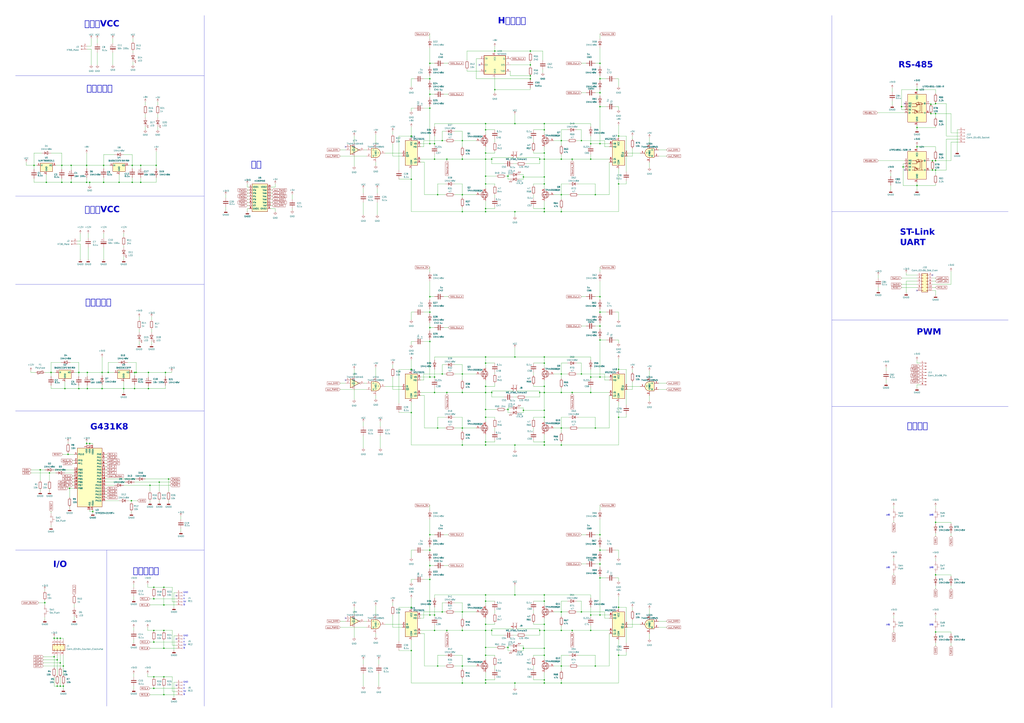
<source format=kicad_sch>
(kicad_sch (version 20250114) (generator "eeschema") (generator_version "9.0")
  (paper "A1")
  (text "GND" (at 150.495 523.24 0) (effects (font (size 1.27 1.27)) (justify left bottom)))
  (text "Hブリッジ" (at 408.94 21.59 0) (effects (font (size 5.08 5.08) (thickness 0.508) (bold yes)) (justify left bottom)))
  (text "5V" (at 150.495 495.3 0) (effects (font (size 1.27 1.27)) (justify left bottom)))
  (text "A" (at 150.495 566.42 0) (effects (font (size 1.27 1.27)) (justify left bottom)))
  (text "A相" (at 727.71 514.35 0) (effects (font (size 1.27 1.27)) (justify left bottom)))
  (text "B" (at 150.495 533.4 0) (effects (font (size 1.27 1.27)) (justify left bottom)))
  (text "手動回転" (at 744.982 354.584 0) (effects (font (size 5.08 5.08) (thickness 0.508) (bold yes)) (justify left bottom)))
  (text "ST-Link\nUART" (at 739.14 203.835 0) (effects (font (size 5.08 5.08) (thickness 0.508) (bold yes)) (justify left bottom)))
  (text "エンコーダ" (at 109.22 473.71 0) (effects (font (size 5.08 5.08) (thickness 0.508) (bold yes)) (justify left bottom)))
  (text "GND" (at 150.495 487.68 0) (effects (font (size 1.27 1.27)) (justify left bottom)))
  (text "絶縁" (at 206.248 139.7 0) (effects (font (size 5.08 5.08) (thickness 0.508) (bold yes)) (justify left bottom)))
  (text "B相" (at 763.27 424.18 0) (effects (font (size 1.27 1.27)) (justify left bottom)))
  (text "駆動部降圧" (at 71.12 77.216 0) (effects (font (size 5.08 5.08) (thickness 0.508) (bold yes)) (justify left bottom)))
  (text "制御部VCC" (at 69.596 176.784 0) (effects (font (size 5.08 5.08) (thickness 0.508) (bold yes)) (justify left bottom)))
  (text "A相" (at 727.71 424.18 0) (effects (font (size 1.27 1.27)) (justify left bottom)))
  (text "5V" (at 150.495 530.86 0) (effects (font (size 1.27 1.27)) (justify left bottom)))
  (text "5V" (at 150.495 568.96 0) (effects (font (size 1.27 1.27)) (justify left bottom)))
  (text "B相" (at 763.27 467.36 0) (effects (font (size 1.27 1.27)) (justify left bottom)))
  (text "A相" (at 727.71 467.36 0) (effects (font (size 1.27 1.27)) (justify left bottom)))
  (text "G431K8" (at 74.168 355.346 0) (effects (font (size 5.08 5.08) (thickness 0.508) (bold yes)) (justify left bottom)))
  (text "X" (at 150.495 490.22 0) (effects (font (size 1.27 1.27)) (justify left bottom)))
  (text "PWM" (at 752.856 277.368 0) (effects (font (size 5.08 5.08) (thickness 0.508) (bold yes)) (justify left bottom)))
  (text "A" (at 150.495 528.32 0) (effects (font (size 1.27 1.27)) (justify left bottom)))
  (text "RS-485" (at 737.87 57.785 0) (effects (font (size 5.08 5.08) (thickness 0.508) (bold yes)) (justify left bottom)))
  (text "B" (at 150.495 571.5 0) (effects (font (size 1.27 1.27)) (justify left bottom)))
  (text "A" (at 150.495 492.76 0) (effects (font (size 1.27 1.27)) (justify left bottom)))
  (text "駆動部VCC" (at 69.342 24.13 0) (effects (font (size 5.08 5.08) (thickness 0.508) (bold yes)) (justify left bottom)))
  (text "B相" (at 763.27 514.35 0) (effects (font (size 1.27 1.27)) (justify left bottom)))
  (text "X" (at 150.495 525.78 0) (effects (font (size 1.27 1.27)) (justify left bottom)))
  (text "I/O" (at 43.688 468.376 0) (effects (font (size 5.08 5.08) (thickness 0.508) (bold yes)) (justify left bottom)))
  (text "B" (at 150.495 497.84 0) (effects (font (size 1.27 1.27)) (justify left bottom)))
  (text "X" (at 150.495 563.88 0) (effects (font (size 1.27 1.27)) (justify left bottom)))
  (text "制御部降圧" (at 70.104 252.984 0) (effects (font (size 5.08 5.08) (thickness 0.508) (bold yes)) (justify left bottom)))
  (text "GND" (at 150.495 561.34 0) (effects (font (size 1.27 1.27)) (justify left bottom)))
  (junction (at 469.9 518.16))
  (junction (at 88.9 306.07))
  (junction (at 492.76 279.4))
  (junction (at 429.895 145.415))
  (junction (at 508 342.9))
  (junction (at 398.78 558.8))
  (junction (at 379.73 307.34))
  (junction (at 447.04 145.415))
  (junction (at 443.23 130.81))
  (junction (at 126.365 556.26))
  (junction (at 398.78 322.58))
  (junction (at 101.6 319.405))
  (junction (at 398.78 336.55))
  (junction (at 398.78 144.78))
  (junction (at 367.03 130.81))
  (junction (at 461.01 365.76))
  (junction (at 447.04 494.03))
  (junction (at 337.82 499.11))
  (junction (at 33.02 386.08))
  (junction (at 121.92 319.405))
  (junction (at 398.78 171.45))
  (junction (at 508 111.76))
  (junction (at 134.62 518.16))
  (junction (at 83.82 319.405))
  (junction (at 488.95 160.02))
  (junction (at 73.66 149.86))
  (junction (at 447.04 561.34))
  (junction (at 447.04 298.45))
  (junction (at 768.35 132.08))
  (junction (at 379.73 351.79))
  (junction (at 58.42 135.89))
  (junction (at 128.27 135.89))
  (junction (at 741.68 137.16))
  (junction (at 422.91 293.37))
  (junction (at 49.53 544.83))
  (junction (at 492.76 474.98))
  (junction (at 398.78 513.08))
  (junction (at 429.895 337.185))
  (junction (at 492.76 256.54))
  (junction (at 768.35 139.7))
  (junction (at 49.53 563.88))
  (junction (at 71.12 364.49))
  (junction (at 447.04 532.765))
  (junction (at 85.09 135.89))
  (junction (at 359.41 160.02))
  (junction (at 753.11 120.65))
  (junction (at 403.86 322.58))
  (junction (at 126.365 482.6))
  (junction (at 765.81 139.7))
  (junction (at 447.04 101.6))
  (junction (at 447.04 558.8))
  (junction (at 353.06 52.07))
  (junction (at 492.76 76.2))
  (junction (at 57.15 401.32))
  (junction (at 461.01 160.02))
  (junction (at 130.81 396.24))
  (junction (at 363.22 307.34))
  (junction (at 38.1 149.86))
  (junction (at 447.04 130.81))
  (junction (at 485.14 118.11))
  (junction (at 447.04 518.16))
  (junction (at 353.06 476.25))
  (junction (at 135.89 306.07))
  (junction (at 379.73 365.76))
  (junction (at 768.35 472.44))
  (junction (at 764.54 93.345))
  (junction (at 764.54 85.725))
  (junction (at 126.365 492.125))
  (junction (at 508 303.53))
  (junction (at 461.01 130.81))
  (junction (at 447.04 125.73))
  (junction (at 356.87 309.88))
  (junction (at 753.11 152.4))
  (junction (at 447.04 538.48))
  (junction (at 492.76 118.11))
  (junction (at 398.78 342.9))
  (junction (at 367.03 322.58))
  (junction (at 447.04 342.9))
  (junction (at 36.83 495.3))
  (junction (at 46.99 542.29))
  (junction (at 50.8 149.86))
  (junction (at 363.22 502.92))
  (junction (at 447.04 151.13))
  (junction (at 477.52 307.34))
  (junction (at 461.01 502.92))
  (junction (at 359.41 547.37))
  (junction (at 398.78 532.13))
  (junction (at 447.04 488.95))
  (junction (at 469.9 322.58))
  (junction (at 71.755 306.07))
  (junction (at 134.62 497.205))
  (junction (at 447.04 513.08))
  (junction (at 398.78 538.48))
  (junction (at 85.09 149.86))
  (junction (at 110.49 319.405))
  (junction (at 123.19 398.78))
  (junction (at 435.61 64.77))
  (junction (at 379.73 561.34))
  (junction (at 429.895 532.765))
  (junction (at 356.87 505.46))
  (junction (at 461.01 547.37))
  (junction (at 485.14 518.16))
  (junction (at 83.82 306.07))
  (junction (at 508 538.48))
  (junction (at 121.92 306.07))
  (junction (at 379.73 502.92))
  (junction (at 765.81 132.08))
  (junction (at 50.8 135.89))
  (junction (at 363.22 115.57))
  (junction (at 461.01 115.57))
  (junction (at 46.99 563.88))
  (junction (at 367.03 518.16))
  (junction (at 337.82 147.32))
  (junction (at 337.82 534.67))
  (junction (at 58.42 149.86))
  (junction (at 492.76 439.42))
  (junction (at 379.73 173.99))
  (junction (at 379.73 322.58))
  (junction (at 44.45 539.75))
  (junction (at 353.06 256.54))
  (junction (at 492.76 267.97))
  (junction (at 353.06 505.46))
  (junction (at 492.76 243.84))
  (junction (at 40.64 388.62))
  (junction (at 353.06 439.42))
  (junction (at 492.76 87.63))
  (junction (at 353.06 280.67))
  (junction (at 492.76 52.07))
  (junction (at 398.78 494.03))
  (junction (at 447.04 322.58))
  (junction (at 447.04 106.68))
  (junction (at 469.9 130.81))
  (junction (at 398.78 293.37))
  (junction (at 406.4 73.66))
  (junction (at 485.14 505.46))
  (junction (at 353.06 269.24))
  (junction (at 447.04 173.99))
  (junction (at 508 499.11))
  (junction (at 398.78 317.5))
  (junction (at 398.78 298.45))
  (junction (at 134.62 556.26))
  (junction (at 488.95 351.79))
  (junction (at 126.365 565.785))
  (junction (at 492.76 64.77))
  (junction (at 353.06 118.11))
  (junction (at 753.11 104.775))
  (junction (at 768.35 93.345))
  (junction (at 353.06 309.88))
  (junction (at 379.73 518.16))
  (junction (at 461.01 561.34))
  (junction (at 447.04 317.5))
  (junction (at 447.04 365.76))
  (junction (at 134.62 570.865))
  (junction (at 353.06 452.12))
  (junction (at 488.95 547.37))
  (junction (at 115.57 149.86))
  (junction (at 435.61 53.34))
  (junction (at 417.195 144.78))
  (junction (at 46.99 524.51))
  (junction (at 461.01 322.58))
  (junction (at 403.86 130.81))
  (junction (at 108.585 149.86))
  (junction (at 768.35 85.09))
  (junction (at 337.82 111.76))
  (junction (at 461.01 351.79))
  (junction (at 379.73 547.37))
  (junction (at 41.91 306.07))
  (junction (at 492.76 505.46))
  (junction (at 417.195 336.55))
  (junction (at 461.01 518.16))
  (junction (at 115.57 135.89))
  (junction (at 461.01 307.34))
  (junction (at 398.78 106.68))
  (junction (at 134.62 482.6))
  (junction (at 359.41 351.79))
  (junction (at 379.73 130.81))
  (junction (at 356.87 322.58))
  (junction (at 477.52 115.57))
  (junction (at 447.04 337.185))
  (junction (at 443.23 322.58))
  (junction (at 353.06 77.47))
  (junction (at 76.2 420.37))
  (junction (at 398.78 561.34))
  (junction (at 768.35 429.26))
  (junction (at 71.12 135.89))
  (junction (at 477.52 502.92))
  (junction (at 492.76 463.55))
  (junction (at 422.91 365.76))
  (junction (at 398.78 518.16))
  (junction (at 353.06 464.82))
  (junction (at 753.11 73.66))
  (junction (at 485.14 309.88))
  (junction (at 379.73 115.57))
  (junction (at 64.77 319.405))
  (junction (at 52.07 547.37))
  (junction (at 110.49 306.07))
  (junction (at 398.78 363.22))
  (junction (at 64.77 306.07))
  (junction (at 508 151.13))
  (junction (at 111.76 306.07))
  (junction (at 53.34 319.405))
  (junction (at 417.195 532.13))
  (junction (at 107.95 411.48))
  (junction (at 398.78 488.95))
  (junction (at 435.61 62.23))
  (junction (at 353.06 64.77))
  (junction (at 27.94 135.89))
  (junction (at 71.755 319.405))
  (junction (at 447.04 293.37))
  (junction (at 52.07 563.88))
  (junction (at 740.41 87.63))
  (junction (at 126.365 527.685))
  (junction (at 398.78 173.99))
  (junction (at 398.78 101.6))
  (junction (at 126.365 518.16))
  (junction (at 138.43 393.7))
  (junction (at 403.86 518.16))
  (junction (at 44.45 524.51))
  (junction (at 422.91 101.6))
  (junction (at 768.35 519.43))
  (junction (at 398.78 365.76))
  (junction (at 398.78 130.81))
  (junction (at 422.91 173.99))
  (junction (at 97.79 149.86))
  (junction (at 356.87 518.16))
  (junction (at 435.61 41.91))
  (junction (at 108.585 135.89))
  (junction (at 447.04 363.22))
  (junction (at 73.66 364.49))
  (junction (at 337.82 303.53))
  (junction (at 49.53 524.51))
  (junction (at 485.14 322.58))
  (junction (at 356.87 118.11))
  (junction (at 55.88 373.38))
  (junction (at 398.78 151.13))
  (junction (at 398.78 125.73))
  (junction (at 353.06 88.9))
  (junction (at 406.4 41.91))
  (junction (at 485.14 130.81))
  (junction (at 422.91 488.95))
  (junction (at 443.23 518.16))
  (junction (at 337.82 339.09))
  (junction (at 447.04 171.45))
  (junction (at 134.62 532.765))
  (junction (at 71.12 149.86))
  (junction (at 492.76 452.12))
  (junction (at 353.06 243.84))
  (junction (at 356.87 130.81))
  (junction (at 461.01 173.99))
  (junction (at 379.73 160.02))
  (junction (at 422.91 561.34))
  (junction (at 492.76 309.88))
  (no_connect (at 393.7 53.34))
  (no_connect (at 283.845 508))
  (no_connect (at 742.95 139.7))
  (no_connect (at 283.845 312.42))
  (no_connect (at 144.78 563.245))
  (no_connect (at 144.78 525.145))
  (no_connect (at 765.81 226.06))
  (no_connect (at 283.845 120.65))
  (no_connect (at 753.11 238.76))
  (no_connect (at 144.78 489.585))
  (no_connect (at 742.95 85.09))
  (wire (pts (xy 424.18 516.89) (xy 443.23 516.89)))
  (wire (pts (xy 403.86 129.54) (xy 403.86 130.81)))
  (wire (pts (xy 38.1 149.86) (xy 50.8 149.86)))
  (wire (pts (xy 477.52 52.07) (xy 481.33 52.07)))
  (wire (pts (xy 25.4 304.8) (xy 25.4 306.07)))
  (wire (pts (xy 753.11 298.45) (xy 755.65 298.45)))
  (wire (pts (xy 508 490.22) (xy 508 499.11)))
  (wire (pts (xy 64.77 306.07) (xy 71.755 306.07)))
  (wire (pts (xy 124.46 260.35) (xy 124.46 262.89)))
  (wire (pts (xy 406.4 317.5) (xy 406.4 314.96)))
  (wire (pts (xy 454.66 547.37) (xy 461.01 547.37)))
  (wire (pts (xy 356.87 488.95) (xy 398.78 488.95)))
  (wire (pts (xy 438.15 363.22) (xy 438.15 361.95)))
  (wire (pts (xy 121.285 556.26) (xy 126.365 556.26)))
  (wire (pts (xy 141.605 568.325) (xy 144.78 568.325)))
  (wire (pts (xy 419.1 530.86) (xy 417.195 530.86)))
  (wire (pts (xy 126.365 564.515) (xy 126.365 565.785)))
  (wire (pts (xy 123.19 492.125) (xy 126.365 492.125)))
  (wire (pts (xy 73.66 364.49) (xy 73.66 365.76)))
  (wire (pts (xy 398.78 298.45) (xy 406.4 298.45)))
  (wire (pts (xy 76.2 420.37) (xy 76.2 421.64)))
  (wire (pts (xy 443.23 129.54) (xy 443.23 130.81)))
  (wire (pts (xy 519.43 111.76) (xy 519.43 114.3)))
  (wire (pts (xy 108.585 146.05) (xy 108.585 149.86)))
  (wire (pts (xy 438.15 306.07) (xy 438.15 308.61)))
  (wire (pts (xy 519.43 128.27) (xy 515.62 128.27)))
  (wire (pts (xy 121.92 306.07) (xy 121.92 309.88)))
  (wire (pts (xy 447.04 293.37) (xy 447.04 298.45)))
  (wire (pts (xy 379.73 173.99) (xy 398.78 173.99)))
  (wire (pts (xy 204.47 161.29) (xy 203.2 161.29)))
  (wire (pts (xy 141.605 556.26) (xy 141.605 568.325)))
  (wire (pts (xy 753.11 316.23) (xy 753.11 318.77)))
  (wire (pts (xy 85.09 203.2) (xy 85.09 213.36)))
  (wire (pts (xy 461.01 160.02) (xy 461.01 163.83)))
  (wire (pts (xy 85.09 127) (xy 93.98 127)))
  (wire (pts (xy 781.05 93.345) (xy 781.05 109.22)))
  (wire (pts (xy 109.22 50.8) (xy 109.22 53.34)))
  (wire (pts (xy 379.73 151.13) (xy 379.73 160.02)))
  (wire (pts (xy 768.35 131.445) (xy 768.35 132.08)))
  (wire (pts (xy 419.1 335.28) (xy 417.195 335.28)))
  (wire (pts (xy 365.76 299.72) (xy 363.22 299.72)))
  (wire (pts (xy 447.04 130.81) (xy 447.04 145.415)))
  (wire (pts (xy 429.895 337.185) (xy 429.895 339.09)))
  (wire (pts (xy 124.46 280.67) (xy 124.46 283.21)))
  (wire (pts (xy 124.46 270.51) (xy 124.46 273.05)))
  (wire (pts (xy 41.91 125.73) (xy 50.8 125.73)))
  (wire (pts (xy 109.22 41.91) (xy 109.22 43.18)))
  (wire (pts (xy 365.76 151.13) (xy 359.41 151.13)))
  (wire (pts (xy 768.35 85.09) (xy 777.24 85.09)))
  (wire (pts (xy 417.195 534.67) (xy 419.1 534.67)))
  (wire (pts (xy 365.76 107.95) (xy 363.22 107.95)))
  (wire (pts (xy 768.35 415.925) (xy 768.35 417.83)))
  (wire (pts (xy 398.78 165.1) (xy 398.78 171.45)))
  (wire (pts (xy 492.76 439.42) (xy 492.76 441.96)))
  (wire (pts (xy 50.8 125.73) (xy 50.8 135.89)))
  (wire (pts (xy 406.4 501.65) (xy 406.4 504.19)))
  (wire (pts (xy 514.35 111.76) (xy 508 111.76)))
  (wire (pts (xy 429.895 337.185) (xy 447.04 337.185)))
  (wire (pts (xy 438.15 151.13) (xy 438.15 152.4)))
  (wire (pts (xy 322.58 505.46) (xy 322.58 515.62)))
  (wire (pts (xy 71.12 365.76) (xy 71.12 364.49)))
  (wire (pts (xy 337.82 452.12) (xy 337.82 458.47)))
  (wire (pts (xy 337.82 88.9) (xy 340.36 88.9)))
  (wire (pts (xy 110.49 308.61) (xy 110.49 306.07)))
  (wire (pts (xy 66.04 200.66) (xy 63.5 200.66)))
  (wire (pts (xy 141.605 482.6) (xy 141.605 494.665)))
  (wire (pts (xy 347.98 502.92) (xy 363.22 502.92)))
  (wire (pts (xy 87.63 378.46) (xy 86.36 378.46)))
  (wire (pts (xy 768.35 238.76) (xy 765.81 238.76)))
  (wire (pts (xy 58.42 135.89) (xy 58.42 139.7)))
  (wire (pts (xy 290.83 523.875) (xy 290.83 516.255)))
  (wire (pts (xy 398.78 558.8) (xy 406.4 558.8)))
  (wire (pts (xy 379.73 502.92) (xy 379.73 508)))
  (wire (pts (xy 55.88 373.38) (xy 60.96 373.38)))
  (wire (pts (xy 461.01 115.57) (xy 466.09 115.57)))
  (wire (pts (xy 379.73 547.37) (xy 391.16 547.37)))
  (wire (pts (xy 365.76 342.9) (xy 359.41 342.9)))
  (wire (pts (xy 781.05 530.86) (xy 781.05 528.32)))
  (wire (pts (xy 359.41 538.48) (xy 359.41 547.37)))
  (wire (pts (xy 753.11 316.23) (xy 755.65 316.23)))
  (wire (pts (xy 353.06 426.72) (xy 353.06 439.42)))
  (wire (pts (xy 438.15 547.37) (xy 438.15 549.91)))
  (wire (pts (xy 398.78 552.45) (xy 398.78 558.8)))
  (wire (pts (xy 485.14 309.88) (xy 485.14 311.15)))
  (wire (pts (xy 422.91 101.6) (xy 447.04 101.6)))
  (wire (pts (xy 467.36 342.9) (xy 461.01 342.9)))
  (wire (pts (xy 508 151.13) (xy 508 173.99)))
  (wire (pts (xy 454.66 115.57) (xy 461.01 115.57)))
  (wire (pts (xy 348.615 520.7) (xy 345.44 520.7)))
  (wire (pts (xy 403.86 326.39) (xy 414.02 326.39)))
  (wire (pts (xy 222.25 166.37) (xy 223.52 166.37)))
  (wire (pts (xy 312.42 346.71) (xy 312.42 350.52)))
  (polyline (pts (xy 683.26 173.99) (xy 828.04 173.99)))
  (wire (pts (xy 71.12 125.73) (xy 71.12 135.89)))
  (wire (pts (xy 781.05 472.44) (xy 781.05 473.71)))
  (wire (pts (xy 398.78 561.34) (xy 422.91 561.34)))
  (wire (pts (xy 45.72 388.62) (xy 40.64 388.62)))
  (wire (pts (xy 365.76 538.48) (xy 359.41 538.48)))
  (wire (pts (xy 720.725 92.71) (xy 742.95 92.71)))
  (wire (pts (xy 541.02 314.96) (xy 547.37 314.96)))
  (wire (pts (xy 345.44 312.42) (xy 347.98 312.42)))
  (wire (pts (xy 438.15 160.02) (xy 438.15 162.56)))
  (wire (pts (xy 105.41 135.89) (xy 108.585 135.89)))
  (wire (pts (xy 114.3 270.51) (xy 114.3 273.05)))
  (wire (pts (xy 348.615 160.02) (xy 359.41 160.02)))
  (wire (pts (xy 115.57 146.05) (xy 115.57 149.86)))
  (wire (pts (xy 356.87 311.15) (xy 356.87 309.88)))
  (wire (pts (xy 496.57 508) (xy 496.57 502.92)))
  (wire (pts (xy 347.98 508) (xy 347.98 502.92)))
  (wire (pts (xy 64.77 319.405) (xy 71.755 319.405)))
  (wire (pts (xy 454.66 307.34) (xy 461.01 307.34)))
  (wire (pts (xy 123.19 398.78) (xy 139.7 398.78)))
  (wire (pts (xy 52.07 563.88) (xy 52.07 562.61)))
  (wire (pts (xy 128.27 146.05) (xy 128.27 149.86)))
  (wire (pts (xy 417.195 339.09) (xy 419.1 339.09)))
  (wire (pts (xy 469.9 322.58) (xy 485.14 322.58)))
  (wire (pts (xy 353.06 476.25) (xy 353.06 505.46)))
  (wire (pts (xy 422.91 177.8) (xy 422.91 173.99)))
  (wire (pts (xy 477.52 439.42) (xy 481.33 439.42)))
  (wire (pts (xy 327.66 534.67) (xy 337.82 534.67)))
  (wire (pts (xy 222.25 168.91) (xy 223.52 168.91)))
  (wire (pts (xy 403.86 521.97) (xy 414.02 521.97)))
  (wire (pts (xy 353.06 27.94) (xy 353.06 31.75)))
  (wire (pts (xy 322.58 299.72) (xy 322.58 302.26)))
  (wire (pts (xy 204.47 166.37) (xy 203.2 166.37)))
  (wire (pts (xy 492.76 254) (xy 492.76 256.54)))
  (wire (pts (xy 768.35 440.69) (xy 768.35 438.15)))
  (wire (pts (xy 141.605 530.225) (xy 144.78 530.225)))
  (wire (pts (xy 123.19 497.205) (xy 134.62 497.205)))
  (wire (pts (xy 87.63 386.08) (xy 86.36 386.08)))
  (wire (pts (xy 406.4 125.73) (xy 406.4 124.46)))
  (wire (pts (xy 44.45 539.75) (xy 44.45 548.64)))
  (wire (pts (xy 298.45 542.29) (xy 298.45 546.1)))
  (wire (pts (xy 108.585 135.89) (xy 108.585 138.43)))
  (wire (pts (xy 71.755 306.07) (xy 83.82 306.07)))
  (wire (pts (xy 438.15 501.65) (xy 438.15 504.19)))
  (wire (pts (xy 488.95 151.13) (xy 488.95 160.02)))
  (wire (pts (xy 541.02 515.62) (xy 547.37 515.62)))
  (wire (pts (xy 753.11 152.4) (xy 768.35 152.4)))
  (wire (pts (xy 492.76 62.23) (xy 492.76 64.77)))
  (wire (pts (xy 298.45 166.37) (xy 298.45 176.53)))
  (wire (pts (xy 541.02 320.04) (xy 547.37 320.04)))
  (wire (pts (xy 445.77 57.15) (xy 445.77 59.69)))
  (wire (pts (xy 398.78 513.08) (xy 406.4 513.08)))
  (wire (pts (xy 398.78 144.78) (xy 398.78 151.13)))
  (wire (pts (xy 768.35 120.65) (xy 768.35 123.825)))
  (wire (pts (xy 734.06 415.925) (xy 734.06 417.83)))
  (wire (pts (xy 429.895 532.765) (xy 447.04 532.765)))
  (wire (pts (xy 485.14 101.6) (xy 447.04 101.6)))
  (wire (pts (xy 500.38 312.42) (xy 496.57 312.42)))
  (wire (pts (xy 31.75 495.3) (xy 36.83 495.3)))
  (wire (pts (xy 356.87 52.07) (xy 353.06 52.07)))
  (wire (pts (xy 488.95 52.07) (xy 492.76 52.07)))
  (wire (pts (xy 134.62 532.765) (xy 144.78 532.765)))
  (wire (pts (xy 406.4 307.34) (xy 406.4 306.07)))
  (wire (pts (xy 356.87 322.58) (xy 367.03 322.58)))
  (wire (pts (xy 740.41 228.6) (xy 753.11 228.6)))
  (wire (pts (xy 123.19 570.865) (xy 134.62 570.865)))
  (wire (pts (xy 417.195 336.55) (xy 417.195 339.09)))
  (wire (pts (xy 126.365 556.26) (xy 126.365 556.895)))
  (wire (pts (xy 141.605 494.665) (xy 144.78 494.665)))
  (wire (pts (xy 485.14 111.76) (xy 485.14 118.11)))
  (wire (pts (xy 359.41 160.02) (xy 365.76 160.02)))
  (wire (pts (xy 473.71 307.34) (xy 477.52 307.34)))
  (wire (pts (xy 135.89 306.07) (xy 135.89 309.245)))
  (wire (pts (xy 35.56 542.29) (xy 46.99 542.29)))
  (wire (pts (xy 345.44 130.81) (xy 356.87 130.81)))
  (wire (pts (xy 447.04 173.99) (xy 461.01 173.99)))
  (wire (pts (xy 49.53 538.48) (xy 49.53 544.83)))
  (wire (pts (xy 109.855 480.06) (xy 109.855 482.6)))
  (wire (pts (xy 71.12 135.89) (xy 71.12 138.43)))
  (wire (pts (xy 373.38 151.13) (xy 379.73 151.13)))
  (wire (pts (xy 781.05 519.43) (xy 781.05 520.7)))
  (wire (pts (xy 49.53 524.51) (xy 49.53 525.78)))
  (wire (pts (xy 337.82 339.09) (xy 337.82 365.76)))
  (wire (pts (xy 126.365 526.415) (xy 126.365 527.685)))
  (wire (pts (xy 203.2 168.91) (xy 204.47 168.91)))
  (wire (pts (xy 226.06 173.99) (xy 226.06 171.45)))
  (wire (pts (xy 298.45 358.14) (xy 298.45 368.3)))
  (wire (pts (xy 438.15 317.5) (xy 447.04 317.5)))
  (wire (pts (xy 368.3 269.24) (xy 364.49 269.24)))
  (wire (pts (xy 393.7 48.26) (xy 391.16 48.26)))
  (wire (pts (xy 721.36 132.08) (xy 742.95 132.08)))
  (wire (pts (xy 492.76 426.72) (xy 492.76 439.42)))
  (wire (pts (xy 97.79 143.51) (xy 97.79 149.86)))
  (wire (pts (xy 461.01 558.8) (xy 461.01 561.34)))
  (wire (pts (xy 126.365 482.6) (xy 126.365 483.235)))
  (wire (pts (xy 485.14 318.77) (xy 485.14 322.58)))
  (wire (pts (xy 474.98 547.37) (xy 488.95 547.37)))
  (wire (pts (xy 422.91 369.57) (xy 422.91 365.76)))
  (wire (pts (xy 114.3 280.67) (xy 114.3 283.21)))
  (wire (pts (xy 492.76 87.63) (xy 492.76 118.11)))
  (wire (pts (xy 781.05 440.69) (xy 781.05 438.15)))
  (wire (pts (xy 367.03 518.16) (xy 379.73 518.16)))
  (wire (pts (xy 353.06 73.66) (xy 353.06 77.47)))
  (wire (pts (xy 447.04 130.81) (xy 461.01 130.81)))
  (wire (pts (xy 415.29 144.78) (xy 417.195 144.78)))
  (wire (pts (xy 443.23 326.39) (xy 443.23 322.58)))
  (wire (pts (xy 74.93 53.34) (xy 74.93 40.386)))
  (wire (pts (xy 398.78 356.87) (xy 398.78 363.22)))
  (wire (pts (xy 744.22 226.06) (xy 753.11 226.06)))
  (wire (pts (xy 765.81 139.7) (xy 768.35 139.7)))
  (wire (pts (xy 347.98 256.54) (xy 353.06 256.54)))
  (wire (pts (xy 121.92 319.405) (xy 135.89 319.405)))
  (wire (pts (xy 492.76 39.37) (xy 492.76 52.07)))
  (wire (pts (xy 308.61 133.35) (xy 308.61 135.89)))
  (wire (pts (xy 142.875 522.605) (xy 142.875 534.67)))
  (wire (pts (xy 398.78 173.99) (xy 422.91 173.99)))
  (wire (pts (xy 497.84 256.54) (xy 492.76 256.54)))
  (wire (pts (xy 92.71 43.18) (xy 92.71 53.34)))
  (wire (pts (xy 496.57 120.65) (xy 496.57 115.57)))
  (wire (pts (xy 222.25 156.21) (xy 223.52 156.21)))
  (wire (pts (xy 337.82 476.25) (xy 337.82 478.79)))
  (wire (pts (xy 454.66 160.02) (xy 461.01 160.02)))
  (wire (pts (xy 49.53 563.88) (xy 52.07 563.88)))
  (wire (pts (xy 505.46 64.77) (xy 508 64.77)))
  (wire (pts (xy 461.01 538.48) (xy 461.01 547.37)))
  (wire (pts (xy 41.91 319.405) (xy 41.91 316.865)))
  (wire (pts (xy 447.04 494.03) (xy 438.15 494.03)))
  (wire (pts (xy 447.04 365.76) (xy 461.01 365.76)))
  (wire (pts (xy 126.365 492.125) (xy 144.78 492.125)))
  (wire (pts (xy 46.99 524.51) (xy 46.99 525.78)))
  (wire (pts (xy 87.63 401.32) (xy 86.36 401.32)))
  (wire (pts (xy 140.97 305.435) (xy 140.97 306.07)))
  (wire (pts (xy 337.82 280.67) (xy 337.82 283.21)))
  (wire (pts (xy 327.66 499.11) (xy 327.66 527.05)))
  (wire (pts (xy 383.54 41.91) (xy 406.4 41.91)))
  (wire (pts (xy 322.58 515.62) (xy 330.2 515.62)))
  (wire (pts (xy 406.4 41.91) (xy 406.4 43.18)))
  (wire (pts (xy 461.01 127) (xy 461.01 130.81)))
  (wire (pts (xy 741.68 137.16) (xy 741.68 152.4)))
  (wire (pts (xy 454.66 351.79) (xy 461.01 351.79)))
  (wire (pts (xy 126.365 565.785) (xy 144.78 565.785)))
  (wire (pts (xy 356.87 506.73) (xy 356.87 505.46)))
  (wire (pts (xy 121.285 515.62) (xy 121.285 518.16)))
  (wire (pts (xy 345.44 118.11) (xy 353.06 118.11)))
  (wire (pts (xy 308.61 497.84) (xy 308.61 505.46)))
  (wire (pts (xy 87.63 381) (xy 86.36 381)))
  (wire (pts (xy 477.52 298.45) (xy 477.52 307.34)))
  (wire (pts (xy 744.22 231.14) (xy 744.22 240.665)))
  (wire (pts (xy 110.49 306.07) (xy 111.76 306.07)))
  (wire (pts (xy 309.88 166.37) (xy 309.88 176.53)))
  (wire (pts (xy 753.11 119.38) (xy 753.11 120.65)))
  (wire (pts (xy 519.43 303.53) (xy 519.43 306.07)))
  (wire (pts (xy 363.22 107.95) (xy 363.22 115.57)))
  (wire (pts (xy 753.11 71.12) (xy 753.11 73.66)))
  (wire (pts (xy 435.61 64.77) (xy 435.61 62.23)))
  (wire (pts (xy 500.38 508) (xy 496.57 508)))
  (wire (pts (xy 337.82 138.43) (xy 337.82 147.32)))
  (wire (pts (xy 379.73 170.18) (xy 379.73 173.99)))
  (wire (pts (xy 467.36 151.13) (xy 461.01 151.13)))
  (wire (pts (xy 141.605 482.6) (xy 134.62 482.6)))
  (wire (pts (xy 279.4 314.96) (xy 283.845 314.96)))
  (wire (pts (xy 353.06 309.88) (xy 356.87 309.88)))
  (wire (pts (xy 337.82 499.11) (xy 337.82 500.38)))
  (wire (pts (xy 447.04 356.87) (xy 447.04 363.22)))
  (wire (pts (xy 541.02 123.19) (xy 547.37 123.19)))
  (wire (pts (xy 496.57 312.42) (xy 496.57 307.34)))
  (wire (pts (xy 519.43 121.92) (xy 519.43 128.27)))
  (wire (pts (xy 130.81 396.24) (xy 139.7 396.24)))
  (wire (pts (xy 753.11 73.66) (xy 753.11 74.93)))
  (wire (pts (xy 87.63 408.94) (xy 86.36 408.94)))
  (wire (pts (xy 505.46 452.12) (xy 508 452.12)))
  (wire (pts (xy 417.195 147.32) (xy 419.1 147.32)))
  (wire (pts (xy 461.01 307.34) (xy 466.09 307.34)))
  (wire (pts (xy 435.61 41.91) (xy 406.4 41.91)))
  (wire (pts (xy 299.085 314.96) (xy 300.99 314.96)))
  (wire (pts (xy 461.01 130.81) (xy 469.9 130.81)))
  (wire (pts (xy 87.63 403.86) (xy 86.36 403.86)))
  (wire (pts (xy 108.585 135.89) (xy 115.57 135.89)))
  (wire (pts (xy 101.6 319.405) (xy 101.6 322.58)))
  (wire (pts (xy 461.01 502.92) (xy 461.01 506.73)))
  (wire (pts (xy 327.66 111.76) (xy 327.66 139.7)))
  (wire (pts (xy 753.11 149.86) (xy 753.11 152.4)))
  (wire (pts (xy 477.52 106.68) (xy 477.52 115.57)))
  (wire (pts (xy 763.27 132.08) (xy 765.81 132.08)))
  (wire (pts (xy 406.4 363.22) (xy 406.4 361.95)))
  (wire (pts (xy 447.04 145.415) (xy 447.04 151.13)))
  (wire (pts (xy 753.11 102.87) (xy 753.11 104.775)))
  (wire (pts (xy 443.23 134.62) (xy 443.23 130.81)))
  (wire (pts (xy 327.66 147.32) (xy 337.82 147.32)))
  (wire (pts (xy 138.43 411.48) (xy 138.43 412.75)))
  (wire (pts (xy 353.06 118.11) (xy 356.87 118.11)))
  (wire (pts (xy 337.82 111.76) (xy 337.82 113.03)))
  (wire (pts (xy 398.78 518.16) (xy 403.86 518.16)))
  (wire (pts (xy 431.8 326.39) (xy 443.23 326.39)))
  (wire (pts (xy 461.01 547.37) (xy 467.36 547.37)))
  (wire (pts (xy 353.06 231.14) (xy 353.06 243.84)))
  (wire (pts (xy 447.04 165.1) (xy 447.04 171.45)))
  (wire (pts (xy 379.73 107.95) (xy 379.73 115.57)))
  (polyline (pts (xy 683.26 334.01) (xy 828.04 334.01)))
  (wire (pts (xy 541.02 128.27) (xy 547.37 128.27)))
  (wire (pts (xy 391.16 64.77) (xy 435.61 64.77)))
  (wire (pts (xy 734.06 472.44) (xy 734.06 471.17)))
  (wire (pts (xy 60.96 306.07) (xy 64.77 306.07)))
  (wire (pts (xy 311.15 542.29) (xy 311.15 546.1)))
  (wire (pts (xy 461.01 322.58) (xy 469.9 322.58)))
  (wire (pts (xy 447.04 337.185) (xy 447.04 342.9)))
  (wire (pts (xy 485.14 505.46) (xy 492.76 505.46)))
  (wire (pts (xy 316.23 125.73) (xy 330.2 125.73)))
  (wire (pts (xy 356.87 119.38) (xy 356.87 118.11)))
  (wire (pts (xy 727.71 302.26) (xy 727.71 304.8)))
  (wire (pts (xy 298.45 346.71) (xy 298.45 350.52)))
  (wire (pts (xy 435.61 72.39) (xy 435.61 73.66)))
  (wire (pts (xy 398.78 312.42) (xy 398.78 317.5)))
  (wire (pts (xy 373.38 502.92) (xy 379.73 502.92)))
  (wire (pts (xy 379.73 538.48) (xy 379.73 547.37)))
  (wire (pts (xy 373.38 495.3) (xy 379.73 495.3)))
  (wire (pts (xy 356.87 505.46) (xy 356.87 499.11)))
  (wire (pts (xy 121.92 306.07) (xy 135.89 306.07)))
  (wire (pts (xy 119.38 93.98) (xy 119.38 96.52)))
  (wire (pts (xy 429.895 145.415) (xy 447.04 145.415)))
  (wire (pts (xy 398.78 488.95) (xy 422.91 488.95)))
  (wire (pts (xy 52.07 525.78) (xy 52.07 524.51)))
  (wire (pts (xy 59.69 381) (xy 60.96 381)))
  (wire (pts (xy 508 538.48) (xy 508 561.34)))
  (wire (pts (xy 107.95 411.48) (xy 113.03 411.48)))
  (wire (pts (xy 44.45 556.26) (xy 44.45 563.88)))
  (wire (pts (xy 768.35 472.44) (xy 768.35 473.71)))
  (wire (pts (xy 492.76 279.4) (xy 492.76 309.88)))
  (wire (pts (xy 485.14 499.11) (xy 485.14 505.46)))
  (wire (pts (xy 353.06 464.82) (xy 353.06 467.36)))
  (wire (pts (xy 740.41 90.17) (xy 742.95 90.17)))
  (wire (pts (xy 768.35 104.14) (xy 768.35 104.775)))
  (wire (pts (xy 429.895 532.765) (xy 429.895 534.67)))
  (wire (pts (xy 533.4 500.38) (xy 533.4 505.46)))
  (wire (pts (xy 373.38 342.9) (xy 379.73 342.9)))
  (wire (pts (xy 753.11 156.21) (xy 753.11 152.4)))
  (wire (pts (xy 226.06 153.67) (xy 222.25 153.67)))
  (wire (pts (xy 345.44 505.46) (xy 353.06 505.46)))
  (wire (pts (xy 46.99 524.51) (xy 49.53 524.51)))
  (wire (pts (xy 415.29 336.55) (xy 417.195 336.55)))
  (wire (pts (xy 398.78 101.6) (xy 422.91 101.6)))
  (wire (pts (xy 781.05 472.44) (xy 768.35 472.44)))
  (wire (pts (xy 473.71 298.45) (xy 477.52 298.45)))
  (wire (pts (xy 403.86 321.31) (xy 421.64 321.31)))
  (wire (pts (xy 469.9 518.16) (xy 485.14 518.16)))
  (wire (pts (xy 345.44 508) (xy 347.98 508)))
  (wire (pts (xy 356.87 491.49) (xy 356.87 488.95)))
  (wire (pts (xy 514.35 340.36) (xy 514.35 342.9)))
  (polyline (pts (xy 167.64 12.7) (xy 167.64 580.39)))
  (wire (pts (xy 55.88 372.11) (xy 55.88 373.38)))
  (wire (pts (xy 768.35 139.7) (xy 768.35 143.51)))
  (wire (pts (xy 129.54 83.82) (xy 129.54 86.36)))
  (wire (pts (xy 203.2 173.99) (xy 203.2 171.45)))
  (wire (pts (xy 763.27 92.71) (xy 764.54 92.71)))
  (wire (pts (xy 781.05 109.22) (xy 787.4 109.22)))
  (wire (pts (xy 337.82 256.54) (xy 337.82 262.89)))
  (wire (pts (xy 36.83 495.3) (xy 36.83 493.395)))
  (wire (pts (xy 398.78 508) (xy 398.78 513.08)))
  (wire (pts (xy 134.62 518.16) (xy 126.365 518.16)))
  (wire (pts (xy 447.04 488.95) (xy 447.04 494.03)))
  (wire (pts (xy 500.38 325.12) (xy 500.38 351.79)))
  (wire (pts (xy 337.82 365.76) (xy 379.73 365.76)))
  (wire (pts (xy 447.04 298.45) (xy 438.15 298.45)))
  (wire (pts (xy 72.39 203.2) (xy 72.39 213.36)))
  (wire (pts (xy 337.82 330.2) (xy 337.82 339.09)))
  (wire (pts (xy 379.73 307.34) (xy 379.73 312.42)))
  (wire (pts (xy 373.38 160.02) (xy 379.73 160.02)))
  (wire (pts (xy 485.14 309.88) (xy 492.76 309.88)))
  (wire (pts (xy 347.98 307.34) (xy 363.22 307.34)))
  (wire (pts (xy 515.62 125.73) (xy 525.78 125.73)))
  (polyline (pts (xy 12.7 452.12) (xy 167.64 452.12)))
  (wire (pts (xy 337.82 173.99) (xy 379.73 173.99)))
  (wire (pts (xy 114.3 260.35) (xy 114.3 262.89)))
  (wire (pts (xy 142.875 560.705) (xy 142.875 572.77)))
  (wire (pts (xy 461.01 518.16) (xy 469.9 518.16)))
  (wire (pts (xy 363.22 502.92) (xy 365.76 502.92)))
  (wire (pts (xy 379.73 160.02) (xy 391.16 160.02)))
  (wire (pts (xy 431.8 134.62) (xy 443.23 134.62)))
  (wire (pts (xy 419.1 58.42) (xy 419.1 62.23)))
  (wire (pts (xy 83.82 306.07) (xy 83.82 308.61)))
  (wire (pts (xy 109.855 525.78) (xy 109.855 528.32)))
  (wire (pts (xy 279.4 123.19) (xy 283.845 123.19)))
  (wire (pts (xy 347.98 476.25) (xy 353.06 476.25)))
  (wire (pts (xy 488.95 267.97) (xy 492.76 267.97)))
  (wire (pts (xy 130.81 411.48) (xy 130.81 412.75)))
  (wire (pts (xy 356.87 318.77) (xy 356.87 322.58)))
  (wire (pts (xy 73.66 149.86) (xy 85.09 149.86)))
  (wire (pts (xy 429.895 339.09) (xy 426.72 339.09)))
  (wire (pts (xy 492.76 279.4) (xy 497.84 279.4)))
  (wire (pts (xy 466.09 298.45) (xy 461.01 298.45)))
  (wire (pts (xy 753.11 106.68) (xy 753.11 104.775)))
  (wire (pts (xy 142.875 487.045) (xy 142.875 499.11)))
  (wire (pts (xy 85.09 191.77) (xy 85.09 195.58)))
  (wire (pts (xy 109.22 306.07) (xy 110.49 306.07)))
  (wire (pts (xy 435.61 50.8) (xy 435.61 53.34)))
  (wire (pts (xy 115.57 135.89) (xy 128.27 135.89)))
  (wire (pts (xy 740.41 73.66) (xy 740.41 87.63)))
  (polyline (pts (xy 12.7 62.23) (xy 167.64 62.23)))
  (wire (pts (xy 348.615 351.79) (xy 359.41 351.79)))
  (wire (pts (xy 134.62 564.515) (xy 134.62 570.865)))
  (wire (pts (xy 474.98 160.02) (xy 488.95 160.02)))
  (wire (pts (xy 203.2 153.67) (xy 203.2 151.13)))
  (wire (pts (xy 58.42 149.86) (xy 71.12 149.86)))
  (wire (pts (xy 492.76 256.54) (xy 492.76 257.81)))
  (wire (pts (xy 731.52 152.4) (xy 731.52 156.21)))
  (wire (pts (xy 347.98 88.9) (xy 353.06 88.9)))
  (wire (pts (xy 768.35 459.105) (xy 768.35 461.01)))
  (wire (pts (xy 461.01 171.45) (xy 461.01 173.99)))
  (wire (pts (xy 438.15 342.9) (xy 447.04 342.9)))
  (wire (pts (xy 379.73 361.95) (xy 379.73 365.76)))
  (wire (pts (xy 25.4 388.62) (xy 40.64 388.62)))
  (wire (pts (xy 363.22 299.72) (xy 363.22 307.34)))
  (wire (pts (xy 417.195 143.51) (xy 417.195 144.78)))
  (wire (pts (xy 734.06 506.095) (xy 734.06 508)))
  (wire (pts (xy 438.15 125.73) (xy 447.04 125.73)))
  (wire (pts (xy 312.42 358.14) (xy 312.42 368.3)))
  (wire (pts (xy 359.41 151.13) (xy 359.41 160.02)))
  (wire (pts (xy 515.62 513.08) (xy 525.78 513.08)))
  (wire (pts (xy 447.04 558.8) (xy 438.15 558.8)))
  (wire (pts (xy 508 151.13) (xy 514.35 151.13)))
  (wire (pts (xy 64.77 306.07) (xy 64.77 309.245)))
  (wire (pts (xy 732.79 72.39) (xy 732.79 75.565)))
  (wire (pts (xy 337.82 561.34) (xy 379.73 561.34)))
  (wire (pts (xy 474.98 151.13) (xy 488.95 151.13)))
  (wire (pts (xy 740.41 236.22) (xy 753.11 236.22)))
  (wire (pts (xy 406.4 351.79) (xy 406.4 354.33)))
  (wire (pts (xy 353.06 280.67) (xy 353.06 309.88)))
  (wire (pts (xy 447.04 317.5) (xy 447.04 322.58)))
  (wire (pts (xy 322.58 107.95) (xy 322.58 110.49)))
  (wire (pts (xy 279.4 128.27) (xy 300.99 128.27)))
  (wire (pts (xy 398.78 130.81) (xy 403.86 130.81)))
  (wire (pts (xy 203.2 171.45) (xy 204.47 171.45)))
  (wire (pts (xy 356.87 309.88) (xy 356.87 303.53)))
  (wire (pts (xy 466.09 106.68) (xy 461.01 106.68)))
  (wire (pts (xy 353.06 243.84) (xy 353.06 246.38)))
  (wire (pts (xy 59.69 396.24) (xy 60.96 396.24)))
  (wire (pts (xy 398.78 293.37) (xy 422.91 293.37)))
  (wire (pts (xy 123.19 527.685) (xy 126.365 527.685)))
  (wire (pts (xy 347.98 452.12) (xy 353.06 452.12)))
  (wire (pts (xy 438.15 342.9) (xy 438.15 344.17)))
  (wire (pts (xy 71.12 364.49) (xy 73.66 364.49)))
  (wire (pts (xy 316.23 513.08) (xy 330.2 513.08)))
  (wire (pts (xy 515.62 317.5) (xy 525.78 317.5)))
  (wire (pts (xy 753.11 120.65) (xy 768.35 120.65)))
  (wire (pts (xy 353.06 279.4) (xy 353.06 280.67)))
  (wire (pts (xy 473.71 115.57) (xy 477.52 115.57)))
  (wire (pts (xy 492.76 278.13) (xy 492.76 279.4)))
  (wire (pts (xy 492.76 231.14) (xy 492.76 243.84)))
  (wire (pts (xy 422.91 93.98) (xy 422.91 101.6)))
  (wire (pts (xy 443.23 322.58) (xy 447.04 322.58)))
  (wire (pts (xy 279.4 320.04) (xy 300.99 320.04)))
  (wire (pts (xy 101.6 210.82) (xy 101.6 213.36)))
  (wire (pts (xy 485.14 104.14) (xy 485.14 101.6)))
  (wire (pts (xy 130.81 396.24) (xy 130.81 403.86)))
  (wire (pts (xy 500.38 133.35) (xy 500.38 160.02)))
  (wire (pts (xy 379.73 515.62) (xy 379.73 518.16)))
  (wire (pts (xy 71.12 135.89) (xy 85.09 135.89)))
  (wire (pts (xy 519.43 320.04) (xy 515.62 320.04)))
  (wire (pts (xy 134.62 556.26) (xy 126.365 556.26)))
  (wire (pts (xy 474.98 342.9) (xy 488.95 342.9)))
  (wire (pts (xy 497.84 452.12) (xy 492.76 452.12)))
  (wire (pts (xy 753.11 104.775) (xy 768.35 104.775)))
  (wire (pts (xy 363.22 495.3) (xy 363.22 502.92)))
  (wire (pts (xy 406.4 558.8) (xy 406.4 557.53)))
  (wire (pts (xy 533.4 113.03) (xy 533.4 118.11)))
  (wire (pts (xy 52.07 538.48) (xy 52.07 547.37)))
  (wire (pts (xy 80.01 31.75) (xy 80.01 35.56)))
  (wire (pts (xy 290.83 303.53) (xy 290.83 309.245)))
  (wire (pts (xy 740.41 87.63) (xy 740.41 90.17)))
  (wire (pts (xy 406.4 547.37) (xy 406.4 549.91)))
  (wire (pts (xy 27.94 135.89) (xy 30.48 135.89)))
  (wire (pts (xy 419.1 62.23) (xy 435.61 62.23)))
  (wire (pts (xy 97.79 411.48) (xy 86.36 411.48)))
  (wire (pts (xy 500.38 520.7) (xy 500.38 547.37)))
  (wire (pts (xy 514.35 535.94) (xy 514.35 538.48)))
  (wire (pts (xy 406.4 152.4) (xy 406.4 151.13)))
  (wire (pts (xy 781.05 519.43) (xy 768.35 519.43)))
  (wire (pts (xy 447.04 342.9) (xy 447.04 346.71)))
  (wire (pts (xy 398.78 171.45) (xy 398.78 173.99)))
  (wire (pts (xy 419.1 143.51) (xy 417.195 143.51)))
  (wire (pts (xy 443.23 321.31) (xy 443.23 322.58)))
  (wire (pts (xy 398.78 494.03) (xy 398.78 497.84)))
  (wire (pts (xy 508 452.12) (xy 508 458.47)))
  (wire (pts (xy 438.15 125.73) (xy 438.15 124.46)))
  (wire (pts (xy 492.76 473.71) (xy 492.76 474.98)))
  (wire (pts (xy 134.62 482.6) (xy 134.62 483.235)))
  (wire (pts (xy 340.36 256.54) (xy 337.82 256.54)))
  (wire (pts (xy 379.73 320.04) (xy 379.73 322.58)))
  (wire (pts (xy 445.77 41.91) (xy 435.61 41.91)))
  (wire (pts (xy 353.06 269.24) (xy 353.06 271.78)))
  (wire (pts (xy 363.22 307.34) (xy 365.76 307.34)))
  (wire (pts (xy 88.9 306.07) (xy 93.98 306.07)))
  (wire (pts (xy 348.615 133.35) (xy 348.615 160.02)))
  (wire (pts (xy 87.63 373.38) (xy 86.36 373.38)))
  (wire (pts (xy 101.6 191.77) (xy 101.6 194.31)))
  (wire (pts (xy 415.29 532.13) (xy 417.195 532.13)))
  (wire (pts (xy 347.98 120.65) (xy 347.98 115.57)))
  (wire (pts (xy 309.88 154.94) (xy 309.88 158.75)))
  (wire (pts (xy 514.35 303.53) (xy 508 303.53)))
  (wire (pts (xy 533.4 525.145) (xy 533.4 520.7)))
  (wire (pts (xy 508 138.43) (xy 508 151.13)))
  (wire (pts (xy 786.13 106.68) (xy 787.4 106.68)))
  (wire (pts (xy 403.86 516.89) (xy 421.64 516.89)))
  (wire (pts (xy 322.58 495.3) (xy 322.58 497.84)))
  (wire (pts (xy 88.9 297.815) (xy 88.9 306.07)))
  (wire (pts (xy 461.01 351.79) (xy 467.36 351.79)))
  (wire (pts (xy 101.6 201.93) (xy 101.6 203.2)))
  (wire (pts (xy 461.01 318.77) (xy 461.01 322.58)))
  (wire (pts (xy 398.78 532.13) (xy 407.67 532.13)))
  (wire (pts (xy 27.94 125.73) (xy 27.94 135.89)))
  (wire (pts (xy 119.38 393.7) (xy 138.43 393.7)))
  (wire (pts (xy 753.11 120.65) (xy 753.11 121.92)))
  (wire (pts (xy 36.83 509.27) (xy 36.83 507.365)))
  (wire (pts (xy 765.81 228.6) (xy 768.35 228.6)))
  (wire (pts (xy 126.365 527.685) (xy 144.78 527.685)))
  (wire (pts (xy 57.15 416.56) (xy 57.15 417.83)))
  (wire (pts (xy 101.6 313.69) (xy 101.6 319.405)))
  (wire (pts (xy 144.78 487.045) (xy 142.875 487.045)))
  (wire (pts (xy 533.4 329.565) (xy 533.4 325.12)))
  (wire (pts (xy 121.285 553.72) (xy 121.285 556.26)))
  (wire (pts (xy 353.06 39.37) (xy 353.06 52.07)))
  (wire (pts (xy 768.35 84.455) (xy 768.35 85.09)))
  (wire (pts (xy 403.86 521.97) (xy 403.86 518.16)))
  (wire (pts (xy 348.615 547.37) (xy 359.41 547.37)))
  (wire (pts (xy 148.59 424.18) (xy 148.59 426.72)))
  (wire (pts (xy 92.71 31.75) (xy 92.71 35.56)))
  (wire (pts (xy 473.71 494.03) (xy 477.52 494.03)))
  (wire (pts (xy 115.57 149.86) (xy 128.27 149.86)))
  (wire (pts (xy 492.76 449.58) (xy 492.76 452.12)))
  (wire (pts (xy 105.41 411.48) (xy 107.95 411.48)))
  (wire (pts (xy 373.38 538.48) (xy 379.73 538.48)))
  (wire (pts (xy 447.04 513.08) (xy 447.04 518.16)))
  (wire (pts (xy 768.35 132.08) (xy 781.05 132.08)))
  (wire (pts (xy 38.1 143.51) (xy 38.1 149.86)))
  (wire (pts (xy 46.99 562.61) (xy 46.99 563.88)))
  (wire (pts (xy 49.53 544.83) (xy 49.53 548.64)))
  (wire (pts (xy 35.56 539.75) (xy 44.45 539.75)))
  (wire (pts (xy 768.35 73.66) (xy 768.35 76.835)))
  (wire (pts (xy 777.24 111.76) (xy 787.4 111.76)))
  (wire (pts (xy 777.24 114.3) (xy 787.4 114.3)))
  (wire (pts (xy 279.4 515.62) (xy 300.99 515.62)))
  (wire (pts (xy 353.06 505.46) (xy 356.87 505.46)))
  (wire (pts (xy 485.14 491.49) (xy 485.14 488.95)))
  (wire (pts (xy 422.91 365.76) (xy 447.04 365.76)))
  (wire (pts (xy 435.61 43.18) (xy 435.61 41.91)))
  (wire (pts (xy 327.66 499.11) (xy 337.82 499.11)))
  (wire (pts (xy 53.34 319.405) (xy 64.77 319.405)))
  (wire (pts (xy 111.76 297.815) (xy 111.76 306.07)))
  (wire (pts (xy 59.69 398.78) (xy 60.96 398.78)))
  (wire (pts (xy 473.71 502.92) (xy 477.52 502.92)))
  (wire (pts (xy 74.93 40.386) (xy 71.628 40.386)))
  (wire (pts (xy 741.68 134.62) (xy 741.68 137.16)))
  (wire (pts (xy 55.88 401.32) (xy 57.15 401.32)))
  (wire (pts (xy 290.83 328.295) (xy 290.83 320.675)))
  (wire (pts (xy 46.99 538.48) (xy 46.99 542.29)))
  (wire (pts (xy 398.78 365.76) (xy 422.91 365.76)))
  (wire (pts (xy 121.285 518.16) (xy 126.365 518.16)))
  (wire (pts (xy 119.38 104.14) (xy 119.38 106.68)))
  (wire (pts (xy 27.94 135.89) (xy 27.94 139.065)))
  (wire (pts (xy 87.63 406.4) (xy 86.36 406.4)))
  (wire (pts (xy 367.03 323.85) (xy 367.03 322.58)))
  (wire (pts (xy 497.84 64.77) (xy 492.76 64.77)))
  (wire (pts (xy 327.66 303.53) (xy 327.66 331.47)))
  (wire (pts (xy 222.25 161.29) (xy 223.52 161.29)))
  (wire (pts (xy 443.23 518.16) (xy 447.04 518.16)))
  (wire (pts (xy 367.03 132.08) (xy 367.03 130.81)))
  (wire (pts (xy 461.01 173.99) (xy 508 173.99)))
  (wire (pts (xy 426.72 143.51) (xy 429.895 143.51)))
  (wire (pts (xy 121.285 480.06) (xy 121.285 482.6)))
  (wire (pts (xy 73.66 420.37) (xy 76.2 420.37)))
  (wire (pts (xy 447.04 101.6) (xy 447.04 106.68)))
  (wire (pts (xy 83.82 293.37) (xy 83.82 306.07)))
  (wire (pts (xy 485.14 130.81) (xy 500.38 130.81)))
  (wire (pts (xy 741.68 152.4) (xy 753.11 152.4)))
  (wire (pts (xy 742.95 134.62) (xy 741.68 134.62)))
  (wire (pts (xy 21.59 135.89) (xy 27.94 135.89)))
  (wire (pts (xy 485.14 295.91) (xy 485.14 293.37)))
  (wire (pts (xy 379.73 322.58) (xy 398.78 322.58)))
  (wire (pts (xy 50.8 135.89) (xy 50.8 139.065)))
  (wire (pts (xy 353.06 87.63) (xy 353.06 88.9)))
  (wire (pts (xy 141.605 518.16) (xy 134.62 518.16)))
  (wire (pts (xy 445.77 49.53) (xy 445.77 41.91)))
  (wire (pts (xy 379.73 518.16) (xy 398.78 518.16)))
  (wire (pts (xy 27.94 125.73) (xy 34.29 125.73)))
  (wire (pts (xy 138.43 393.7) (xy 139.7 393.7)))
  (wire (pts (xy 763.27 139.7) (xy 765.81 139.7)))
  (wire (pts (xy 438.15 317.5) (xy 438.15 316.23)))
  (wire (pts (xy 492.76 452.12) (xy 492.76 453.39)))
  (wire (pts (xy 353.06 452.12) (xy 353.06 453.39)))
  (wire (pts (xy 41.91 420.37) (xy 41.91 421.64)))
  (wire (pts (xy 308.61 302.26) (xy 308.61 309.88)))
  (wire (pts (xy 447.04 538.48) (xy 447.04 542.29)))
  (wire (pts (xy 768.35 427.99) (xy 768.35 429.26)))
  (wire (pts (xy 226.06 151.13) (xy 226.06 153.67)))
  (wire (pts (xy 398.78 322.58) (xy 398.78 336.55)))
  (wire (pts (xy 422.91 285.75) (xy 422.91 293.37)))
  (wire (pts (xy 203.2 163.83) (xy 204.47 163.83)))
  (wire (pts (xy 765.81 233.68) (xy 781.05 233.68)))
  (wire (pts (xy 121.92 317.5) (xy 121.92 319.405)))
  (wire (pts (xy 41.91 306.07) (xy 45.72 306.07)))
  (wire (pts (xy 764.54 85.725) (xy 768.35 85.725)))
  (wire (pts (xy 83.82 306.07) (xy 88.9 306.07)))
  (wire (pts (xy 108.585 149.86) (xy 115.57 149.86)))
  (wire (pts (xy 109.855 490.22) (xy 109.855 492.76)))
  (wire (pts (xy 50.8 146.685) (xy 50.8 149.86)))
  (wire (pts (xy 461.01 494.03) (xy 461.01 502.92)))
  (wire (pts (xy 461.01 365.76) (xy 508 365.76)))
  (wire (pts (xy 417.195 530.86) (xy 417.195 532.13)))
  (wire (pts (xy 44.45 563.88) (xy 46.99 563.88)))
  (wire (pts (xy 438.15 558.8) (xy 438.15 557.53)))
  (wire (pts (xy 353.06 219.71) (xy 353.06 223.52)))
  (wire (pts (xy 768.35 506.095) (xy 768.35 508)))
  (wire (pts (xy 121.285 482.6) (xy 126.365 482.6)))
  (wire (pts (xy 41.91 431.8) (xy 41.91 433.07)))
  (wire (pts (xy 768.35 530.86) (xy 768.35 528.32)))
  (wire (pts (xy 35.56 547.37) (xy 52.07 547.37)))
  (wire (pts (xy 46.99 563.88) (xy 49.53 563.88)))
  (wire (pts (xy 141.605 518.16) (xy 141.605 530.225)))
  (wire (pts (xy 422.91 293.37) (xy 447.04 293.37)))
  (wire (pts (xy 469.9 519.43) (xy 469.9 518.16)))
  (wire (pts (xy 85.09 149.86) (xy 85.09 146.05)))
  (wire (pts (xy 356.87 77.47) (xy 353.06 77.47)))
  (wire (pts (xy 101.6 127) (xy 108.585 127)))
  (wire (pts (xy 49.53 524.51) (xy 52.07 524.51)))
  (wire (pts (xy 40.64 402.59) (xy 40.64 403.86)))
  (wire (pts (xy 59.69 378.46) (xy 60.96 378.46)))
  (wire (pts (xy 461.01 106.68) (xy 461.01 115.57)))
  (wire (pts (xy 134.62 490.855) (xy 134.62 497.205)))
  (wire (pts (xy 60.96 506.73) (xy 60.96 509.27)))
  (wire (pts (xy 53.34 313.69) (xy 53.34 319.405)))
  (wire (pts (xy 398.78 322.58) (xy 403.86 322.58)))
  (wire (pts (xy 429.895 534.67) (xy 426.72 534.67)))
  (wire (pts (xy 422.91 565.15) (xy 422.91 561.34)))
  (wire (pts (xy 322.58 309.88) (xy 322.58 320.04)))
  (wire (pts (xy 500.38 120.65) (xy 496.57 120.65)))
  (wire (pts (xy 119.38 83.82) (xy 119.38 86.36)))
  (wire (pts (xy 781.05 429.26) (xy 768.35 429.26)))
  (wire (pts (xy 447.04 298.45) (xy 447.04 302.26)))
  (wire (pts (xy 492.76 64.77) (xy 492.76 66.04)))
  (wire (pts (xy 417.195 532.13) (xy 417.195 534.67)))
  (wire (pts (xy 379.73 128.27) (xy 379.73 130.81)))
  (wire (pts (xy 768.35 471.17) (xy 768.35 472.44)))
  (wire (pts (xy 443.23 130.81) (xy 447.04 130.81)))
  (wire (pts (xy 33.02 386.08) (xy 33.02 394.97)))
  (wire (pts (xy 721.36 236.22) (xy 721.36 238.76)))
  (wire (pts (xy 461.01 151.13) (xy 461.01 160.02)))
  (wire (pts (xy 36.83 306.07) (xy 41.91 306.07)))
  (wire (pts (xy 97.79 149.86) (xy 108.585 149.86)))
  (wire (pts (xy 373.38 307.34) (xy 379.73 307.34)))
  (wire (pts (xy 379.73 342.9) (xy 379.73 351.79)))
  (wire (pts (xy 316.23 317.5) (xy 330.2 317.5)))
  (wire (pts (xy 27.94 149.86) (xy 27.94 146.685)))
  (wire (pts (xy 57.15 401.32) (xy 57.15 408.94)))
  (wire (pts (xy 88.9 297.815) (xy 97.155 297.815)))
  (wire (pts (xy 87.63 375.92) (xy 86.36 375.92)))
  (wire (pts (xy 398.78 293.37) (xy 398.78 298.45)))
  (polyline (pts (xy 683.26 12.7) (xy 683.26 581.66)))
  (wire (pts (xy 85.09 127) (xy 85.09 135.89)))
  (wire (pts (xy 379.73 299.72) (xy 379.73 307.34)))
  (wire (pts (xy 327.66 303.53) (xy 337.82 303.53)))
  (wire (pts (xy 519.43 313.69) (xy 519.43 320.04)))
  (wire (pts (xy 406.4 171.45) (xy 406.4 170.18)))
  (wire (pts (xy 508 342.9) (xy 508 365.76)))
  (wire (pts (xy 148.59 434.34) (xy 148.59 436.88)))
  (wire (pts (xy 345.44 120.65) (xy 347.98 120.65)))
  (wire (pts (xy 398.78 513.08) (xy 398.78 518.16)))
  (wire (pts (xy 108.585 127) (xy 108.585 135.89)))
  (wire (pts (xy 768.35 139.7) (xy 777.24 139.7)))
  (wire (pts (xy 477.52 243.84) (xy 481.33 243.84)))
  (wire (pts (xy 727.71 312.42) (xy 727.71 314.96)))
  (wire (pts (xy 60.96 386.08) (xy 44.45 386.08)))
  (wire (pts (xy 438.15 171.45) (xy 438.15 170.18)))
  (wire (pts (xy 429.895 145.415) (xy 429.895 147.32)))
  (wire (pts (xy 379.73 502.92) (xy 391.16 502.92)))
  (wire (pts (xy 508 64.77) (xy 508 71.12)))
  (wire (pts (xy 74.93 31.75) (xy 74.93 37.846)))
  (wire (pts (xy 337.82 525.78) (xy 337.82 534.67)))
  (wire (pts (xy 398.78 151.13) (xy 406.4 151.13)))
  (wire (pts (xy 367.03 519.43) (xy 367.03 518.16)))
  (wire (pts (xy 744.22 224.155) (xy 744.22 226.06)))
  (wire (pts (xy 87.63 383.54) (xy 86.36 383.54)))
  (wire (pts (xy 508 330.2) (xy 508 342.9)))
  (wire (pts (xy 368.3 52.07) (xy 364.49 52.07)))
  (wire (pts (xy 322.58 320.04) (xy 330.2 320.04)))
  (wire (pts (xy 368.3 464.82) (xy 364.49 464.82)))
  (wire (pts (xy 379.73 495.3) (xy 379.73 502.92)))
  (wire (pts (xy 347.98 64.77) (xy 353.06 64.77)))
  (wire (pts (xy 134.62 526.415) (xy 134.62 532.765)))
  (wire (pts (xy 488.95 76.2) (xy 492.76 76.2)))
  (wire (pts (xy 290.83 499.11) (xy 290.83 504.825)))
  (wire (pts (xy 765.81 132.08) (xy 768.35 132.08)))
  (wire (pts (xy 734.06 459.105) (xy 734.06 461.01)))
  (wire (pts (xy 379.73 561.34) (xy 398.78 561.34)))
  (wire (pts (xy 533.4 304.8) (xy 533.4 309.88)))
  (wire (pts (xy 485.14 127) (xy 485.14 130.81)))
  (wire (pts (xy 508 499.11) (xy 508 500.38)))
  (wire (pts (xy 348.615 133.35) (xy 345.44 133.35)))
  (wire (pts (xy 57.15 401.32) (xy 60.96 401.32)))
  (wire (pts (xy 508 303.53) (xy 508 304.8)))
  (wire (pts (xy 519.43 509.27) (xy 519.43 515.62)))
  (wire (pts (xy 86.36 398.78) (xy 93.98 398.78)))
  (wire (pts (xy 447.04 518.16) (xy 461.01 518.16)))
  (wire (pts (xy 398.78 538.48) (xy 406.4 538.48)))
  (wire (pts (xy 488.95 538.48) (xy 488.95 547.37)))
  (wire (pts (xy 345.44 322.58) (xy 356.87 322.58)))
  (wire (pts (xy 398.78 144.78) (xy 407.67 144.78)))
  (wire (pts (xy 514.35 499.11) (xy 508 499.11)))
  (wire (pts (xy 781.05 222.885) (xy 781.05 233.68)))
  (wire (pts (xy 76.2 420.37) (xy 76.2 419.1)))
  (wire (pts (xy 299.085 510.54) (xy 300.99 510.54)))
  (wire (pts (xy 222.25 158.75) (xy 223.52 158.75)))
  (wire (pts (xy 379.73 115.57) (xy 379.73 120.65)))
  (wire (pts (xy 379.73 130.81) (xy 398.78 130.81)))
  (wire (pts (xy 406.4 63.5) (xy 406.4 73.66)))
  (polyline (pts (xy 87.63 452.12) (xy 87.63 580.39)))
  (wire (pts (xy 406.4 38.1) (xy 406.4 41.91)))
  (wire (pts (xy 398.78 518.16) (xy 398.78 532.13)))
  (wire (pts (xy 492.76 461.01) (xy 492.76 463.55)))
  (wire (pts (xy 768.35 519.43) (xy 768.35 520.7)))
  (wire (pts (xy 485.14 488.95) (xy 447.04 488.95)))
  (wire (pts (xy 85.09 135.89) (xy 85.09 138.43)))
  (wire (pts (xy 398.78 538.48) (xy 398.78 542.29)))
  (wire (pts (xy 87.63 388.62) (xy 86.36 388.62)))
  (wire (pts (xy 533.4 137.795) (xy 533.4 133.35)))
  (wire (pts (xy 337.82 64.77) (xy 337.82 71.12)))
  (wire (pts (xy 398.78 298.45) (xy 398.78 302.26)))
  (wire (pts (xy 477.52 76.2) (xy 481.33 76.2)))
  (wire (pts (xy 298.45 154.94) (xy 298.45 158.75)))
  (wire (pts (xy 203.2 153.67) (xy 204.47 153.67)))
  (wire (pts (xy 71.12 146.05) (xy 71.12 149.86)))
  (polyline (pts (xy 683.26 262.89) (xy 828.04 262.89)))
  (wire (pts (xy 367.03 130.81) (xy 379.73 130.81)))
  (wire (pts (xy 368.3 77.47) (xy 364.49 77.47)))
  (wire (pts (xy 353.06 88.9) (xy 353.06 118.11)))
  (wire (pts (xy 469.9 132.08) (xy 469.9 130.81)))
  (wire (pts (xy 492.76 86.36) (xy 492.76 87.63)))
  (wire (pts (xy 64.77 316.865) (xy 64.77 319.405)))
  (wire (pts (xy 73.66 152.4) (xy 73.66 149.86)))
  (wire (pts (xy 347.98 312.42) (xy 347.98 307.34)))
  (wire (pts (xy 508 87.63) (xy 508 90.17)))
  (wire (pts (xy 488.95 243.84) (xy 492.76 243.84)))
  (wire (pts (xy 367.03 322.58) (xy 379.73 322.58)))
  (wire (pts (xy 25.4 306.07) (xy 29.21 306.07)))
  (wire (pts (xy 356.87 104.14) (xy 356.87 101.6)))
  (wire (pts (xy 398.78 130.81) (xy 398.78 144.78)))
  (wire (pts (xy 373.38 107.95) (xy 379.73 107.95)))
  (wire (pts (xy 86.36 393.7) (xy 111.76 393.7)))
  (wire (pts (xy 406.4 114.3) (xy 406.4 116.84)))
  (wire (pts (xy 356.87 118.11) (xy 356.87 111.76)))
  (wire (pts (xy 35.56 544.83) (xy 49.53 544.83)))
  (wire (pts (xy 123.19 411.48) (xy 123.19 412.75)))
  (wire (pts (xy 337.82 476.25) (xy 340.36 476.25)))
  (wire (pts (xy 398.78 336.55) (xy 407.67 336.55)))
  (wire (pts (xy 422.91 173.99) (xy 447.04 173.99)))
  (wire (pts (xy 508 111.76) (xy 508 113.03)))
  (wire (pts (xy 508 474.98) (xy 508 477.52)))
  (wire (pts (xy 41.91 297.815) (xy 41.91 306.07)))
  (wire (pts (xy 734.06 429.26) (xy 734.06 427.99)))
  (wire (pts (xy 240.03 171.45) (xy 240.03 172.72)))
  (wire (pts (xy 447.04 322.58) (xy 461.01 322.58)))
  (wire (pts (xy 60.96 388.62) (xy 53.34 388.62)))
  (wire (pts (xy 353.06 265.43) (xy 353.06 269.24)))
  (wire (pts (xy 768.35 518.16) (xy 768.35 519.43)))
  (wire (pts (xy 488.95 463.55) (xy 492.76 463.55)))
  (wire (pts (xy 406.4 160.02) (xy 406.4 162.56)))
  (wire (pts (xy 138.43 393.7) (xy 138.43 403.86)))
  (wire (pts (xy 492.76 267.97) (xy 492.76 270.51)))
  (wire (pts (xy 58.42 135.89) (xy 71.12 135.89)))
  (wire (pts (xy 732.79 83.185) (xy 732.79 86.36)))
  (wire (pts (xy 345.44 309.88) (xy 353.06 309.88)))
  (wire (pts (xy 109.855 553.72) (xy 109.855 556.26)))
  (wire (pts (xy 461.01 547.37) (xy 461.01 551.18)))
  (wire (pts (xy 134.62 497.205) (xy 144.78 497.205)))
  (wire (pts (xy 488.95 439.42) (xy 492.76 439.42)))
  (wire (pts (xy 768.35 93.345) (xy 768.35 96.52)))
  (wire (pts (xy 485.14 118.11) (xy 485.14 119.38)))
  (wire (pts (xy 379.73 115.57) (xy 391.16 115.57)))
  (wire (pts (xy 85.09 135.89) (xy 90.17 135.89)))
  (wire (pts (xy 438.15 114.3) (xy 438.15 116.84)))
  (wire (pts (xy 359.41 547.37) (xy 365.76 547.37)))
  (wire (pts (xy 134.62 556.26) (xy 134.62 556.895)))
  (wire (pts (xy 786.13 124.46) (xy 786.13 106.68)))
  (wire (pts (xy 488.95 160.02) (xy 500.38 160.02)))
  (wire (pts (xy 398.78 317.5) (xy 398.78 322.58)))
  (wire (pts (xy 337.82 303.53) (xy 337.82 304.8)))
  (wire (pts (xy 742.95 137.16) (xy 741.68 137.16)))
  (wire (pts (xy 134.62 570.865) (xy 144.78 570.865)))
  (wire (pts (xy 505.46 279.4) (xy 508 279.4)))
  (wire (pts (xy 764.54 92.71) (xy 764.54 93.345)))
  (wire (pts (xy 391.16 48.26) (xy 391.16 64.77)))
  (wire (pts (xy 488.95 547.37) (xy 500.38 547.37)))
  (wire (pts (xy 777.24 85.09) (xy 777.24 111.76)))
  (wire (pts (xy 740.41 73.66) (xy 753.11 73.66)))
  (wire (pts (xy 461.01 115.57) (xy 461.01 119.38)))
  (wire (pts (xy 461.01 307.34) (xy 461.01 311.15)))
  (wire (pts (xy 379.73 557.53) (xy 379.73 561.34)))
  (wire (pts (xy 71.755 316.865) (xy 71.755 319.405)))
  (wire (pts (xy 398.78 171.45) (xy 406.4 171.45)))
  (wire (pts (xy 279.4 510.54) (xy 283.845 510.54)))
  (wire (pts (xy 290.83 136.525) (xy 290.83 128.905)))
  (wire (pts (xy 115.57 135.89) (xy 115.57 138.43)))
  (wire (pts (xy 368.3 243.84) (xy 364.49 243.84)))
  (wire (pts (xy 477.52 494.03) (xy 477.52 502.92)))
  (wire (pts (xy 424.18 326.39) (xy 421.64 326.39)))
  (wire (pts (xy 403.86 134.62) (xy 414.02 134.62)))
  (wire (pts (xy 461.01 298.45) (xy 461.01 307.34)))
  (wire (pts (xy 398.78 488.95) (xy 398.78 494.03)))
  (wire (pts (xy 424.18 321.31) (xy 443.23 321.31)))
  (polyline (pts (xy 12.7 161.29) (xy 167.64 161.29)))
  (wire (pts (xy 322.58 118.11) (xy 322.58 128.27)))
  (wire (pts (xy 25.4 386.08) (xy 33.02 386.08)))
  (wire (pts (xy 71.12 149.86) (xy 73.66 149.86)))
  (wire (pts (xy 87.63 391.16) (xy 86.36 391.16)))
  (wire (pts (xy 41.91 297.815) (xy 50.165 297.815)))
  (wire (pts (xy 83.82 316.23) (xy 83.82 319.405)))
  (wire (pts (xy 240.03 160.02) (xy 240.03 163.83)))
  (wire (pts (xy 508 256.54) (xy 508 262.89)))
  (wire (pts (xy 508 102.87) (xy 508 111.76)))
  (wire (pts (xy 126.365 490.855) (xy 126.365 492.125)))
  (wire (pts (xy 340.36 64.77) (xy 337.82 64.77)))
  (wire (pts (xy 21.59 133.35) (xy 21.59 135.89)))
  (wire (pts (xy 353.06 52.07) (xy 353.06 54.61)))
  (wire (pts (xy 753.11 295.91) (xy 753.11 298.45)))
  (wire (pts (xy 52.07 563.88) (xy 52.07 566.42)))
  (wire (pts (xy 337.82 295.91) (xy 337.82 303.53)))
  (wire (pts (xy 123.19 398.78) (xy 123.19 403.86)))
  (wire (pts (xy 308.61 325.12) (xy 308.61 327.66)))
  (wire (pts (xy 514.35 499.11) (xy 514.35 528.32)))
  (wire (pts (xy 485.14 514.35) (xy 485.14 518.16)))
  (wire (pts (xy 740.41 233.68) (xy 753.11 233.68)))
  (wire (pts (xy 447.04 561.34) (xy 461.01 561.34)))
  (wire (pts (xy 109.855 563.88) (xy 109.855 566.42)))
  (wire (pts (xy 33.02 402.59) (xy 33.02 403.86)))
  (wire (pts (xy 356.87 464.82) (xy 353.06 464.82)))
  (wire (pts (xy 135.89 306.07) (xy 140.97 306.07)))
  (wire (pts (xy 298.45 553.72) (xy 298.45 563.88)))
  (wire (pts (xy 492.76 474.98) (xy 497.84 474.98)))
  (polyline (pts (xy 12.7 233.68) (xy 167.64 233.68)))
  (wire (pts (xy 373.38 351.79) (xy 379.73 351.79)))
  (wire (pts (xy 429.895 530.86) (xy 429.895 532.765)))
  (wire (pts (xy 417.195 335.28) (xy 417.195 336.55)))
  (wire (pts (xy 36.83 485.775) (xy 36.83 484.505)))
  (wire (pts (xy 52.07 547.37) (xy 52.07 554.99)))
  (wire (pts (xy 379.73 365.76) (xy 398.78 365.76)))
  (wire (pts (xy 403.86 321.31) (xy 403.86 322.58)))
  (wire (pts (xy 110.49 396.24) (xy 130.81 396.24)))
  (wire (pts (xy 447.04 508) (xy 447.04 513.08)))
  (wire (pts (xy 438.15 538.48) (xy 447.04 538.48)))
  (wire (pts (xy 765.81 231.14) (xy 768.35 231.14)))
  (wire (pts (xy 185.42 170.18) (xy 185.42 172.72)))
  (wire (pts (xy 447.04 106.68) (xy 447.04 110.49)))
  (wire (pts (xy 356.87 293.37) (xy 398.78 293.37)))
  (wire (pts (xy 348.615 520.7) (xy 348.615 547.37)))
  (wire (pts (xy 204.47 156.21) (xy 203.2 156.21)))
  (wire (pts (xy 447.04 171.45) (xy 438.15 171.45)))
  (wire (pts (xy 107.95 420.37) (xy 107.95 421.64)))
  (wire (pts (xy 135.89 316.865) (xy 135.89 319.405)))
  (wire (pts (xy 781.05 116.84) (xy 787.4 116.84)))
  (wire (pts (xy 514.35 303.53) (xy 514.35 332.74)))
  (wire (pts (xy 492.76 87.63) (xy 497.84 87.63)))
  (wire (pts (xy 485.14 505.46) (xy 485.14 506.73)))
  (wire (pts (xy 406.4 539.75) (xy 406.4 538.48)))
  (wire (pts (xy 508 342.9) (xy 514.35 342.9)))
  (wire (pts (xy 438.15 513.08) (xy 438.15 511.81)))
  (wire (pts (xy 447.04 363.22) (xy 447.04 365.76)))
  (wire (pts (xy 86.36 396.24) (xy 102.87 396.24)))
  (wire (pts (xy 492.76 415.29) (xy 492.76 419.1)))
  (wire (pts (xy 492.76 76.2) (xy 492.76 78.74)))
  (wire (pts (xy 768.35 151.13) (xy 768.35 152.4)))
  (wire (pts (xy 461.01 561.34) (xy 508 561.34)))
  (wire (pts (xy 398.78 120.65) (xy 398.78 125.73)))
  (wire (pts (xy 66.04 213.36) (xy 66.04 200.66)))
  (wire (pts (xy 337.82 491.49) (xy 337.82 499.11)))
  (wire (pts (xy 505.46 474.98) (xy 508 474.98)))
  (wire (pts (xy 353.06 254) (xy 353.06 256.54)))
  (wire (pts (xy 469.9 130.81) (xy 485.14 130.81)))
  (wire (pts (xy 764.54 85.09) (xy 764.54 85.725)))
  (wire (pts (xy 519.43 515.62) (xy 515.62 515.62)))
  (wire (pts (xy 485.14 303.53) (xy 485.14 309.88)))
  (wire (pts (xy 110.49 319.405) (xy 121.92 319.405)))
  (wire (pts (xy 438.15 151.13) (xy 447.04 151.13)))
  (wire (pts (xy 129.54 104.14) (xy 129.54 106.68)))
  (wire (pts (xy 508 279.4) (xy 508 281.94)))
  (wire (pts (xy 58.42 147.32) (xy 58.42 149.86)))
  (wire (pts (xy 126.365 518.16) (xy 126.365 518.795)))
  (wire (pts (xy 41.91 319.405) (xy 53.34 319.405)))
  (wire (pts (xy 461.01 342.9) (xy 461.01 351.79)))
  (wire (pts (xy 447.04 532.765) (xy 447.04 538.48)))
  (wire (pts (xy 447.04 558.8) (xy 447.04 561.34)))
  (wire (pts (xy 403.86 129.54) (xy 421.64 129.54)))
  (wire (pts (xy 73.66 419.1) (xy 73.66 420.37)))
  (wire (pts (xy 488.95 342.9) (xy 488.95 351.79)))
  (wire (pts (xy 398.78 125.73) (xy 398.78 130.81)))
  (wire (pts (xy 492.76 219.71) (xy 492.76 223.52)))
  (wire (pts (xy 473.71 106.68) (xy 477.52 106.68)))
  (wire (pts (xy 373.38 115.57) (xy 379.73 115.57)))
  (wire (pts (xy 348.615 325.12) (xy 348.615 351.79)))
  (wire (pts (xy 781.05 116.84) (xy 781.05 132.08)))
  (wire (pts (xy 403.86 516.89) (xy 403.86 518.16)))
  (wire (pts (xy 222.25 163.83) (xy 223.52 163.83)))
  (wire (pts (xy 721.36 226.06) (xy 721.36 228.6)))
  (wire (pts (xy 477.52 307.34) (xy 496.57 307.34)))
  (wire (pts (xy 398.78 106.68) (xy 398.78 110.49)))
  (wire (pts (xy 337.82 280.67) (xy 340.36 280.67)))
  (wire (pts (xy 128.27 138.43) (xy 128.27 135.89)))
  (wire (pts (xy 353.06 449.58) (xy 353.06 452.12)))
  (wire (pts (xy 353.06 77.47) (xy 353.06 80.01)))
  (wire (pts (xy 514.35 148.59) (xy 514.35 151.13)))
  (wire (pts (xy 347.98 280.67) (xy 353.06 280.67)))
  (wire (pts (xy 128.27 124.46) (xy 128.27 135.89)))
  (wire (pts (xy 123.19 565.785) (xy 126.365 565.785)))
  (wire (pts (xy 353.06 439.42) (xy 353.06 441.96)))
  (wire (pts (xy 359.41 342.9) (xy 359.41 351.79)))
  (wire (pts (xy 383.54 57.15) (xy 383.54 58.42)))
  (wire (pts (xy 353.06 256.54) (xy 353.06 257.81)))
  (wire (pts (xy 308.61 520.7) (xy 308.61 523.24)))
  (wire (pts (xy 777.24 139.7) (xy 777.24 114.3)))
  (wire (pts (xy 447.04 518.16) (xy 447.04 532.765)))
  (wire (pts (xy 327.66 111.76) (xy 337.82 111.76)))
  (wire (pts (xy 41.91 306.07) (xy 41.91 309.245)))
  (wire (pts (xy 764.54 93.345) (xy 768.35 93.345)))
  (wire (pts (xy 365.76 495.3) (xy 363.22 495.3)))
  (wire (pts (xy 36.83 497.205) (xy 36.83 495.3)))
  (wire (pts (xy 356.87 130.81) (xy 367.03 130.81)))
  (wire (pts (xy 33.02 386.08) (xy 36.83 386.08)))
  (wire (pts (xy 541.02 510.54) (xy 547.37 510.54)))
  (wire (pts (xy 398.78 532.13) (xy 398.78 538.48)))
  (wire (pts (xy 71.755 306.07) (xy 71.755 309.245)))
  (wire (pts (xy 327.66 339.09) (xy 337.82 339.09)))
  (wire (pts (xy 435.61 53.34) (xy 435.61 54.61)))
  (wire (pts (xy 337.82 88.9) (xy 337.82 91.44)))
  (wire (pts (xy 422.91 481.33) (xy 422.91 488.95)))
  (wire (pts (xy 398.78 363.22) (xy 398.78 365.76)))
  (wire (pts (xy 488.95 351.79) (xy 500.38 351.79)))
  (wire (pts (xy 356.87 518.16) (xy 367.03 518.16)))
  (wire (pts (xy 353.06 62.23) (xy 353.06 64.77)))
  (wire (pts (xy 398.78 106.68) (xy 406.4 106.68)))
  (wire (pts (xy 71.755 319.405) (xy 83.82 319.405)))
  (wire (pts (xy 44.45 524.51) (xy 46.99 524.51)))
  (wire (pts (xy 134.62 518.16) (xy 134.62 518.795)))
  (wire (pts (xy 438.15 351.79) (xy 438.15 354.33)))
  (wire (pts (xy 443.23 516.89) (xy 443.23 518.16)))
  (wire (pts (xy 353.06 415.29) (xy 353.06 419.1)))
  (wire (pts (xy 398.78 342.9) (xy 398.78 346.71)))
  (wire (pts (xy 104.775 297.815) (xy 111.76 297.815)))
  (wire (pts (xy 379.73 547.37) (xy 379.73 549.91)))
  (wire (pts (xy 426.72 530.86) (xy 429.895 530.86)))
  (wire (pts (xy 403.86 134.62) (xy 403.86 130.81)))
  (wire (pts (xy 447.04 125.73) (xy 447.04 130.81)))
  (wire (pts (xy 763.27 85.09) (xy 764.54 85.09)))
  (wire (pts (xy 398.78 363.22) (xy 406.4 363.22)))
  (wire (pts (xy 59.69 393.7) (xy 60.96 393.7)))
  (wire (pts (xy 226.06 171.45) (xy 222.25 171.45)))
  (wire (pts (xy 474.98 538.48) (xy 488.95 538.48)))
  (wire (pts (xy 398.78 125.73) (xy 406.4 125.73)))
  (wire (pts (xy 398.78 336.55) (xy 398.78 342.9)))
  (wire (pts (xy 461.01 351.79) (xy 461.01 355.6)))
  (wire (pts (xy 299.085 123.19) (xy 300.99 123.19)))
  (wire (pts (xy 781.05 483.87) (xy 781.05 481.33)))
  (wire (pts (xy 107.95 411.48) (xy 107.95 412.75)))
  (wire (pts (xy 337.82 104.14) (xy 337.82 111.76)))
  (wire (pts (xy 454.66 502.92) (xy 461.01 502.92)))
  (wire (pts (xy 422.91 488.95) (xy 447.04 488.95)))
  (wire (pts (xy 447.04 494.03) (xy 447.04 497.84)))
  (wire (pts (xy 110.49 316.23) (xy 110.49 319.405)))
  (wire (pts (xy 337.82 147.32) (xy 337.82 173.99)))
  (wire (pts (xy 398.78 317.5) (xy 406.4 317.5)))
  (wire (pts (xy 134.62 482.6) (xy 126.365 482.6)))
  (wire (pts (xy 101.6 398.78) (xy 123.19 398.78)))
  (wire (pts (xy 66.04 191.77) (xy 66.04 198.12)))
  (wire (pts (xy 64.77 297.815) (xy 64.77 306.07)))
  (wire (pts (xy 322.58 128.27) (xy 330.2 128.27)))
  (wire (pts (xy 345.44 518.16) (xy 356.87 518.16)))
  (wire (pts (xy 72.39 191.77) (xy 72.39 195.58)))
  (wire (pts (xy 447.04 120.65) (xy 447.04 125.73)))
  (wire (pts (xy 461.01 514.35) (xy 461.01 518.16)))
  (wire (pts (xy 431.8 521.97) (xy 443.23 521.97)))
  (wire (pts (xy 109.855 515.62) (xy 109.855 518.16)))
  (wire (pts (xy 461.01 363.22) (xy 461.01 365.76)))
  (wire (pts (xy 505.46 256.54) (xy 508 256.54)))
  (wire (pts (xy 356.87 295.91) (xy 356.87 293.37)))
  (wire (pts (xy 368.3 439.42) (xy 364.49 439.42)))
  (wire (pts (xy 45.72 135.89) (xy 50.8 135.89)))
  (wire (pts (xy 123.19 532.765) (xy 134.62 532.765)))
  (wire (pts (xy 141.605 556.26) (xy 134.62 556.26)))
  (wire (pts (xy 469.9 323.85) (xy 469.9 322.58)))
  (wire (pts (xy 419.1 53.34) (xy 435.61 53.34)))
  (wire (pts (xy 40.64 388.62) (xy 40.64 394.97)))
  (wire (pts (xy 447.04 106.68) (xy 438.15 106.68)))
  (wire (pts (xy 505.46 87.63) (xy 508 87.63)))
  (wire (pts (xy 508 294.64) (xy 508 303.53)))
  (wire (pts (xy 398.78 558.8) (xy 398.78 561.34)))
  (wire (pts (xy 429.895 143.51) (xy 429.895 145.415)))
  (wire (pts (xy 185.42 160.02) (xy 185.42 162.56)))
  (wire (pts (xy 461.01 160.02) (xy 467.36 160.02)))
  (wire (pts (xy 438.15 513.08) (xy 447.04 513.08)))
  (wire (pts (xy 426.72 335.28) (xy 429.895 335.28)))
  (wire (pts (xy 740.41 87.63) (xy 742.95 87.63)))
  (wire (pts (xy 406.4 73.66) (xy 406.4 76.2)))
  (wire (pts (xy 753.11 73.66) (xy 768.35 73.66)))
  (wire (pts (xy 768.35 93.345) (xy 781.05 93.345)))
  (wire (pts (xy 744.22 231.14) (xy 753.11 231.14)))
  (wire (pts (xy 447.04 171.45) (xy 447.04 173.99)))
  (wire (pts (xy 340.36 452.12) (xy 337.82 452.12)))
  (wire (pts (xy 492.76 474.98) (xy 492.76 505.46)))
  (wire (pts (xy 59.69 391.16) (xy 60.96 391.16)))
  (wire (pts (xy 379.73 160.02) (xy 379.73 162.56)))
  (wire (pts (xy 80.01 43.18) (xy 80.01 53.34)))
  (wire (pts (xy 373.38 299.72) (xy 379.73 299.72)))
  (wire (pts (xy 398.78 342.9) (xy 406.4 342.9)))
  (wire (pts (xy 485.14 322.58) (xy 500.38 322.58)))
  (wire (pts (xy 485.14 293.37) (xy 447.04 293.37)))
  (wire (pts (xy 398.78 101.6) (xy 398.78 106.68)))
  (wire (pts (xy 485.14 518.16) (xy 500.38 518.16)))
  (wire (pts (xy 337.82 534.67) (xy 337.82 561.34)))
  (wire (pts (xy 290.83 111.76) (xy 290.83 117.475)))
  (wire (pts (xy 768.35 242.57) (xy 768.35 238.76)))
  (wire (pts (xy 398.78 151.13) (xy 398.78 154.94)))
  (wire (pts (xy 429.895 147.32) (xy 426.72 147.32)))
  (wire (pts (xy 466.09 494.03) (xy 461.01 494.03)))
  (wire (pts (xy 477.52 267.97) (xy 481.33 267.97)))
  (wire (pts (xy 508 538.48) (xy 514.35 538.48)))
  (wire (pts (xy 144.78 560.705) (xy 142.875 560.705)))
  (wire (pts (xy 781.05 429.26) (xy 781.05 430.53)))
  (wire (pts (xy 492.76 243.84) (xy 492.76 246.38)))
  (wire (pts (xy 129.54 93.98) (xy 129.54 96.52)))
  (wire (pts (xy 477.52 463.55) (xy 481.33 463.55)))
  (wire (pts (xy 477.52 115.57) (xy 496.57 115.57)))
  (wire (pts (xy 403.86 326.39) (xy 403.86 322.58)))
  (wire (pts (xy 406.4 513.08) (xy 406.4 511.81)))
  (wire (pts (xy 356.87 127) (xy 356.87 130.81)))
  (wire (pts (xy 356.87 243.84) (xy 353.06 243.84)))
  (wire (pts (xy 422.91 561.34) (xy 447.04 561.34)))
  (wire (pts (xy 492.76 27.94) (xy 492.76 31.75)))
  (wire (pts (xy 311.15 553.72) (xy 311.15 563.88)))
  (wire (pts (xy 474.98 351.79) (xy 488.95 351.79)))
  (polyline (pts (xy 12.7 337.82) (xy 167.64 337.82)))
  (wire (pts (xy 492.76 265.43) (xy 492.76 267.97)))
  (wire (pts (xy 101.6 319.405) (xy 110.49 319.405)))
  (wire (pts (xy 500.38 118.11) (xy 492.76 118.11)))
  (wire (pts (xy 71.12 363.22) (xy 71.12 364.49)))
  (wire (pts (xy 447.04 322.58) (xy 447.04 337.185)))
  (wire (pts (xy 768.35 236.22) (xy 765.81 236.22)))
  (wire (pts (xy 353.06 474.98) (xy 353.06 476.25)))
  (wire (pts (xy 144.78 522.605) (xy 142.875 522.605)))
  (wire (pts (xy 447.04 312.42) (xy 447.04 317.5)))
  (wire (pts (xy 359.41 351.79) (xy 365.76 351.79)))
  (wire (pts (xy 356.87 269.24) (xy 353.06 269.24)))
  (wire (pts (xy 356.87 101.6) (xy 398.78 101.6)))
  (wire (pts (xy 424.18 129.54) (xy 443.23 129.54)))
  (wire (pts (xy 429.895 335.28) (xy 429.895 337.185)))
  (wire (pts (xy 60.96 496.57) (xy 60.96 499.11)))
  (wire (pts (xy 383.54 58.42) (xy 393.7 58.42)))
  (wire (pts (xy 76.2 364.49) (xy 76.2 365.76)))
  (wire (pts (xy 768.35 85.09) (xy 768.35 85.725)))
  (wire (pts (xy 55.88 363.22) (xy 55.88 364.49)))
  (wire (pts (xy 768.35 483.87) (xy 768.35 481.33)))
  (wire (pts (xy 734.06 519.43) (xy 734.06 518.16)))
  (wire (pts (xy 519.43 499.11) (xy 519.43 501.65)))
  (wire (pts (xy 398.78 494.03) (xy 406.4 494.03)))
  (wire (pts (xy 500.38 309.88) (xy 492.76 309.88)))
  (wire (pts (xy 353.06 64.77) (xy 353.06 66.04)))
  (wire (pts (xy 347.98 115.57) (xy 363.22 115.57)))
  (wire (pts (xy 57.785 297.815) (xy 64.77 297.815)))
  (wire (pts (xy 424.18 134.62) (xy 421.64 134.62)))
  (wire (pts (xy 417.195 144.78) (xy 417.195 147.32)))
  (wire (pts (xy 500.38 505.46) (xy 492.76 505.46)))
  (wire (pts (xy 447.04 363.22) (xy 438.15 363.22)))
  (wire (pts (xy 383.54 49.53) (xy 383.54 41.91)))
  (wire (pts (xy 356.87 514.35) (xy 356.87 518.16)))
  (wire (pts (xy 406.4 73.66) (xy 435.61 73.66)))
  (wire (pts (xy 44.45 523.24) (xy 44.45 524.51)))
  (wire (pts (xy 373.38 547.37) (xy 379.73 547.37)))
  (wire (pts (xy 44.45 524.51) (xy 44.45 525.78)))
  (wire (pts (xy 111.76 306.07) (xy 121.92 306.07)))
  (wire (pts (xy 74.93 37.846) (xy 71.628 37.846)))
  (wire (pts (xy 73.66 364.49) (xy 76.2 364.49)))
  (wire (pts (xy 508 525.78) (xy 508 538.48)))
  (wire (pts (xy 308.61 110.49) (xy 308.61 118.11)))
  (wire (pts (xy 109.22 31.75) (xy 109.22 34.29)))
  (wire (pts (xy 50.8 135.89) (xy 58.42 135.89)))
  (wire (pts (xy 492.76 73.66) (xy 492.76 76.2)))
  (wire (pts (xy 485.14 118.11) (xy 492.76 118.11)))
  (wire (pts (xy 492.76 463.55) (xy 492.76 466.09)))
  (wire (pts (xy 46.99 542.29) (xy 46.99 554.99)))
  (wire (pts (xy 51.435 373.38) (xy 55.88 373.38)))
  (wire (pts (xy 447.04 151.13) (xy 447.04 154.94)))
  (wire (pts (xy 379.73 351.79) (xy 391.16 351.79)))
  (wire (pts (xy 353.06 461.01) (xy 353.06 464.82)))
  (wire (pts (xy 379.73 307.34) (xy 391.16 307.34)))
  (wire (pts (xy 438.15 538.48) (xy 438.15 539.75)))
  (wire (pts (xy 356.87 439.42) (xy 353.06 439.42)))
  (wire (pts (xy 768.35 429.26) (xy 768.35 430.53)))
  (wire (pts (xy 461.01 502.92) (xy 466.09 502.92)))
  (wire (pts (xy 443.23 521.97) (xy 443.23 518.16)))
  (wire (pts (xy 348.615 325.12) (xy 345.44 325.12)))
  (wire (pts (xy 424.18 521.97) (xy 421.64 521.97)))
  (wire (pts (xy 467.36 538.48) (xy 461.01 538.48)))
  (wire (pts (xy 363.22 115.57) (xy 365.76 115.57)))
  (wire (pts (xy 83.82 319.405) (xy 101.6 319.405)))
  (wire (pts (xy 49.53 556.26) (xy 49.53 563.88)))
  (wire (pts (xy 447.04 552.45) (xy 447.04 558.8)))
  (wire (pts (xy 85.09 149.86) (xy 97.79 149.86)))
  (wire (pts (xy 514.35 111.76) (xy 514.35 140.97)))
  (wire (pts (xy 379.73 351.79) (xy 379.73 354.33)))
  (wire (pts (xy 27.94 149.86) (xy 38.1 149.86)))
  (wire (pts (xy 492.76 52.07) (xy 492.76 54.61)))
  (wire (pts (xy 44.45 538.48) (xy 44.45 539.75)))
  (wire (pts (xy 731.52 142.24) (xy 731.52 144.78)))
  (wire (pts (xy 477.52 502.92) (xy 496.57 502.92)))
  (wire (pts (xy 50.8 149.86) (xy 58.42 149.86)))
  (wire (pts (xy 203.2 158.75) (xy 204.47 158.75)))
  (wire (pts (xy 66.04 198.12) (xy 63.5 198.12)))
  (wire (pts (xy 406.4 344.17) (xy 406.4 342.9)))
  (global_label "Source_1B" (shape input) (at 469.9 132.08 270) (property "Intersheetrefs" "${INTERSHEET_REFS}" (effects (hide yes))))
  (global_label "DIP_3" (shape input) (at 35.56 544.83 180) (property "Intersheetrefs" "${INTERSHEET_REFS}" (effects (hide yes))))
  (global_label "User_Button" (shape input) (at 87.63 391.16 0) (property "Intersheetrefs" "${INTERSHEET_REFS}" (effects (hide yes))))
  (global_label "UART_RX" (shape input) (at 768.35 231.14 0) (property "Intersheetrefs" "${INTERSHEET_REFS}" (effects (hide yes))))
  (global_label "DIR2" (shape input) (at 768.35 483.87 270) (property "Intersheetrefs" "${INTERSHEET_REFS}" (effects (hide yes))))
  (global_label "Source_2A" (shape input) (at 353.06 219.71 180) (property "Intersheetrefs" "${INTERSHEET_REFS}" (effects (hide yes))))
  (global_label "Source_2A" (shape input) (at 367.03 323.85 270) (property "Intersheetrefs" "${INTERSHEET_REFS}" (effects (hide yes))))
  (global_label "555_Out_A" (shape input) (at 368.3 243.84 0) (property "Intersheetrefs" "${INTERSHEET_REFS}" (effects (hide yes))))
  (global_label "MCO_IN" (shape input) (at 59.69 378.46 180) (property "Intersheetrefs" "${INTERSHEET_REFS}" (effects (hide yes))))
  (global_label "DIR3" (shape input) (at 113.03 411.48 0) (property "Intersheetrefs" "${INTERSHEET_REFS}" (effects (hide yes))))
  (global_label "out_PWM3" (shape input) (at 223.52 156.21 0) (property "Intersheetrefs" "${INTERSHEET_REFS}" (effects (hide yes))))
  (global_label "DIP_1" (shape input) (at 35.56 539.75 180) (property "Intersheetrefs" "${INTERSHEET_REFS}" (effects (hide yes))))
  (global_label "555_Out_A" (shape input) (at 477.52 439.42 180) (property "Intersheetrefs" "${INTERSHEET_REFS}" (effects (hide yes))))
  (global_label "555_Out_A" (shape input) (at 368.3 439.42 0) (property "Intersheetrefs" "${INTERSHEET_REFS}" (effects (hide yes))))
  (global_label "out_DIR3" (shape input) (at 279.4 510.54 180) (property "Intersheetrefs" "${INTERSHEET_REFS}" (effects (hide yes))))
  (global_label "PWM2" (shape input) (at 755.65 308.61 180) (property "Intersheetrefs" "${INTERSHEET_REFS}" (effects (hide yes))))
  (global_label "out_PWM1" (shape input) (at 223.52 166.37 0) (property "Intersheetrefs" "${INTERSHEET_REFS}" (effects (hide yes))))
  (global_label "PWM1" (shape input) (at 755.65 303.53 180) (property "Intersheetrefs" "${INTERSHEET_REFS}" (effects (hide yes))))
  (global_label "out_DIR1" (shape input) (at 279.4 123.19 180) (property "Intersheetrefs" "${INTERSHEET_REFS}" (effects (hide yes))))
  (global_label "DIP_1" (shape input) (at 87.63 388.62 0) (property "Intersheetrefs" "${INTERSHEET_REFS}" (effects (hide yes))))
  (global_label "Source_2B" (shape input) (at 492.76 219.71 0) (property "Intersheetrefs" "${INTERSHEET_REFS}" (effects (hide yes))))
  (global_label "DIP_3" (shape input) (at 87.63 383.54 0) (property "Intersheetrefs" "${INTERSHEET_REFS}" (effects (hide yes))))
  (global_label "SWDIO" (shape input) (at 87.63 406.4 0) (property "Intersheetrefs" "${INTERSHEET_REFS}" (effects (hide yes))))
  (global_label "DIR3" (shape input) (at 203.2 158.75 180) (property "Intersheetrefs" "${INTERSHEET_REFS}" (effects (hide yes))))
  (global_label "out_DIR2" (shape input) (at 223.52 163.83 0) (property "Intersheetrefs" "${INTERSHEET_REFS}" (effects (hide yes))))
  (global_label "DIP_2" (shape input) (at 87.63 386.08 0) (property "Intersheetrefs" "${INTERSHEET_REFS}" (effects (hide yes))))
  (global_label "PWM2" (shape input) (at 734.06 472.44 270) (property "Intersheetrefs" "${INTERSHEET_REFS}" (effects (hide yes))))
  (global_label "User_Button" (shape input) (at 31.75 495.3 180) (property "Intersheetrefs" "${INTERSHEET_REFS}" (effects (hide yes))))
  (global_label "DIR2" (shape input) (at 203.2 163.83 180) (property "Intersheetrefs" "${INTERSHEET_REFS}" (effects (hide yes))))
  (global_label "RS485_TX" (shape input) (at 720.725 92.71 180) (property "Intersheetrefs" "${INTERSHEET_REFS}" (effects (hide yes))))
  (global_label "UART_TX" (shape input) (at 768.35 228.6 0) (property "Intersheetrefs" "${INTERSHEET_REFS}" (effects (hide yes))))
  (global_label "PWM1" (shape input) (at 203.2 166.37 180) (property "Intersheetrefs" "${INTERSHEET_REFS}" (effects (hide yes))))
  (global_label "RE3_B" (shape input) (at 59.69 393.7 180) (property "Intersheetrefs" "${INTERSHEET_REFS}" (effects (hide yes))))
  (global_label "RE2_A" (shape input) (at 123.19 527.685 180) (property "Intersheetrefs" "${INTERSHEET_REFS}" (effects (hide yes))))
  (global_label "out_PWM1" (shape input) (at 547.37 128.27 0) (property "Intersheetrefs" "${INTERSHEET_REFS}" (effects (hide yes))))
  (global_label "PWM2" (shape input) (at 139.7 396.24 0) (property "Intersheetrefs" "${INTERSHEET_REFS}" (effects (hide yes))))
  (global_label "UART_TX" (shape input) (at 87.63 378.46 0) (property "Intersheetrefs" "${INTERSHEET_REFS}" (effects (hide yes))))
  (global_label "Source_3B" (shape input) (at 492.76 415.29 0) (property "Intersheetrefs" "${INTERSHEET_REFS}" (effects (hide yes))))
  (global_label "out_PWM3" (shape input) (at 279.4 515.62 180) (property "Intersheetrefs" "${INTERSHEET_REFS}" (effects (hide yes))))
  (global_label "out_DIR1" (shape input) (at 547.37 123.19 0) (property "Intersheetrefs" "${INTERSHEET_REFS}" (effects (hide yes))))
  (global_label "RE1_B" (shape input) (at 87.63 403.86 0) (property "Intersheetrefs" "${INTERSHEET_REFS}" (effects (hide yes))))
  (global_label "RS485_RX" (shape input) (at 59.69 398.78 180) (property "Intersheetrefs" "${INTERSHEET_REFS}" (effects (hide yes))))
  (global_label "DIR1" (shape input) (at 768.35 440.69 270) (property "Intersheetrefs" "${INTERSHEET_REFS}" (effects (hide yes))))
  (global_label "out_DIR2" (shape input) (at 279.4 314.96 180) (property "Intersheetrefs" "${INTERSHEET_REFS}" (effects (hide yes))))
  (global_label "PWM2" (shape input) (at 203.2 161.29 180) (property "Intersheetrefs" "${INTERSHEET_REFS}" (effects (hide yes))))
  (global_label "RE1_A" (shape input) (at 123.19 492.125 180) (property "Intersheetrefs" "${INTERSHEET_REFS}" (effects (hide yes))))
  (global_label "555_Out_A" (shape input) (at 477.52 267.97 180) (property "Intersheetrefs" "${INTERSHEET_REFS}" (effects (hide yes))))
  (global_label "PWM1" (shape input) (at 734.06 429.26 270) (property "Intersheetrefs" "${INTERSHEET_REFS}" (effects (hide yes))))
  (global_label "out_PWM1" (shape input) (at 279.4 128.27 180) (property "Intersheetrefs" "${INTERSHEET_REFS}" (effects (hide yes))))
  (global_label "555_Out_A" (shape input) (at 368.3 77.47 0) (property "Intersheetrefs" "${INTERSHEET_REFS}" (effects (hide yes))))
  (global_label "RS485_RX" (shape input) (at 721.36 132.08 180) (property "Intersheetrefs" "${INTERSHEET_REFS}" (effects (hide yes))))
  (global_label "PWM3" (shape input) (at 755.65 313.69 180) (property "Intersheetrefs" "${INTERSHEET_REFS}" (effects (hide yes))))
  (global_label "out_DIR3" (shape input) (at 223.52 158.75 0) (property "Intersheetrefs" "${INTERSHEET_REFS}" (effects (hide yes))))
  (global_label "555_Out_A" (shape input) (at 477.52 52.07 180) (property "Intersheetrefs" "${INTERSHEET_REFS}" (effects (hide yes))))
  (global_label "PWM3" (shape input) (at 781.05 530.86 270) (property "Intersheetrefs" "${INTERSHEET_REFS}" (effects (hide yes))))
  (global_label "555_Out_A" (shape input) (at 368.3 269.24 0) (property "Intersheetrefs" "${INTERSHEET_REFS}" (effects (hide yes))))
  (global_label "PWM3" (shape input) (at 734.06 519.43 270) (property "Intersheetrefs" "${INTERSHEET_REFS}" (effects (hide yes))))
  (global_label "RE3_B" (shape input) (at 123.19 570.865 180) (property "Intersheetrefs" "${INTERSHEET_REFS}" (effects (hide yes))))
  (global_label "PWM3" (shape input) (at 139.7 393.7 0) (property "Intersheetrefs" "${INTERSHEET_REFS}" (effects (hide yes))))
  (global_label "RE3_A" (shape input) (at 123.19 565.785 180) (property "Intersheetrefs" "${INTERSHEET_REFS}" (effects (hide yes))))
  (global_label "Source_2B" (shape input) (at 469.9 323.85 270) (property "Intersheetrefs" "${INTERSHEET_REFS}" (effects (hide yes))))
  (global_label "555_Out_A" (shape input) (at 477.52 463.55 180) (property "Intersheetrefs" "${INTERSHEET_REFS}" (effects (hide yes))))
  (global_label "RE1_A" (shape input) (at 87.63 401.32 0) (property "Intersheetrefs" "${INTERSHEET_REFS}" (effects (hide yes))))
  (global_label "Source_1B" (shape input) (at 492.76 27.94 0) (property "Intersheetrefs" "${INTERSHEET_REFS}" (effects (hide yes))))
  (global_label "RESET" (shape input) (at 41.91 420.37 90) (property "Intersheetrefs" "${INTERSHEET_REFS}" (effects (hide yes))))
  (global_label "out_PWM2" (shape input) (at 279.4 320.04 180) (property "Intersheetrefs" "${INTERSHEET_REFS}" (effects (hide yes))))
  (global_label "LED_1" (shape input) (at 55.88 401.32 180) (property "Intersheetrefs" "${INTERSHEET_REFS}" (effects (hide yes))))
  (global_label "Source_3A" (shape input) (at 367.03 519.43 270) (property "Intersheetrefs" "${INTERSHEET_REFS}" (effects (hide yes))))
  (global_label "RE3_A" (shape input) (at 59.69 391.16 180) (property "Intersheetrefs" "${INTERSHEET_REFS}" (effects (hide yes))))
  (global_label "out_DIR2" (shape input) (at 547.37 314.96 0) (property "Intersheetrefs" "${INTERSHEET_REFS}" (effects (hide yes))))
  (global_label "Source_3A" (shape input) (at 353.06 415.29 180) (property "Intersheetrefs" "${INTERSHEET_REFS}" (effects (hide yes))))
  (global_label "UART_RX" (shape input) (at 87.63 381 0) (property "Intersheetrefs" "${INTERSHEET_REFS}" (effects (hide yes))))
  (global_label "RS485_TX" (shape input) (at 59.69 396.24 180) (property "Intersheetrefs" "${INTERSHEET_REFS}" (effects (hide yes))))
  (global_label "Source_1A" (shape input) (at 367.03 132.08 270) (property "Intersheetrefs" "${INTERSHEET_REFS}" (effects (hide yes))))
  (global_label "DIR1" (shape input) (at 25.4 386.08 180) (property "Intersheetrefs" "${INTERSHEET_REFS}" (effects (hide yes))))
  (global_label "555_Out_A" (shape input) (at 419.1 48.26 0) (property "Intersheetrefs" "${INTERSHEET_REFS}" (effects (hide yes))))
  (global_label "DIR2" (shape input) (at 755.65 306.07 180) (property "Intersheetrefs" "${INTERSHEET_REFS}" (effects (hide yes))))
  (global_label "DIP_4" (shape input) (at 59.69 381 180) (property "Intersheetrefs" "${INTERSHEET_REFS}" (effects (hide yes))))
  (global_label "PWM1" (shape input) (at 781.05 440.69 270) (property "Intersheetrefs" "${INTERSHEET_REFS}" (effects (hide yes))))
  (global_label "DIR1" (shape input) (at 755.65 300.99 180) (property "Intersheetrefs" "${INTERSHEET_REFS}" (effects (hide yes))))
  (global_label "RE2_B" (shape input) (at 87.63 375.92 0) (property "Intersheetrefs" "${INTERSHEET_REFS}" (effects (hide yes))))
  (global_label "PWM2" (shape input) (at 781.05 483.87 270) (property "Intersheetrefs" "${INTERSHEET_REFS}" (effects (hide yes))))
  (global_label "LED_1" (shape input) (at 60.96 488.95 90) (property "Intersheetrefs" "${INTERSHEET_REFS}" (effects (hide yes))))
  (global_label "SWCLK" (shape input) (at 87.63 408.94 0) (property "Intersheetrefs" "${INTERSHEET_REFS}" (effects (hide yes))))
  (global_label "RESET" (shape input) (at 51.435 373.38 180) (property "Intersheetrefs" "${INTERSHEET_REFS}" (effects (hide yes))))
  (global_label "DIR2" (shape input) (at 25.4 388.62 180) (property "Intersheetrefs" "${INTERSHEET_REFS}" (effects (hide yes))))
  (global_label "PWM1" (shape input) (at 139.7 398.78 0) (property "Intersheetrefs" "${INTERSHEET_REFS}" (effects (hide yes))))
  (global_label "DIR1" (shape input) (at 203.2 168.91 180) (property "Intersheetrefs" "${INTERSHEET_REFS}" (effects (hide yes))))
  (global_label "555_Out_A" (shape input) (at 477.52 76.2 180) (property "Intersheetrefs" "${INTERSHEET_REFS}" (effects (hide yes))))
  (global_label "out_DIR3" (shape input) (at 547.37 510.54 0) (property "Intersheetrefs" "${INTERSHEET_REFS}" (effects (hide yes))))
  (global_label "RE2_A" (shape input) (at 87.63 373.38 0) (property "Intersheetrefs" "${INTERSHEET_REFS}" (effects (hide yes))))
  (global_label "DIP_2" (shape input) (at 35.56 542.29 180) (property "Intersheetrefs" "${INTERSHEET_REFS}" (effects (hide yes))))
  (global_label "RESET" (shape input) (at 740.41 236.22 180) (property "Intersheetrefs" "${INTERSHEET_REFS}" (effects (hide yes))))
  (global_label "SWDIO" (shape input) (at 740.41 233.68 180) (property "Intersheetrefs" "${INTERSHEET_REFS}" (effects (hide yes))))
  (global_label "out_PWM3" (shape input) (at 547.37 515.62 0) (property "Intersheetrefs" "${INTERSHEET_REFS}" (effects (hide yes))))
  (global_label "out_PWM2" (shape input) (at 223.52 161.29 0) (property "Intersheetrefs" "${INTERSHEET_REFS}" (effects (hide yes))))
  (global_label "555_Out_A" (shape input) (at 368.3 52.07 0) (property "Intersheetrefs" "${INTERSHEET_REFS}" (effects (hide yes))))
  (global_label "Source_3B" (shape input) (at 469.9 519.43 270) (property "Intersheetrefs" "${INTERSHEET_REFS}" (effects (hide yes))))
  (global_label "out_PWM2" (shape input) (at 547.37 320.04 0) (property "Intersheetrefs" "${INTERSHEET_REFS}" (effects (hide yes))))
  (global_label "MCO_IN" (shape input) (at 768.35 236.22 0) (property "Intersheetrefs" "${INTERSHEET_REFS}" (effects (hide yes))))
  (global_label "DIR3" (shape input) (at 768.35 530.86 270) (property "Intersheetrefs" "${INTERSHEET_REFS}" (effects (hide yes))))
  (global_label "DIP_4" (shape input) (at 35.56 547.37 180) (property "Intersheetrefs" "${INTERSHEET_REFS}" (effects (hide yes))))
  (global_label "DIR3" (shape input) (at 755.65 311.15 180) (property "Intersheetrefs" "${INTERSHEET_REFS}" (effects (hide yes))))
  (global_label "SWCLK" (shape input) (at 740.41 228.6 180) (property "Intersheetrefs" "${INTERSHEET_REFS}" (effects (hide yes))))
  (global_label "Source_1A" (shape input) (at 353.06 27.94 180) (property "Intersheetrefs" "${INTERSHEET_REFS}" (effects (hide yes))))
  (global_label "out_DIR1" (shape input) (at 223.52 168.91 0) (property "Intersheetrefs" "${INTERSHEET_REFS}" (effects (hide yes))))
  (global_label "RE1_B" (shape input) (at 123.19 497.205 180) (property "Intersheetrefs" "${INTERSHEET_REFS}" (effects (hide yes))))
  (global_label "555_Out_A" (shape input) (at 368.3 464.82 0) (property "Intersheetrefs" "${INTERSHEET_REFS}" (effects (hide yes))))
  (global_label "555_Out_A" (shape input) (at 477.52 243.84 180) (property "Intersheetrefs" "${INTERSHEET_REFS}" (effects (hide yes))))
  (global_label "RE2_B" (shape input) (at 123.19 532.765 180) (property "Intersheetrefs" "${INTERSHEET_REFS}" (effects (hide yes))))
  (global_label "PWM3" (shape input) (at 203.2 156.21 180) (property "Intersheetrefs" "${INTERSHEET_REFS}" (effects (hide yes))))
  (symbol (lib_id "Diode:1N4007") (at 492.76 469.9 270) (mirror x) (unit 1)
    (property "Reference" "D69" (at 490.22 468.63 90) (effects (justify right)))
    (property "Value" "1N4148W" (at 490.22 471.17 90) (effects (justify right)))
    (property "Footprint" "Diode_SMD:D_SOD-123" (effects (hide yes)))
    (property "Datasheet" "http://www.vishay.com/docs/88503/1n4001.pdf" (effects (hide yes)))
    (property "Sim.Device" "D" (effects (hide yes)))
    (property "Sim.Pins" "1=K 2=A" (effects (hide yes)))
  )
  (symbol (lib_id "Device:R") (at 406.4 120.65 0) (mirror y) (unit 1)
    (property "Reference" "R43" (at 410.21 121.92 0))
    (property "Value" "47" (at 410.21 119.38 0))
    (property "Footprint" "Resistor_SMD:R_0603_1608Metric_Pad0.98x0.95mm_HandSolder" (effects (hide yes)))
  )
  (symbol (lib_id "Device:R") (at 411.48 144.78 270) (unit 1)
    (property "Reference" "R49" (at 410.21 142.24 90) (effects (justify right)))
    (property "Value" "24k" (at 415.29 142.24 90) (effects (justify right)))
    (property "Footprint" "Resistor_SMD:R_0603_1608Metric_Pad0.98x0.95mm_HandSolder" (effects (hide yes)))
  )
  (symbol (lib_id "power:GND") (at 80.01 53.34 0) (unit 1)
    (property "Reference" "#PWR024" (effects (hide yes)))
    (property "Value" "GND" (at 80.01 58.42 0))
  )
  (symbol (lib_id "power:GNDD") (at 753.11 156.21 0) (unit 1)
    (property "Reference" "#PWR0150" (effects (hide yes)))
    (property "Value" "GNDD" (at 753.11 160.02 0))
    (property "Description" "Power symbol creates a global label with name \"GNDD\" , digital ground" (effects (hide yes)))
  )
  (symbol (lib_id "Device:C") (at 360.68 243.84 90) (unit 1)
    (property "Reference" "C42" (at 363.855 238.76 90) (effects (justify left)))
    (property "Value" "1u" (at 363.855 236.22 90) (effects (justify left)))
    (property "Footprint" "Capacitor_SMD:C_0603_1608Metric_Pad1.08x0.95mm_HandSolder" (effects (hide yes)))
  )
  (symbol (lib_id "power:GND") (at 119.38 106.68 0) (unit 1)
    (property "Reference" "#PWR045" (effects (hide yes)))
    (property "Value" "GND" (at 119.38 110.8155 0))
  )
  (symbol (lib_id "Device:C") (at 438.15 110.49 180) (unit 1)
    (property "Reference" "C56" (at 433.07 113.03 0) (effects (justify right)))
    (property "Value" "0.1u" (at 432.308 107.95 0) (effects (justify right)))
    (property "Footprint" "Capacitor_SMD:C_0603_1608Metric_Pad1.08x0.95mm_HandSolder" (effects (hide yes)))
  )
  (symbol (lib_id "Connector:Conn_01x02_Socket") (at 424.18 124.46 270) (mirror x) (unit 1)
    (property "Reference" "J7" (at 426.72 127 90) (effects (justify left)))
    (property "Value" "MO_XT60_Female1" (at 415.29 130.81 90) (effects (justify left)))
    (property "Footprint" "Connector_AMASS:AMASS_XT60PW-F_1x02_P7.20mm_Horizontal" (effects (hide yes)))
  )
  (symbol (lib_id "Device:C") (at 485.14 123.19 180) (unit 1)
    (property "Reference" "C65" (at 480.06 125.73 0) (effects (justify right)))
    (property "Value" "0.22u" (at 479.044 120.65 0) (effects (justify right)))
    (property "Footprint" "Capacitor_SMD:C_0603_1608Metric_Pad1.08x0.95mm_HandSolder" (effects (hide yes)))
  )
  (symbol (lib_id "power:+5VD") (at 109.855 480.06 0) (unit 1)
    (property "Reference" "#PWR036" (effects (hide yes)))
    (property "Value" "+5VD" (at 109.855 474.98 0))
    (property "Description" "Power symbol creates a global label with name \"+5VD\"" (effects (hide yes)))
  )
  (symbol (lib_id "Diode:1N4007") (at 492.76 457.2 270) (mirror x) (unit 1)
    (property "Reference" "D68" (at 490.22 455.93 90) (effects (justify right)))
    (property "Value" "1N4148W" (at 490.22 458.47 90) (effects (justify right)))
    (property "Footprint" "Diode_SMD:D_SOD-123" (effects (hide yes)))
    (property "Datasheet" "http://www.vishay.com/docs/88503/1n4001.pdf" (effects (hide yes)))
    (property "Sim.Device" "D" (effects (hide yes)))
    (property "Sim.Pins" "1=K 2=A" (effects (hide yes)))
  )
  (symbol (lib_id "Device:R") (at 126.365 560.705 180) (unit 1)
    (property "Reference" "R20" (at 128.905 560.07 0) (effects (justify right)))
    (property "Value" "10k" (at 128.905 562.61 0) (effects (justify right)))
    (property "Footprint" "Resistor_SMD:R_0603_1608Metric_Pad0.98x0.95mm_HandSolder" (effects (hide yes)))
  )
  (symbol (lib_id "Device:R") (at 44.45 552.45 0) (mirror x) (unit 1)
    (property "Reference" "R4" (at 41.91 551.815 0) (effects (justify right)))
    (property "Value" "10k" (at 41.91 554.355 0) (effects (justify right)))
    (property "Footprint" "Resistor_SMD:R_0603_1608Metric_Pad0.98x0.95mm_HandSolder" (effects (hide yes)))
  )
  (symbol (lib_id "Device:LED") (at 60.96 502.92 90) (unit 1)
    (property "Reference" "D5" (at 64.77 503.2375 90) (effects (justify right)))
    (property "Value" "LED" (at 64.77 505.7775 90) (effects (justify right)))
    (property "Footprint" "LED_SMD:LED_0603_1608Metric_Pad1.05x0.95mm_HandSolder" (effects (hide yes)))
  )
  (symbol (lib_id "power:+5VD") (at 753.11 295.91 0) (unit 1)
    (property "Reference" "#PWR0151" (effects (hide yes)))
    (property "Value" "+5VD" (at 753.11 290.83 0))
    (property "Description" "Power symbol creates a global label with name \"+5VD\"" (effects (hide yes)))
  )
  (symbol (lib_id "Device:R") (at 519.43 505.46 0) (unit 1)
    (property "Reference" "R77" (at 521.97 504.825 0) (effects (justify left)))
    (property "Value" "10k" (at 521.97 507.365 0) (effects (justify left)))
    (property "Footprint" "Resistor_SMD:R_0603_1608Metric_Pad0.98x0.95mm_HandSolder" (effects (hide yes)))
  )
  (symbol (lib_id "power:GNDD") (at 768.35 242.57 0) (unit 1)
    (property "Reference" "#PWR0153" (effects (hide yes)))
    (property "Value" "GNDD" (at 768.35 246.38 0))
    (property "Description" "Power symbol creates a global label with name \"GNDD\" , digital ground" (effects (hide yes)))
  )
  (symbol (lib_id "power:GND") (at 290.83 136.525 0) (unit 1)
    (property "Reference" "#PWR072" (effects (hide yes)))
    (property "Value" "GND" (at 290.83 141.605 0))
  )
  (symbol (lib_id "power:GND") (at 308.61 523.24 0) (unit 1)
    (property "Reference" "#PWR088" (effects (hide yes)))
    (property "Value" "GND" (at 308.61 528.32 0))
  )
  (symbol (lib_id "Device:R") (at 126.365 487.045 180) (unit 1)
    (property "Reference" "R18" (at 128.905 486.41 0) (effects (justify right)))
    (property "Value" "10k" (at 128.905 488.95 0) (effects (justify right)))
    (property "Footprint" "Resistor_SMD:R_0603_1608Metric_Pad0.98x0.95mm_HandSolder" (effects (hide yes)))
  )
  (symbol (lib_id "power:+5VD") (at 731.52 142.24 0) (unit 1)
    (property "Reference" "#PWR0138" (effects (hide yes)))
    (property "Value" "+5VD" (at 731.52 137.16 0))
    (property "Description" "Power symbol creates a global label with name \"+5VD\"" (effects (hide yes)))
  )
  (symbol (lib_id "Diode:1N4007") (at 492.76 445.77 270) (mirror x) (unit 1)
    (property "Reference" "D67" (at 489.8266 444.5 90) (effects (justify right)))
    (property "Value" "1N4148W" (at 489.8266 447.04 90) (effects (justify right)))
    (property "Footprint" "Diode_SMD:D_SOD-123" (effects (hide yes)))
    (property "Datasheet" "http://www.vishay.com/docs/88503/1n4001.pdf" (effects (hide yes)))
    (property "Sim.Device" "D" (effects (hide yes)))
    (property "Sim.Pins" "1=K 2=A" (effects (hide yes)))
  )
  (symbol (lib_id "power:+8V") (at 337.82 295.91 0) (unit 1)
    (property "Reference" "#PWR0103" (effects (hide yes)))
    (property "Value" "+8V" (at 337.82 290.83 0))
    (property "Description" "Power symbol creates a global label with name \"+8V\"" (effects (hide yes)))
  )
  (symbol (lib_id "Diode:1N4007") (at 356.87 495.3 270) (mirror x) (unit 1)
    (property "Reference" "D36" (at 354.33 494.0299 90) (effects (justify right)))
    (property "Value" "1N4148W" (at 354.33 496.5699 90) (effects (justify right)))
    (property "Footprint" "Diode_SMD:D_SOD-123" (effects (hide yes)))
    (property "Datasheet" "http://www.vishay.com/docs/88503/1n4001.pdf" (effects (hide yes)))
    (property "Sim.Device" "D" (effects (hide yes)))
    (property "Sim.Pins" "1=K 2=A" (effects (hide yes)))
  )
  (symbol (lib_id "power:GNDD") (at 123.19 412.75 0) (unit 1)
    (property "Reference" "#PWR049" (effects (hide yes)))
    (property "Value" "GNDD" (at 123.19 416.56 0))
    (property "Description" "Power symbol creates a global label with name \"GNDD\" , digital ground" (effects (hide yes)))
  )
  (symbol (lib_id "power:GNDD") (at 142.875 572.77 0) (unit 1)
    (property "Reference" "#PWR060" (effects (hide yes)))
    (property "Value" "GNDD" (at 142.875 576.58 0))
    (property "Description" "Power symbol creates a global label with name \"GNDD\" , digital ground" (effects (hide yes)))
  )
  (symbol (lib_id "Diode:1N4007") (at 369.57 299.72 0) (unit 1)
    (property "Reference" "D39" (at 369.57 294.64 0))
    (property "Value" "1N4148W" (at 369.57 297.18 0))
    (property "Footprint" "Diode_SMD:D_SOD-123" (effects (hide yes)))
    (property "Datasheet" "http://www.vishay.com/docs/88503/1n4001.pdf" (effects (hide yes)))
    (property "Sim.Device" "D" (effects (hide yes)))
    (property "Sim.Pins" "1=K 2=A" (effects (hide yes)))
  )
  (symbol (lib_id "power:+8V") (at 337.82 491.49 0) (unit 1)
    (property "Reference" "#PWR0106" (effects (hide yes)))
    (property "Value" "+8V" (at 337.82 486.41 0))
    (property "Description" "Power symbol creates a global label with name \"+8V\"" (effects (hide yes)))
  )
  (symbol (lib_id "power:GNDD") (at 138.43 412.75 0) (unit 1)
    (property "Reference" "#PWR056" (effects (hide yes)))
    (property "Value" "GNDD" (at 138.43 416.56 0))
    (property "Description" "Power symbol creates a global label with name \"GNDD\" , digital ground" (effects (hide yes)))
  )
  (symbol (lib_id "Switch:SW_Push") (at 36.83 502.285 270) (unit 1)
    (property "Reference" "SW1" (at 40.64 501.015 90) (effects (justify left)))
    (property "Value" "SW_Push" (at 40.64 503.555 90) (effects (justify left)))
    (property "Footprint" "Button_Switch_THT:SW_PUSH_1P1T_6x3.5mm_H4.3_APEM_MJTP1243" (effects (hide yes)))
  )
  (symbol (lib_id "Diode:1N4007") (at 485.14 299.72 90) (unit 1)
    (property "Reference" "D56" (at 487.68 298.4499 90) (effects (justify right)))
    (property "Value" "1N4148W" (at 487.68 300.9899 90) (effects (justify right)))
    (property "Footprint" "Diode_SMD:D_SOD-123" (effects (hide yes)))
    (property "Datasheet" "http://www.vishay.com/docs/88503/1n4001.pdf" (effects (hide yes)))
    (property "Sim.Device" "D" (effects (hide yes)))
    (property "Sim.Pins" "1=K 2=A" (effects (hide yes)))
  )
  (symbol (lib_name "4081_2") (lib_id "4xxx:4081") (at 533.4 317.5 0) (mirror y) (unit 1)
    (property "Reference" "U21" (at 533.4083 309.88 0))
    (property "Value" "74AHC1G08W5" (at 533.4083 312.42 0))
    (property "Footprint" "Package_TO_SOT_SMD:SOT-23-5_HandSoldering" (effects (hide yes)))
    (property "Datasheet" "http://www.intersil.com/content/dam/Intersil/documents/cd40/cd4073bms-81bms-82bms.pdf" (effects (hide yes)))
  )
  (symbol (lib_id "Device:R") (at 471.17 351.79 270) (mirror x) (unit 1)
    (property "Reference" "R73" (at 471.17 346.71 90))
    (property "Value" "47" (at 471.17 349.25 90))
    (property "Footprint" "Resistor_SMD:R_0603_1608Metric_Pad0.98x0.95mm_HandSolder" (effects (hide yes)))
  )
  (symbol (lib_id "Device:C") (at 485.14 314.96 180) (unit 1)
    (property "Reference" "C68" (at 480.06 317.5 0) (effects (justify right)))
    (property "Value" "0.22u" (at 479.044 312.42 0) (effects (justify right)))
    (property "Footprint" "Capacitor_SMD:C_0603_1608Metric_Pad1.08x0.95mm_HandSolder" (effects (hide yes)))
  )
  (symbol (lib_id "Device:R") (at 33.02 398.78 0) (mirror x) (unit 1)
    (property "Reference" "R1" (at 31.115 398.145 0) (effects (justify right)))
    (property "Value" "10k" (at 31.115 400.685 0) (effects (justify right)))
    (property "Footprint" "Resistor_SMD:R_0603_1608Metric_Pad0.98x0.95mm_HandSolder" (effects (hide yes)))
  )
  (symbol (lib_id "Device:C") (at 514.35 532.13 0) (mirror y) (unit 1)
    (property "Reference" "C80" (at 510.54 531.495 0) (effects (justify left)))
    (property "Value" "0.1u" (at 510.54 534.035 0) (effects (justify left)))
    (property "Footprint" "Capacitor_SMD:C_0603_1608Metric_Pad1.08x0.95mm_HandSolder" (effects (hide yes)))
  )
  (symbol (lib_id "Device:R") (at 519.43 309.88 0) (unit 1)
    (property "Reference" "R76" (at 521.97 309.245 0) (effects (justify left)))
    (property "Value" "10k" (at 521.97 311.785 0) (effects (justify left)))
    (property "Footprint" "Resistor_SMD:R_0603_1608Metric_Pad0.98x0.95mm_HandSolder" (effects (hide yes)))
  )
  (symbol (lib_id "Transistor_FET:IRF7606PBF") (at 449.58 160.02 0) (mirror y) (unit 1)
    (property "Reference" "Q8" (at 460.248 153.67 0) (effects (justify left)))
    (property "Value" "TPH4R008QM" (at 460.248 156.21 0) (effects (justify left)))
    (property "Footprint" "MyLib:8-SOP Advance (5x5.75)" (effects (hide yes)))
    (property "Datasheet" "http://www.irf.com/product-info/datasheets/data/irf7606pbf.pdf" (effects (hide yes)))
    (property "Description" "-3.6A Id, -30V Vds, HexFET P-MOS Power MOSFET, Ronon 0.09R, Micro8" (effects (hide yes)))
  )
  (symbol (lib_id "Device:R") (at 55.88 368.3 180) (unit 1)
    (property "Reference" "R8" (at 58.42 365.76 0) (effects (justify right)))
    (property "Value" "10k" (at 58.42 368.3 0) (effects (justify right)))
    (property "Footprint" "Resistor_SMD:R_0603_1608Metric_Pad0.98x0.95mm_HandSolder" (effects (hide yes)))
  )
  (symbol (lib_id "Device:R") (at 57.15 412.75 180) (unit 1)
    (property "Reference" "R9" (at 59.69 410.21 0) (effects (justify right)))
    (property "Value" "10k" (at 59.69 412.75 0) (effects (justify right)))
    (property "Footprint" "Resistor_SMD:R_0603_1608Metric_Pad0.98x0.95mm_HandSolder" (effects (hide yes)))
  )
  (symbol (lib_id "Diode:1N4007") (at 356.87 299.72 270) (mirror x) (unit 1)
    (property "Reference" "D35" (at 354.33 298.4499 90) (effects (justify right)))
    (property "Value" "1N4148W" (at 354.33 300.9899 90) (effects (justify right)))
    (property "Footprint" "Diode_SMD:D_SOD-123" (effects (hide yes)))
    (property "Datasheet" "http://www.vishay.com/docs/88503/1n4001.pdf" (effects (hide yes)))
    (property "Sim.Device" "D" (effects (hide yes)))
    (property "Sim.Pins" "1=K 2=A" (effects (hide yes)))
  )
  (symbol (lib_id "Device:R") (at 461.01 123.19 180) (unit 1)
    (property "Reference" "R63" (at 462.915 122.555 0) (effects (justify right)))
    (property "Value" "47k" (at 462.915 125.095 0) (effects (justify right)))
    (property "Footprint" "Resistor_SMD:R_0603_1608Metric_Pad0.98x0.95mm_HandSolder" (effects (hide yes)))
  )
  (symbol (lib_id "power:GNDD") (at 52.07 566.42 0) (unit 1)
    (property "Reference" "#PWR09" (effects (hide yes)))
    (property "Value" "GNDD" (at 52.07 570.23 0))
    (property "Description" "Power symbol creates a global label with name \"GNDD\" , digital ground" (effects (hide yes)))
  )
  (symbol (lib_id "power:VCC") (at 311.15 542.29 0) (unit 1)
    (property "Reference" "#PWR091" (effects (hide yes)))
    (property "Value" "VCC" (at 311.15 539.115 0))
  )
  (symbol (lib_id "power:GND") (at 533.4 137.795 0) (unit 1)
    (property "Reference" "#PWR0129" (effects (hide yes)))
    (property "Value" "GND" (at 533.4 142.875 0))
  )
  (symbol (lib_id "power:+5VD") (at 121.285 480.06 0) (unit 1)
    (property "Reference" "#PWR046" (effects (hide yes)))
    (property "Value" "+5VD" (at 121.285 474.98 0))
    (property "Description" "Power symbol creates a global label with name \"+5VD\"" (effects (hide yes)))
  )
  (symbol (lib_id "Device:C") (at 438.15 166.37 180) (unit 1)
    (property "Reference" "C57" (at 433.07 168.91 0) (effects (justify right)))
    (property "Value" "0.1u" (at 433.07 162.56 0) (effects (justify right)))
    (property "Footprint" "Capacitor_SMD:C_0603_1608Metric_Pad1.08x0.95mm_HandSolder" (effects (hide yes)))
  )
  (symbol (lib_id "power:GND") (at 298.45 368.3 0) (unit 1)
    (property "Reference" "#PWR080" (effects (hide yes)))
    (property "Value" "GND" (at 298.45 373.38 0))
  )
  (symbol (lib_id "Connector:Conn_01x02_Pin") (at 58.42 200.66 0) (mirror x) (unit 1)
    (property "Reference" "J2" (at 57.15 198.1199 0) (effects (justify right)))
    (property "Value" "XT30_Male" (at 57.15 200.6599 0) (effects (justify right)))
    (property "Footprint" "Connector_AMASS:AMASS_XT30PW-M_1x02_P2.50mm_Horizontal" (effects (hide yes)))
  )
  (symbol (lib_id "Device:R") (at 134.62 522.605 180) (unit 1)
    (property "Reference" "R24" (at 137.16 521.97 0) (effects (justify right)))
    (property "Value" "10k" (at 137.16 524.51 0) (effects (justify right)))
    (property "Footprint" "Resistor_SMD:R_0603_1608Metric_Pad0.98x0.95mm_HandSolder" (effects (hide yes)))
  )
  (symbol (lib_id "power:GND") (at 298.45 563.88 0) (unit 1)
    (property "Reference" "#PWR082" (effects (hide yes)))
    (property "Value" "GND" (at 298.45 568.96 0))
  )
  (symbol (lib_id "power:+5VD") (at 781.05 222.885 0) (unit 1)
    (property "Reference" "#PWR0157" (effects (hide yes)))
    (property "Value" "+5VD" (at 781.05 217.805 0))
    (property "Description" "Power symbol creates a global label with name \"+5VD\"" (effects (hide yes)))
  )
  (symbol (lib_id "Diode:1N4007") (at 40.64 386.08 0) (mirror x) (unit 1)
    (property "Reference" "D2" (at 40.64 381 0))
    (property "Value" "1N4148W" (at 40.64 383.54 0))
    (property "Footprint" "Diode_SMD:D_SOD-123" (effects (hide yes)))
    (property "Datasheet" "http://www.vishay.com/docs/88503/1n4001.pdf" (effects (hide yes)))
    (property "Sim.Device" "D" (effects (hide yes)))
    (property "Sim.Pins" "1=K 2=A" (effects (hide yes)))
  )
  (symbol (lib_id "Device:C") (at 360.68 464.82 90) (unit 1)
    (property "Reference" "C45" (at 360.426 461.01 90) (effects (justify left)))
    (property "Value" "1u" (at 363.474 461.01 90) (effects (justify left)))
    (property "Footprint" "Capacitor_SMD:C_0603_1608Metric_Pad1.08x0.95mm_HandSolder" (effects (hide yes)))
  )
  (symbol (lib_id "power:GND") (at 337.82 458.47 0) (unit 1)
    (property "Reference" "#PWR0104" (effects (hide yes)))
    (property "Value" "GND" (at 337.82 463.55 0))
  )
  (symbol (lib_id "power:+3V3") (at 148.59 424.18 0) (unit 1)
    (property "Reference" "#PWR061" (effects (hide yes)))
    (property "Value" "+3V3" (at 148.59 421.005 0))
  )
  (symbol (lib_id "Device:R") (at 369.57 547.37 90) (unit 1)
    (property "Reference" "R35" (at 369.57 542.29 90))
    (property "Value" "47" (at 369.57 544.83 90))
    (property "Footprint" "Resistor_SMD:R_0603_1608Metric_Pad0.98x0.95mm_HandSolder" (effects (hide yes)))
  )
  (symbol (lib_id "Diode:1N4007") (at 781.05 477.52 90) (unit 1)
    (property "Reference" "D74" (at 783.59 476.25 90) (effects (justify right)))
    (property "Value" "1N4148W" (at 783.59 478.79 90) (effects (justify right)))
    (property "Footprint" "Diode_SMD:D_SOD-123" (effects (hide yes)))
    (property "Datasheet" "http://www.vishay.com/docs/88503/1n4001.pdf" (effects (hide yes)))
    (property "Sim.Device" "D" (effects (hide yes)))
    (property "Sim.Pins" "1=K 2=A" (effects (hide yes)))
  )
  (symbol (lib_id "MCU_ST_STM32G4:STM32G431K8Tx") (at 73.66 393.7 0) (unit 1)
    (property "Reference" "U3" (at 78.3433 419.1 0) (effects (justify left)))
    (property "Value" "STM32G431K8Tx" (at 78.3433 421.64 0) (effects (justify left)))
    (property "Footprint" "Package_QFP:LQFP-32_7x7mm_P0.8mm" (effects (hide yes)))
    (property "Datasheet" "https://www.st.com/resource/en/datasheet/stm32g431k8.pdf" (effects (hide yes)))
    (property "Description" "STMicroelectronics Arm Cortex-M4 MCU, 64KB flash, 32KB RAM, 170 MHz, 1.71-3.6V, 26 GPIO, LQFP32" (effects (hide yes)))
  )
  (symbol (lib_id "power:GND") (at 290.83 523.875 0) (unit 1)
    (property "Reference" "#PWR076" (effects (hide yes)))
    (property "Value" "GND" (at 290.83 528.955 0))
  )
  (symbol (lib_id "power:GND") (at 508 281.94 0) (unit 1)
    (property "Reference" "#PWR0120" (effects (hide yes)))
    (property "Value" "GND" (at 508 287.02 0))
  )
  (symbol (lib_id "Diode:1N4007") (at 485.14 495.3 90) (unit 1)
    (property "Reference" "D57" (at 487.68 494.0299 90) (effects (justify right)))
    (property "Value" "1N4148W" (at 487.68 496.5699 90) (effects (justify right)))
    (property "Footprint" "Diode_SMD:D_SOD-123" (effects (hide yes)))
    (property "Datasheet" "http://www.vishay.com/docs/88503/1n4001.pdf" (effects (hide yes)))
    (property "Sim.Device" "D" (effects (hide yes)))
    (property "Sim.Pins" "1=K 2=A" (effects (hide yes)))
  )
  (symbol (lib_id "Device:C") (at 438.15 302.26 180) (unit 1)
    (property "Reference" "C58" (at 433.07 304.8 0) (effects (justify right)))
    (property "Value" "0.1u" (at 432.308 299.72 0) (effects (justify right)))
    (property "Footprint" "Capacitor_SMD:C_0603_1608Metric_Pad1.08x0.95mm_HandSolder" (effects (hide yes)))
  )
  (symbol (lib_id "power:GND") (at 337.82 478.79 0) (unit 1)
    (property "Reference" "#PWR0105" (effects (hide yes)))
    (property "Value" "GND" (at 337.82 483.87 0))
  )
  (symbol (lib_id "power:GND") (at 109.22 53.34 0) (unit 1)
    (property "Reference" "#PWR035" (effects (hide yes)))
    (property "Value" "GND" (at 109.22 57.4755 0))
  )
  (symbol (lib_id "power:GND") (at 508 71.12 0) (mirror y) (unit 1)
    (property "Reference" "#PWR0116" (effects (hide yes)))
    (property "Value" "GND" (at 508 76.2 0))
  )
  (symbol (lib_id "Driver_FET:IRS2302S") (at 337.82 125.73 0) (unit 1)
    (property "Reference" "U13" (at 340.995 112.395 0) (effects (justify right)))
    (property "Value" "IRS2302S" (at 348.615 114.3 0) (effects (justify right)))
    (property "Footprint" "Package_SO:SOIC-8_3.9x4.9mm_P1.27mm" (effects (hide yes)))
    (property "Datasheet" "https://www.infineon.com/dgdl/Infineon-IRS2302-DS-v02_01-EN.pdf?fileId=5546d462533600a40153567a87382800" (effects (hide yes)))
  )
  (symbol (lib_id "Device:C") (at 485.14 76.2 270) (mirror x) (unit 1)
    (property "Reference" "C64" (at 482.854 72.898 90) (effects (justify left)))
    (property "Value" "1u" (at 485.648 72.644 90) (effects (justify left)))
    (property "Footprint" "Capacitor_SMD:C_0603_1608Metric_Pad1.08x0.95mm_HandSolder" (effects (hide yes)))
  )
  (symbol (lib_id "Device:R") (at 768.35 80.645 180) (unit 1)
    (property "Reference" "R80" (at 770.89 80.01 0) (effects (justify right)))
    (property "Value" "2.2k" (at 770.89 82.55 0) (effects (justify right)))
    (property "Footprint" "Resistor_SMD:R_0603_1608Metric_Pad0.98x0.95mm_HandSolder" (effects (hide yes)))
  )
  (symbol (lib_id "Device:R") (at 765.81 135.89 180) (unit 1)
    (property "Reference" "R79" (at 767.715 135.255 0) (effects (justify right)))
    (property "Value" "120" (at 767.715 137.795 0) (effects (justify right)))
    (property "Footprint" "Resistor_SMD:R_0603_1608Metric_Pad0.98x0.95mm_HandSolder" (effects (hide yes)))
  )
  (symbol (lib_id "power:+3V3") (at 185.42 160.02 0) (unit 1)
    (property "Reference" "#PWR063" (effects (hide yes)))
    (property "Value" "+3V3" (at 185.42 156.845 0))
  )
  (symbol (lib_id "Transistor_FET:IRF7606PBF") (at 449.58 307.34 0) (mirror y) (unit 1)
    (property "Reference" "Q9" (at 460.248 300.736 0) (effects (justify left)))
    (property "Value" "TPH4R008QM" (at 460.248 303.276 0) (effects (justify left)))
    (property "Footprint" "MyLib:8-SOP Advance (5x5.75)" (effects (hide yes)))
    (property "Datasheet" "http://www.irf.com/product-info/datasheets/data/irf7606pbf.pdf" (effects (hide yes)))
    (property "Description" "-3.6A Id, -30V Vds, HexFET P-MOS Power MOSFET, Ronon 0.09R, Micro8" (effects (hide yes)))
  )
  (symbol (lib_id "Device:LED") (at 101.6 207.01 90) (unit 1)
    (property "Reference" "D11" (at 105.41 207.3275 90) (effects (justify right)))
    (property "Value" "LED" (at 105.41 209.8675 90) (effects (justify right)))
    (property "Footprint" "LED_SMD:LED_0603_1608Metric_Pad1.05x0.95mm_HandSolder" (effects (hide yes)))
  )
  (symbol (lib_id "Driver_FET:IRS2302S") (at 508 125.73 0) (mirror y) (unit 1)
    (property "Reference" "U17" (at 502.92 111.76 0) (effects (justify right)))
    (property "Value" "IRS2302S" (at 496.57 114.3 0) (effects (justify right)))
    (property "Footprint" "Package_SO:SOIC-8_3.9x4.9mm_P1.27mm" (effects (hide yes)))
    (property "Datasheet" "https://www.infineon.com/dgdl/Infineon-IRS2302-DS-v02_01-EN.pdf?fileId=5546d462533600a40153567a87382800" (effects (hide yes)))
  )
  (symbol (lib_id "power:GNDD") (at 114.3 283.21 0) (unit 1)
    (property "Reference" "#PWR043" (effects (hide yes)))
    (property "Value" "GNDD" (at 114.3 287.02 0))
    (property "Description" "Power symbol creates a global label with name \"GNDD\" , digital ground" (effects (hide yes)))
  )
  (symbol (lib_id "Diode:1N4007") (at 492.76 261.62 270) (mirror x) (unit 1)
    (property "Reference" "D64" (at 490.22 260.35 90) (effects (justify right)))
    (property "Value" "1N4148W" (at 490.22 262.89 90) (effects (justify right)))
    (property "Footprint" "Diode_SMD:D_SOD-123" (effects (hide yes)))
    (property "Datasheet" "http://www.vishay.com/docs/88503/1n4001.pdf" (effects (hide yes)))
    (property "Sim.Device" "D" (effects (hide yes)))
    (property "Sim.Pins" "1=K 2=A" (effects (hide yes)))
  )
  (symbol (lib_id "Device:C") (at 344.17 256.54 90) (unit 1)
    (property "Reference" "C33" (at 347.345 251.46 90) (effects (justify left)))
    (property "Value" "1u" (at 347.345 248.92 90) (effects (justify left)))
    (property "Footprint" "Capacitor_SMD:C_0603_1608Metric_Pad1.08x0.95mm_HandSolder" (effects (hide yes)))
  )
  (symbol (lib_id "power:GNDD") (at 721.36 238.76 0) (unit 1)
    (property "Reference" "#PWR0135" (effects (hide yes)))
    (property "Value" "GNDD" (at 721.36 242.57 0))
    (property "Description" "Power symbol creates a global label with name \"GNDD\" , digital ground" (effects (hide yes)))
  )
  (symbol (lib_id "Device:C") (at 50.8 142.875 0) (unit 1)
    (property "Reference" "C3" (at 44.45 143.494 0) (effects (justify left)))
    (property "Value" "0.1u" (at 44.45 145.415 0) (effects (justify left)))
    (property "Footprint" "Capacitor_SMD:C_0603_1608Metric_Pad1.08x0.95mm_HandSolder" (effects (hide yes)))
  )
  (symbol (lib_id "Device:R") (at 406.4 311.15 0) (mirror y) (unit 1)
    (property "Reference" "R45" (at 410.21 312.42 0))
    (property "Value" "47" (at 410.21 309.88 0))
    (property "Footprint" "Resistor_SMD:R_0603_1608Metric_Pad0.98x0.95mm_HandSolder" (effects (hide yes)))
  )
  (symbol (lib_id "Regulator_Linear:LF33_TO252") (at 101.6 306.07 0) (unit 1)
    (property "Reference" "U5" (at 101.6 299.72 0))
    (property "Value" "BA033CC0FP" (at 101.6 302.26 0))
    (property "Footprint" "Package_TO_SOT_SMD:TO-252-2" (effects (hide yes)))
    (property "Datasheet" "http://www.st.com/content/ccc/resource/technical/document/datasheet/c4/0e/7e/2a/be/bc/4c/bd/CD00000546.pdf/files/CD00000546.pdf/jcr:content/translations/en.CD00000546.pdf" (effects (hide yes)))
  )
  (symbol (lib_id "power:GND") (at 508 262.89 0) (mirror y) (unit 1)
    (property "Reference" "#PWR0119" (effects (hide yes)))
    (property "Value" "GND" (at 508 267.97 0))
  )
  (symbol (lib_id "Transistor_FET:IRF7606PBF") (at 396.24 502.92 0) (unit 1)
    (property "Reference" "Q5" (at 383.794 497.078 0) (effects (justify left)))
    (property "Value" "TPH4R008QM" (at 383.794 499.618 0) (effects (justify left)))
    (property "Footprint" "MyLib:8-SOP Advance (5x5.75)" (effects (hide yes)))
    (property "Datasheet" "http://www.irf.com/product-info/datasheets/data/irf7606pbf.pdf" (effects (hide yes)))
    (property "Description" "-3.6A Id, -30V Vds, HexFET P-MOS Power MOSFET, Ronon 0.09R, Micro8" (effects (hide yes)))
  )
  (symbol (lib_id "power:+5V") (at 519.43 499.11 0) (unit 1)
    (property "Reference" "#PWR0127" (effects (hide yes)))
    (property "Value" "+5V" (at 519.43 495.3 0))
  )
  (symbol (lib_id "power:+5VD") (at 768.35 415.925 0) (unit 1)
    (property "Reference" "#PWR0154" (effects (hide yes)))
    (property "Value" "+5VD" (at 768.35 410.845 0))
    (property "Description" "Power symbol creates a global label with name \"+5VD\"" (effects (hide yes)))
  )
  (symbol (lib_id "Diode:1N4007") (at 353.06 457.2 90) (unit 1)
    (property "Reference" "D32" (at 355.6 455.93 90) (effects (justify right)))
    (property "Value" "1N4148W" (at 355.6 458.47 90) (effects (justify right)))
    (property "Footprint" "Diode_SMD:D_SOD-123" (effects (hide yes)))
    (property "Datasheet" "http://www.vishay.com/docs/88503/1n4001.pdf" (effects (hide yes)))
    (property "Sim.Device" "D" (effects (hide yes)))
    (property "Sim.Pins" "1=K 2=A" (effects (hide yes)))
  )
  (symbol (lib_id "power:GND") (at 226.06 173.99 0) (unit 1)
    (property "Reference" "#PWR068" (effects (hide yes)))
    (property "Value" "GND" (at 226.06 179.07 0))
  )
  (symbol (lib_id "Device:R") (at 461.01 510.54 180) (unit 1)
    (property "Reference" "R67" (at 462.915 509.905 0) (effects (justify right)))
    (property "Value" "47k" (at 462.915 512.445 0) (effects (justify right)))
    (property "Footprint" "Resistor_SMD:R_0603_1608Metric_Pad0.98x0.95mm_HandSolder" (effects (hide yes)))
  )
  (symbol (lib_id "power:+5V") (at 128.27 124.46 0) (unit 1)
    (property "Reference" "#PWR052" (effects (hide yes)))
    (property "Value" "+5V" (at 128.27 120.65 0))
  )
  (symbol (lib_id "Device:R") (at 406.4 508 0) (mirror y) (unit 1)
    (property "Reference" "R47" (at 410.21 509.27 0))
    (property "Value" "47" (at 410.21 506.73 0))
    (property "Footprint" "Resistor_SMD:R_0603_1608Metric_Pad0.98x0.95mm_HandSolder" (effects (hide yes)))
  )
  (symbol (lib_id "Device:R") (at 438.15 347.98 0) (unit 1)
    (property "Reference" "R60" (at 434.34 349.25 0))
    (property "Value" "47" (at 434.34 346.71 0))
    (property "Footprint" "Resistor_SMD:R_0603_1608Metric_Pad0.98x0.95mm_HandSolder" (effects (hide yes)))
  )
  (symbol (lib_id "4xxx:4069") (at 291.465 314.96 0) (unit 1)
    (property "Reference" "U8" (at 291.465 307.34 0))
    (property "Value" "74AHC1G04W5" (at 291.465 309.88 0))
    (property "Footprint" "Package_TO_SOT_SMD:SOT-23-5_HandSoldering" (effects (hide yes)))
    (property "Datasheet" "http://www.intersil.com/content/dam/Intersil/documents/cd40/cd4069ubms.pdf" (effects (hide yes)))
  )
  (symbol (lib_id "Device:C") (at 501.65 452.12 270) (mirror x) (unit 1)
    (property "Reference" "C76" (at 498.475 447.04 90) (effects (justify left)))
    (property "Value" "1u" (at 498.475 444.5 90) (effects (justify left)))
    (property "Footprint" "Capacitor_SMD:C_0603_1608Metric_Pad1.08x0.95mm_HandSolder" (effects (hide yes)))
  )
  (symbol (lib_id "Device:C_Polarized") (at 71.755 313.055 0) (unit 1)
    (property "Reference" "C6" (at 74.295 311.785 0) (effects (justify left)))
    (property "Value" "16V 100u" (at 74.295 314.325 0) (effects (justify left)))
    (property "Footprint" "Capacitor_THT:CP_Radial_D5.0mm_P2.00mm" (effects (hide yes)))
  )
  (symbol (lib_id "Device:C") (at 501.65 279.4 270) (mirror x) (unit 1)
    (property "Reference" "C75" (at 502.285 274.32 0) (effects (justify right)))
    (property "Value" "1u" (at 499.11 273.05 0) (effects (justify right)))
    (property "Footprint" "Capacitor_SMD:C_0603_1608Metric_Pad1.08x0.95mm_HandSolder" (effects (hide yes)))
  )
  (symbol (lib_id "Transistor_FET:IRF7606PBF") (at 396.24 115.57 0) (unit 1)
    (property "Reference" "Q1" (at 383.794 109.728 0) (effects (justify left)))
    (property "Value" "TPH4R008QM" (at 383.794 112.268 0) (effects (justify left)))
    (property "Footprint" "MyLib:8-SOP Advance (5x5.75)" (effects (hide yes)))
    (property "Datasheet" "http://www.irf.com/product-info/datasheets/data/irf7606pbf.pdf" (effects (hide yes)))
    (property "Description" "-3.6A Id, -30V Vds, HexFET P-MOS Power MOSFET, Ronon 0.09R, Micro8" (effects (hide yes)))
  )
  (symbol (lib_id "Diode:1N4007") (at 115.57 393.7 180) (unit 1)
    (property "Reference" "D16" (at 115.57 388.62 0))
    (property "Value" "1N4148W" (at 115.57 391.16 0))
    (property "Footprint" "Diode_SMD:D_SOD-123" (effects (hide yes)))
    (property "Datasheet" "http://www.vishay.com/docs/88503/1n4001.pdf" (effects (hide yes)))
    (property "Sim.Device" "D" (effects (hide yes)))
    (property "Sim.Pins" "1=K 2=A" (effects (hide yes)))
  )
  (symbol (lib_id "Device:C") (at 514.35 144.78 0) (mirror y) (unit 1)
    (property "Reference" "C78" (at 510.54 144.145 0) (effects (justify left)))
    (property "Value" "0.1u" (at 510.54 146.685 0) (effects (justify left)))
    (property "Footprint" "Capacitor_SMD:C_0603_1608Metric_Pad1.08x0.95mm_HandSolder" (effects (hide yes)))
  )
  (symbol (lib_id "Device:R") (at 119.38 90.17 180) (unit 1)
    (property "Reference" "R15" (at 121.92 88.8999 0) (effects (justify right)))
    (property "Value" "10k" (at 121.92 91.4399 0) (effects (justify right)))
    (property "Footprint" "Resistor_SMD:R_0603_1608Metric_Pad0.98x0.95mm_HandSolder" (effects (hide yes)))
  )
  (symbol (lib_id "Diode:1N4007") (at 353.06 250.19 90) (unit 1)
    (property "Reference" "D27" (at 355.6 248.92 90) (effects (justify right)))
    (property "Value" "1N4148W" (at 355.6 251.46 90) (effects (justify right)))
    (property "Footprint" "Diode_SMD:D_SOD-123" (effects (hide yes)))
    (property "Datasheet" "http://www.vishay.com/docs/88503/1n4001.pdf" (effects (hide yes)))
    (property "Sim.Device" "D" (effects (hide yes)))
    (property "Sim.Pins" "1=K 2=A" (effects (hide yes)))
  )
  (symbol (lib_id "Device:R") (at 369.57 351.79 90) (unit 1)
    (property "Reference" "R33" (at 369.57 346.71 90))
    (property "Value" "47" (at 369.57 349.25 90))
    (property "Footprint" "Resistor_SMD:R_0603_1608Metric_Pad0.98x0.95mm_HandSolder" (effects (hide yes)))
  )
  (symbol (lib_id "Device:C") (at 356.87 510.54 0) (mirror x) (unit 1)
    (property "Reference" "C39" (at 361.95 513.08 0) (effects (justify right)))
    (property "Value" "0.22u" (at 362.966 508 0) (effects (justify right)))
    (property "Footprint" "Capacitor_SMD:C_0603_1608Metric_Pad1.08x0.95mm_HandSolder" (effects (hide yes)))
  )
  (symbol (lib_id "Device:R") (at 406.4 347.98 0) (mirror y) (unit 1)
    (property "Reference" "R46" (at 410.21 349.25 0))
    (property "Value" "47" (at 410.21 346.71 0))
    (property "Footprint" "Resistor_SMD:R_0603_1608Metric_Pad0.98x0.95mm_HandSolder" (effects (hide yes)))
  )
  (symbol (lib_id "Device:C") (at 356.87 123.19 0) (mirror x) (unit 1)
    (property "Reference" "C37" (at 361.95 125.73 0) (effects (justify right)))
    (property "Value" "0.22u" (at 362.966 120.65 0) (effects (justify right)))
    (property "Footprint" "Capacitor_SMD:C_0603_1608Metric_Pad1.08x0.95mm_HandSolder" (effects (hide yes)))
  )
  (symbol (lib_id "Device:R") (at 52.07 558.8 180) (unit 1)
    (property "Reference" "R7" (at 54.61 558.165 0) (effects (justify right)))
    (property "Value" "10k" (at 54.61 560.705 0) (effects (justify right)))
    (property "Footprint" "Resistor_SMD:R_0603_1608Metric_Pad0.98x0.95mm_HandSolder" (effects (hide yes)))
  )
  (symbol (lib_id "power:+3V3") (at 140.97 305.435 0) (unit 1)
    (property "Reference" "#PWR057" (effects (hide yes)))
    (property "Value" "+3V3" (at 140.97 302.26 0))
  )
  (symbol (lib_id "power:+5V") (at 308.61 110.49 0) (unit 1)
    (property "Reference" "#PWR083" (effects (hide yes)))
    (property "Value" "+5V" (at 308.61 106.68 0))
  )
  (symbol (lib_id "Device:C") (at 85.09 142.24 0) (unit 1)
    (property "Reference" "C9" (at 87.884 141.478 0) (effects (justify left)))
    (property "Value" "0.1u" (at 87.884 143.399 0) (effects (justify left)))
    (property "Footprint" "Capacitor_SMD:C_0603_1608Metric_Pad1.08x0.95mm_HandSolder" (effects (hide yes)))
  )
  (symbol (lib_id "power:+5VD") (at 121.285 553.72 0) (unit 1)
    (property "Reference" "#PWR048" (effects (hide yes)))
    (property "Value" "+5VD" (at 121.285 548.64 0))
    (property "Description" "Power symbol creates a global label with name \"+5VD\"" (effects (hide yes)))
  )
  (symbol (lib_id "Device:C") (at 727.71 308.61 0) (unit 1)
    (property "Reference" "C82" (at 730.631 307.9663 0) (effects (justify left)))
    (property "Value" "0.1u" (at 730.631 309.8873 0) (effects (justify left)))
    (property "Footprint" "Capacitor_SMD:C_0603_1608Metric_Pad1.08x0.95mm_HandSolder" (effects (hide yes)))
  )
  (symbol (lib_id "power:+5VD") (at 732.79 72.39 0) (unit 1)
    (property "Reference" "#PWR0140" (effects (hide yes)))
    (property "Value" "+5VD" (at 732.79 67.31 0))
    (property "Description" "Power symbol creates a global label with name \"+5VD\"" (effects (hide yes)))
  )
  (symbol (lib_id "power:+5VD") (at 727.71 302.26 0) (unit 1)
    (property "Reference" "#PWR0136" (effects (hide yes)))
    (property "Value" "+5VD" (at 727.71 297.18 0))
    (property "Description" "Power symbol creates a global label with name \"+5VD\"" (effects (hide yes)))
  )
  (symbol (lib_id "Diode:1N4007") (at 369.57 107.95 0) (unit 1)
    (property "Reference" "D37" (at 369.57 102.87 0))
    (property "Value" "1N4148W" (at 369.57 105.41 0))
    (property "Footprint" "Diode_SMD:D_SOD-123" (effects (hide yes)))
    (property "Datasheet" "http://www.vishay.com/docs/88503/1n4001.pdf" (effects (hide yes)))
    (property "Sim.Device" "D" (effects (hide yes)))
    (property "Sim.Pins" "1=K 2=A" (effects (hide yes)))
  )
  (symbol (lib_id "power:+5V") (at 290.83 499.11 0) (unit 1)
    (property "Reference" "#PWR075" (effects (hide yes)))
    (property "Value" "+5V" (at 290.83 495.3 0))
  )
  (symbol (lib_id "Device:R") (at 129.54 90.17 180) (unit 1)
    (property "Reference" "R21" (at 131.445 88.9 0) (effects (justify right)))
    (property "Value" "1k" (at 131.445 91.44 0) (effects (justify right)))
    (property "Footprint" "Resistor_SMD:R_0603_1608Metric_Pad0.98x0.95mm_HandSolder" (effects (hide yes)))
  )
  (symbol (lib_id "power:+5VD") (at 753.11 71.12 0) (unit 1)
    (property "Reference" "#PWR0147" (effects (hide yes)))
    (property "Value" "+5VD" (at 753.11 66.04 0))
    (property "Description" "Power symbol creates a global label with name \"+5VD\"" (effects (hide yes)))
  )
  (symbol (lib_id "Device:R") (at 461.01 314.96 180) (unit 1)
    (property "Reference" "R65" (at 462.915 314.325 0) (effects (justify right)))
    (property "Value" "47k" (at 462.915 316.865 0) (effects (justify right)))
    (property "Footprint" "Resistor_SMD:R_0603_1608Metric_Pad0.98x0.95mm_HandSolder" (effects (hide yes)))
  )
  (symbol (lib_id "Transistor_FET:IRF7606PBF") (at 449.58 502.92 0) (mirror y) (unit 1)
    (property "Reference" "Q11" (at 460.248 496.316 0) (effects (justify left)))
    (property "Value" "TPH4R008QM" (at 460.248 498.856 0) (effects (justify left)))
    (property "Footprint" "MyLib:8-SOP Advance (5x5.75)" (effects (hide yes)))
    (property "Datasheet" "http://www.irf.com/product-info/datasheets/data/irf7606pbf.pdf" (effects (hide yes)))
    (property "Description" "-3.6A Id, -30V Vds, HexFET P-MOS Power MOSFET, Ronon 0.09R, Micro8" (effects (hide yes)))
  )
  (symbol (lib_id "power:GNDD") (at 142.875 534.67 0) (unit 1)
    (property "Reference" "#PWR059" (effects (hide yes)))
    (property "Value" "GNDD" (at 142.875 538.48 0))
    (property "Description" "Power symbol creates a global label with name \"GNDD\" , digital ground" (effects (hide yes)))
  )
  (symbol (lib_id "Driver_FET:IRS2302S") (at 337.82 513.08 0) (unit 1)
    (property "Reference" "U15" (at 340.995 499.745 0) (effects (justify right)))
    (property "Value" "IRS2302S" (at 348.615 501.65 0) (effects (justify right)))
    (property "Footprint" "Package_SO:SOIC-8_3.9x4.9mm_P1.27mm" (effects (hide yes)))
    (property "Datasheet" "https://www.infineon.com/dgdl/Infineon-IRS2302-DS-v02_01-EN.pdf?fileId=5546d462533600a40153567a87382800" (effects (hide yes)))
  )
  (symbol (lib_id "Device:R") (at 126.365 522.605 180) (unit 1)
    (property "Reference" "R19" (at 128.905 521.97 0) (effects (justify right)))
    (property "Value" "10k" (at 128.905 524.51 0) (effects (justify right)))
    (property "Footprint" "Resistor_SMD:R_0603_1608Metric_Pad0.98x0.95mm_HandSolder" (effects (hide yes)))
  )
  (symbol (lib_id "power:GND") (at 445.77 59.69 0) (unit 1)
    (property "Reference" "#PWR0115" (effects (hide yes)))
    (property "Value" "GND" (at 445.77 64.77 0))
  )
  (symbol (lib_id "Device:C") (at 406.4 302.26 0) (mirror x) (unit 1)
    (property "Reference" "C48" (at 411.48 304.8 0) (effects (justify right)))
    (property "Value" "0.1u" (at 412.242 299.72 0) (effects (justify right)))
    (property "Footprint" "Capacitor_SMD:C_0603_1608Metric_Pad1.08x0.95mm_HandSolder" (effects (hide yes)))
  )
  (symbol (lib_id "power:GND") (at 337.82 71.12 0) (unit 1)
    (property "Reference" "#PWR098" (effects (hide yes)))
    (property "Value" "GND" (at 337.82 76.2 0))
  )
  (symbol (lib_id "Connector:Conn_01x02_Socket") (at 424.18 316.23 270) (mirror x) (unit 1)
    (property "Reference" "J8" (at 426.72 318.77 90) (effects (justify left)))
    (property "Value" "MO_XT60_Female2" (at 415.29 322.58 90) (effects (justify left)))
    (property "Footprint" "Connector_AMASS:AMASS_XT60PW-F_1x02_P7.20mm_Horizontal" (effects (hide yes)))
  )
  (symbol (lib_id "power:VCC") (at 298.45 154.94 0) (unit 1)
    (property "Reference" "#PWR077" (effects (hide yes)))
    (property "Value" "VCC" (at 298.45 151.765 0))
  )
  (symbol (lib_id "power:+5VD") (at 114.3 260.35 0) (unit 1)
    (property "Reference" "#PWR042" (effects (hide yes)))
    (property "Value" "+5VD" (at 114.3 255.27 0))
    (property "Description" "Power symbol creates a global label with name \"+5VD\"" (effects (hide yes)))
  )
  (symbol (lib_id "Device:C") (at 72.39 199.39 0) (unit 1)
    (property "Reference" "C7" (at 76.2 198.755 0) (effects (justify left)))
    (property "Value" "0.1u" (at 76.2 201.295 0) (effects (justify left)))
    (property "Footprint" "Capacitor_SMD:C_0603_1608Metric_Pad1.08x0.95mm_HandSolder" (effects (hide yes)))
  )
  (symbol (lib_id "Device:R") (at 109.22 38.1 180) (unit 1)
    (property "Reference" "R13" (at 111.76 37.465 0) (effects (justify right)))
    (property "Value" "24k" (at 111.76 40.005 0) (effects (justify right)))
    (property "Footprint" "Resistor_SMD:R_0603_1608Metric_Pad0.98x0.95mm_HandSolder" (effects (hide yes)))
  )
  (symbol (lib_id "power:+5V") (at 322.58 495.3 0) (unit 1)
    (property "Reference" "#PWR097" (effects (hide yes)))
    (property "Value" "+5V" (at 322.58 491.49 0))
  )
  (symbol (lib_id "power:+5V") (at 322.58 299.72 0) (unit 1)
    (property "Reference" "#PWR096" (effects (hide yes)))
    (property "Value" "+5V" (at 322.58 295.91 0))
  )
  (symbol (lib_id "Device:R") (at 369.57 115.57 90) (unit 1)
    (property "Reference" "R30" (at 369.57 110.49 90))
    (property "Value" "47" (at 369.57 113.03 90))
    (property "Footprint" "Resistor_SMD:R_0603_1608Metric_Pad0.98x0.95mm_HandSolder" (effects (hide yes)))
  )
  (symbol (lib_id "Device:R") (at 435.61 58.42 0) (unit 1)
    (property "Reference" "R56" (at 438.15 57.785 0) (effects (justify left)))
    (property "Value" "240" (at 438.15 60.325 0) (effects (justify left)))
    (property "Footprint" "Resistor_SMD:R_0603_1608Metric_Pad0.98x0.95mm_HandSolder" (effects (hide yes)))
  )
  (symbol (lib_id "Device:C") (at 109.855 486.41 0) (unit 1)
    (property "Reference" "C13" (at 113.665 485.775 0) (effects (justify left)))
    (property "Value" "0.1u" (at 113.665 488.315 0) (effects (justify left)))
    (property "Footprint" "Capacitor_SMD:C_0603_1608Metric_Pad1.08x0.95mm_HandSolder" (effects (hide yes)))
  )
  (symbol (lib_id "Device:C") (at 109.855 521.97 0) (unit 1)
    (property "Reference" "C14" (at 113.665 521.335 0) (effects (justify left)))
    (property "Value" "0.1u" (at 113.665 523.875 0) (effects (justify left)))
    (property "Footprint" "Capacitor_SMD:C_0603_1608Metric_Pad1.08x0.95mm_HandSolder" (effects (hide yes)))
  )
  (symbol (lib_id "Device:C") (at 360.68 52.07 90) (unit 1)
    (property "Reference" "C40" (at 363.855 46.99 90) (effects (justify left)))
    (property "Value" "1u" (at 363.855 44.45 90) (effects (justify left)))
    (property "Footprint" "Capacitor_SMD:C_0603_1608Metric_Pad1.08x0.95mm_HandSolder" (effects (hide yes)))
  )
  (symbol (lib_id "Device:C") (at 110.49 312.42 0) (unit 1)
    (property "Reference" "C16" (at 113.411 311.7763 0) (effects (justify left)))
    (property "Value" "0.1u" (at 113.411 313.6973 0) (effects (justify left)))
    (property "Footprint" "Capacitor_SMD:C_0603_1608Metric_Pad1.08x0.95mm_HandSolder" (effects (hide yes)))
  )
  (symbol (lib_id "Device:R") (at 519.43 118.11 0) (unit 1)
    (property "Reference" "R75" (at 521.97 117.475 0) (effects (justify left)))
    (property "Value" "10k" (at 521.97 120.015 0) (effects (justify left)))
    (property "Footprint" "Resistor_SMD:R_0603_1608Metric_Pad0.98x0.95mm_HandSolder" (effects (hide yes)))
  )
  (symbol (lib_id "Device:LED") (at 422.91 530.86 180) (unit 1)
    (property "Reference" "D47" (at 417.195 529.59 0) (effects (justify right)))
    (property "Value" "LED_A" (at 417.195 527.685 0) (effects (justify right)))
    (property "Footprint" "LED_SMD:LED_0603_1608Metric_Pad1.05x0.95mm_HandSolder" (effects (hide yes)))
  )
  (symbol (lib_id "Diode:1N4007") (at 492.76 227.33 270) (mirror x) (unit 1)
    (property "Reference" "D62" (at 490.22 226.06 90) (effects (justify right)))
    (property "Value" "1N4148W" (at 490.22 228.6 90) (effects (justify right)))
    (property "Footprint" "Diode_SMD:D_SOD-123" (effects (hide yes)))
    (property "Datasheet" "http://www.vishay.com/docs/88503/1n4001.pdf" (effects (hide yes)))
    (property "Sim.Device" "D" (effects (hide yes)))
    (property "Sim.Pins" "1=K 2=A" (effects (hide yes)))
  )
  (symbol (lib_id "Device:C") (at 501.65 474.98 270) (mirror x) (unit 1)
    (property "Reference" "C77" (at 502.285 469.9 0) (effects (justify right)))
    (property "Value" "1u" (at 499.11 468.63 0) (effects (justify right)))
    (property "Footprint" "Capacitor_SMD:C_0603_1608Metric_Pad1.08x0.95mm_HandSolder" (effects (hide yes)))
  )
  (symbol (lib_id "Device:R") (at 469.9 307.34 270) (mirror x) (unit 1)
    (property "Reference" "R70" (at 469.9 302.26 90))
    (property "Value" "47" (at 469.9 304.8 90))
    (property "Footprint" "Resistor_SMD:R_0603_1608Metric_Pad0.98x0.95mm_HandSolder" (effects (hide yes)))
  )
  (symbol (lib_id "Diode:1N4007") (at 469.9 106.68 180) (unit 1)
    (property "Reference" "D49" (at 469.9 101.6 0))
    (property "Value" "1N4148W" (at 469.9 104.14 0))
    (property "Footprint" "Diode_SMD:D_SOD-123" (effects (hide yes)))
    (property "Datasheet" "http://www.vishay.com/docs/88503/1n4001.pdf" (effects (hide yes)))
    (property "Sim.Device" "D" (effects (hide yes)))
    (property "Sim.Pins" "1=K 2=A" (effects (hide yes)))
  )
  (symbol (lib_id "Device:C") (at 514.35 336.55 0) (mirror y) (unit 1)
    (property "Reference" "C79" (at 510.54 335.915 0) (effects (justify left)))
    (property "Value" "0.1u" (at 510.54 338.455 0) (effects (justify left)))
    (property "Footprint" "Capacitor_SMD:C_0603_1608Metric_Pad1.08x0.95mm_HandSolder" (effects (hide yes)))
  )
  (symbol (lib_id "power:VCC") (at 21.59 133.35 0) (unit 1)
    (property "Reference" "#PWR01" (effects (hide yes)))
    (property "Value" "VCC" (at 21.59 130.175 0))
  )
  (symbol (lib_id "power:GND") (at 533.4 525.145 0) (unit 1)
    (property "Reference" "#PWR0133" (effects (hide yes)))
    (property "Value" "GND" (at 533.4 530.225 0))
  )
  (symbol (lib_id "Device:C") (at 445.77 53.34 0) (unit 1)
    (property "Reference" "C62" (at 449.58 52.705 0) (effects (justify left)))
    (property "Value" "0.1u" (at 449.58 55.245 0) (effects (justify left)))
    (property "Footprint" "Capacitor_SMD:C_0603_1608Metric_Pad1.08x0.95mm_HandSolder" (effects (hide yes)))
  )
  (symbol (lib_id "power:+5VD") (at 753.11 119.38 0) (unit 1)
    (property "Reference" "#PWR0149" (effects (hide yes)))
    (property "Value" "+5VD" (at 753.11 114.3 0))
    (property "Description" "Power symbol creates a global label with name \"+5VD\"" (effects (hide yes)))
  )
  (symbol (lib_id "Device:C") (at 108.585 142.24 0) (unit 1)
    (property "Reference" "C12" (at 102.235 142.859 0) (effects (justify left)))
    (property "Value" "0.1u" (at 102.235 144.78 0) (effects (justify left)))
    (property "Footprint" "Capacitor_SMD:C_0603_1608Metric_Pad1.08x0.95mm_HandSolder" (effects (hide yes)))
  )
  (symbol (lib_id "power:GND") (at 337.82 91.44 0) (unit 1)
    (property "Reference" "#PWR099" (effects (hide yes)))
    (property "Value" "GND" (at 337.82 96.52 0))
  )
  (symbol (lib_id "Device:C") (at 80.01 39.37 0) (unit 1)
    (property "Reference" "C8" (at 83.82 38.735 0) (effects (justify left)))
    (property "Value" "0.1u" (at 83.82 41.275 0) (effects (justify left)))
    (property "Footprint" "Capacitor_SMD:C_0603_1608Metric_Pad1.08x0.95mm_HandSolder" (effects (hide yes)))
  )
  (symbol (lib_id "Connector:Conn_01x08_Pin") (at 760.73 306.07 0) (mirror y) (unit 1)
    (property "Reference" "J11" (at 762 306.0699 0) (effects (justify right)))
    (property "Value" "Conn_01x08_Pin" (at 762 308.6099 0) (effects (justify right)))
    (property "Footprint" "Connector_PinHeader_2.54mm:PinHeader_1x08_P2.54mm_Horizontal" (effects (hide yes)))
    (property "Description" "Generic connector, single row, 01x08, script generated" (effects (hide yes)))
  )
  (symbol (lib_id "Diode:1N4007") (at 492.76 82.55 270) (mirror x) (unit 1)
    (property "Reference" "D61" (at 490.22 81.28 90) (effects (justify right)))
    (property "Value" "1N4148W" (at 490.22 83.82 90) (effects (justify right)))
    (property "Footprint" "Diode_SMD:D_SOD-123" (effects (hide yes)))
    (property "Datasheet" "http://www.vishay.com/docs/88503/1n4001.pdf" (effects (hide yes)))
    (property "Sim.Device" "D" (effects (hide yes)))
    (property "Sim.Pins" "1=K 2=A" (effects (hide yes)))
  )
  (symbol (lib_id "power:GNDD") (at 36.83 509.27 0) (unit 1)
    (property "Reference" "#PWR05" (effects (hide yes)))
    (property "Value" "GNDD" (at 36.83 513.08 0))
    (property "Description" "Power symbol creates a global label with name \"GNDD\" , digital ground" (effects (hide yes)))
  )
  (symbol (lib_id "Diode:1N4007") (at 492.76 35.56 270) (mirror x) (unit 1)
    (property "Reference" "D58" (at 490.22 34.29 90) (effects (justify right)))
    (property "Value" "1N4148W" (at 490.22 36.83 90) (effects (justify right)))
    (property "Footprint" "Diode_SMD:D_SOD-123" (effects (hide yes)))
    (property "Datasheet" "http://www.vishay.com/docs/88503/1n4001.pdf" (effects (hide yes)))
    (property "Sim.Device" "D" (effects (hide yes)))
    (property "Sim.Pins" "1=K 2=A" (effects (hide yes)))
  )
  (symbol (lib_id "Device:C") (at 732.79 79.375 0) (unit 1)
    (property "Reference" "C84" (at 735.711 78.7313 0) (effects (justify left)))
    (property "Value" "0.1u" (at 735.711 80.6523 0) (effects (justify left)))
    (property "Footprint" "Capacitor_SMD:C_0603_1608Metric_Pad1.08x0.95mm_HandSolder" (effects (hide yes)))
  )
  (symbol (lib_id "Device:C") (at 485.14 439.42 270) (mirror x) (unit 1)
    (property "Reference" "C69" (at 481.965 434.34 90) (effects (justify left)))
    (property "Value" "1u" (at 481.965 431.8 90) (effects (justify left)))
    (property "Footprint" "Capacitor_SMD:C_0603_1608Metric_Pad1.08x0.95mm_HandSolder" (effects (hide yes)))
  )
  (symbol (lib_id "power:+5VD") (at 734.06 415.925 0) (unit 1)
    (property "Reference" "#PWR0142" (effects (hide yes)))
    (property "Value" "+5VD" (at 734.06 410.845 0))
    (property "Description" "Power symbol creates a global label with name \"+5VD\"" (effects (hide yes)))
  )
  (symbol (lib_name "4081_2") (lib_id "4xxx:4081") (at 533.4 125.73 0) (mirror y) (unit 1)
    (property "Reference" "U20" (at 533.4083 118.11 0))
    (property "Value" "74AHC1G08W5" (at 533.4083 120.65 0))
    (property "Footprint" "Package_TO_SOT_SMD:SOT-23-5_HandSoldering" (effects (hide yes)))
    (property "Datasheet" "http://www.intersil.com/content/dam/Intersil/documents/cd40/cd4073bms-81bms-82bms.pdf" (effects (hide yes)))
  )
  (symbol (lib_id "Device:C") (at 109.855 560.07 0) (unit 1)
    (property "Reference" "C15" (at 113.665 559.435 0) (effects (justify left)))
    (property "Value" "0.1u" (at 113.665 561.975 0) (effects (justify left)))
    (property "Footprint" "Capacitor_SMD:C_0603_1608Metric_Pad1.08x0.95mm_HandSolder" (effects (hide yes)))
  )
  (symbol (lib_id "Device:R") (at 438.15 543.56 0) (unit 1)
    (property "Reference" "R62" (at 434.34 544.83 0))
    (property "Value" "47" (at 434.34 542.29 0))
    (property "Footprint" "Resistor_SMD:R_0603_1608Metric_Pad0.98x0.95mm_HandSolder" (effects (hide yes)))
  )
  (symbol (lib_id "Device:C") (at 406.4 497.84 0) (mirror x) (unit 1)
    (property "Reference" "C50" (at 411.48 500.38 0) (effects (justify right)))
    (property "Value" "0.1u" (at 412.242 495.3 0) (effects (justify right)))
    (property "Footprint" "Capacitor_SMD:C_0603_1608Metric_Pad1.08x0.95mm_HandSolder" (effects (hide yes)))
  )
  (symbol (lib_id "Timer:NE555D") (at 406.4 53.34 0) (unit 1)
    (property "Reference" "U16" (at 408.3559 41.91 0) (effects (justify left)))
    (property "Value" "NE555D" (at 408.3559 44.45 0) (effects (justify left)))
    (property "Footprint" "Package_SO:SOIC-8_3.9x4.9mm_P1.27mm" (effects (hide yes)))
    (property "Datasheet" "http://www.ti.com/lit/ds/symlink/ne555.pdf" (effects (hide yes)))
  )
  (symbol (lib_id "Device:C") (at 406.4 110.49 0) (mirror x) (unit 1)
    (property "Reference" "C46" (at 411.48 113.03 0) (effects (justify right)))
    (property "Value" "0.1u" (at 412.242 107.95 0) (effects (justify right)))
    (property "Footprint" "Capacitor_SMD:C_0603_1608Metric_Pad1.08x0.95mm_HandSolder" (effects (hide yes)))
  )
  (symbol (lib_id "Regulator_Linear:LF33_TO252") (at 38.1 135.89 0) (unit 1)
    (property "Reference" "U1" (at 38.1 129.54 0))
    (property "Value" "NJM7808SDL1" (at 38.1 132.08 0))
    (property "Footprint" "Package_TO_SOT_SMD:TO-252-2" (effects (hide yes)))
    (property "Datasheet" "http://www.st.com/content/ccc/resource/technical/document/datasheet/c4/0e/7e/2a/be/bc/4c/bd/CD00000546.pdf/files/CD00000546.pdf/jcr:content/translations/en.CD00000546.pdf" (effects (hide yes)))
  )
  (symbol (lib_id "Diode:1N4007") (at 369.57 342.9 0) (unit 1)
    (property "Reference" "D40" (at 369.57 337.82 0))
    (property "Value" "1N4148W" (at 369.57 340.36 0))
    (property "Footprint" "Diode_SMD:D_SOD-123" (effects (hide yes)))
    (property "Datasheet" "http://www.vishay.com/docs/88503/1n4001.pdf" (effects (hide yes)))
    (property "Sim.Device" "D" (effects (hide yes)))
    (property "Sim.Pins" "1=K 2=A" (effects (hide yes)))
  )
  (symbol (lib_id "Device:C_Polarized") (at 85.09 199.39 0) (unit 1)
    (property "Reference" "C10" (at 88.9 197.231 0) (effects (justify left)))
    (property "Value" "50v 100u" (at 88.9 199.771 0) (effects (justify left)))
    (property "Footprint" "Capacitor_THT:CP_Radial_D8.0mm_P3.50mm" (effects (hide yes)))
  )
  (symbol (lib_id "power:+5V") (at 533.4 113.03 0) (unit 1)
    (property "Reference" "#PWR0128" (effects (hide yes)))
    (property "Value" "+5V" (at 533.4 109.22 0))
  )
  (symbol (lib_id "power:GNDD") (at 101.6 322.58 0) (unit 1)
    (property "Reference" "#PWR032" (effects (hide yes)))
    (property "Value" "GNDD" (at 101.6 326.39 0))
    (property "Description" "Power symbol creates a global label with name \"GNDD\" , digital ground" (effects (hide yes)))
  )
  (symbol (lib_id "Device:R") (at 764.54 89.535 180) (unit 1)
    (property "Reference" "R78" (at 766.445 88.9 0) (effects (justify right)))
    (property "Value" "120" (at 766.445 91.44 0) (effects (justify right)))
    (property "Footprint" "Resistor_SMD:R_0603_1608Metric_Pad0.98x0.95mm_HandSolder" (effects (hide yes)))
  )
  (symbol (lib_id "power:GND") (at 422.91 565.15 0) (unit 1)
    (property "Reference" "#PWR0114" (effects (hide yes)))
    (property "Value" "GND" (at 422.91 570.23 0))
  )
  (symbol (lib_id "Device:C") (at 240.03 167.64 0) (unit 1)
    (property "Reference" "C21" (at 243.84 167.005 0) (effects (justify left)))
    (property "Value" "0.1u" (at 243.84 169.545 0) (effects (justify left)))
    (property "Footprint" "Capacitor_SMD:C_0603_1608Metric_Pad1.08x0.95mm_HandSolder" (effects (hide yes)))
  )
  (symbol (lib_id "power:+8V") (at 337.82 104.14 0) (unit 1)
    (property "Reference" "#PWR0100" (effects (hide yes)))
    (property "Value" "+8V" (at 337.82 99.06 0))
    (property "Description" "Power symbol creates a global label with name \"+8V\"" (effects (hide yes)))
  )
  (symbol (lib_id "Device:R") (at 49.53 552.45 180) (unit 1)
    (property "Reference" "R6" (at 52.07 551.815 0) (effects (justify right)))
    (property "Value" "10k" (at 52.07 554.355 0) (effects (justify right)))
    (property "Footprint" "Resistor_SMD:R_0603_1608Metric_Pad0.98x0.95mm_HandSolder" (effects (hide yes)))
  )
  (symbol (lib_name "GNDD_1") (lib_id "power:GNDD") (at 148.59 436.88 0) (unit 1)
    (property "Reference" "#PWR062" (effects (hide yes)))
    (property "Value" "GNDD" (at 148.59 440.69 0))
    (property "Description" "Power symbol creates a global label with name \"GNDD\" , digital ground" (effects (hide yes)))
  )
  (symbol (lib_id "Device:R") (at 379.73 358.14 180) (unit 1)
    (property "Reference" "R39" (at 382.27 357.505 0) (effects (justify right)))
    (property "Value" "47k" (at 382.27 360.045 0) (effects (justify right)))
    (property "Footprint" "Resistor_SMD:R_0603_1608Metric_Pad0.98x0.95mm_HandSolder" (effects (hide yes)))
  )
  (symbol (lib_id "Device:R") (at 379.73 316.23 180) (unit 1)
    (property "Reference" "R38" (at 382.27 315.595 0) (effects (justify right)))
    (property "Value" "47k" (at 382.27 318.135 0) (effects (justify right)))
    (property "Footprint" "Resistor_SMD:R_0603_1608Metric_Pad0.98x0.95mm_HandSolder" (effects (hide yes)))
  )
  (symbol (lib_id "power:GNDD") (at 130.81 412.75 0) (unit 1)
    (property "Reference" "#PWR055" (effects (hide yes)))
    (property "Value" "GNDD" (at 130.81 416.56 0))
    (property "Description" "Power symbol creates a global label with name \"GNDD\" , digital ground" (effects (hide yes)))
  )
  (symbol (lib_id "Device:R") (at 768.35 100.33 180) (unit 1)
    (property "Reference" "R81" (at 770.89 99.695 0) (effects (justify right)))
    (property "Value" "2.2k" (at 770.89 102.235 0) (effects (justify right)))
    (property "Footprint" "Resistor_SMD:R_0603_1608Metric_Pad0.98x0.95mm_HandSolder" (effects (hide yes)))
  )
  (symbol (lib_id "power:GNDD") (at 40.64 403.86 0) (unit 1)
    (property "Reference" "#PWR06" (effects (hide yes)))
    (property "Value" "GNDD" (at 40.64 407.67 0))
    (property "Description" "Power symbol creates a global label with name \"GNDD\" , digital ground" (effects (hide yes)))
  )
  (symbol (lib_id "power:GNDD") (at 185.42 172.72 0) (unit 1)
    (property "Reference" "#PWR064" (effects (hide yes)))
    (property "Value" "GNDD" (at 185.42 176.53 0))
    (property "Description" "Power symbol creates a global label with name \"GNDD\" , digital ground" (effects (hide yes)))
  )
  (symbol (lib_id "power:GNDD") (at 203.2 173.99 0) (unit 1)
    (property "Reference" "#PWR066" (effects (hide yes)))
    (property "Value" "GNDD" (at 203.2 177.8 0))
    (property "Description" "Power symbol creates a global label with name \"GNDD\" , digital ground" (effects (hide yes)))
  )
  (symbol (lib_name "4081_2") (lib_id "4xxx:4081") (at 308.61 125.73 0) (unit 1)
    (property "Reference" "U10" (at 308.6017 118.11 0))
    (property "Value" "74AHC1G08W5" (at 308.6017 120.65 0))
    (property "Footprint" "Package_TO_SOT_SMD:SOT-23-5_HandSoldering" (effects (hide yes)))
    (property "Datasheet" "http://www.intersil.com/content/dam/Intersil/documents/cd40/cd4073bms-81bms-82bms.pdf" (effects (hide yes)))
  )
  (symbol (lib_id "Device:R") (at 123.19 407.67 180) (unit 1)
    (property "Reference" "R16" (at 125.095 407.035 0) (effects (justify right)))
    (property "Value" "10k" (at 125.095 409.575 0) (effects (justify right)))
    (property "Footprint" "Resistor_SMD:R_0603_1608Metric_Pad0.98x0.95mm_HandSolder" (effects (hide yes)))
  )
  (symbol (lib_id "power:+8V") (at 119.38 83.82 0) (unit 1)
    (property "Reference" "#PWR044" (effects (hide yes)))
    (property "Value" "+8V" (at 119.38 79.756 0))
    (property "Description" "Power symbol creates a global label with name \"+8V\"" (effects (hide yes)))
  )
  (symbol (lib_id "power:GNDD") (at 33.02 403.86 0) (unit 1)
    (property "Reference" "#PWR03" (effects (hide yes)))
    (property "Value" "GNDD" (at 33.02 407.67 0))
    (property "Description" "Power symbol creates a global label with name \"GNDD\" , digital ground" (effects (hide yes)))
  )
  (symbol (lib_id "power:+3V3") (at 203.2 151.13 0) (unit 1)
    (property "Reference" "#PWR065" (effects (hide yes)))
    (property "Value" "+3V3" (at 203.2 147.955 0))
  )
  (symbol (lib_id "power:GNDD") (at 72.39 213.36 0) (unit 1)
    (property "Reference" "#PWR018" (effects (hide yes)))
    (property "Value" "GNDD" (at 72.39 217.17 0))
    (property "Description" "Power symbol creates a global label with name \"GNDD\" , digital ground" (effects (hide yes)))
  )
  (symbol (lib_id "Device:LED") (at 422.91 147.32 0) (unit 1)
    (property "Reference" "D44" (at 426.72 148.59 0))
    (property "Value" "LED_B" (at 426.72 150.495 0))
    (property "Footprint" "LED_SMD:LED_0603_1608Metric_Pad1.05x0.95mm_HandSolder" (effects (hide yes)))
  )
  (symbol (lib_id "power:VCC") (at 422.91 285.75 0) (unit 1)
    (property "Reference" "#PWR0111" (effects (hide yes)))
    (property "Value" "VCC" (at 422.91 282.575 0))
  )
  (symbol (lib_id "Diode:1N4007") (at 469.9 494.03 180) (unit 1)
    (property "Reference" "D51" (at 469.9 488.95 0))
    (property "Value" "1N4148W" (at 469.9 491.49 0))
    (property "Footprint" "Diode_SMD:D_SOD-123" (effects (hide yes)))
    (property "Datasheet" "http://www.vishay.com/docs/88503/1n4001.pdf" (effects (hide yes)))
    (property "Sim.Device" "D" (effects (hide yes)))
    (property "Sim.Pins" "1=K 2=A" (effects (hide yes)))
  )
  (symbol (lib_id "Device:R") (at 427.99 521.97 270) (mirror x) (unit 1)
    (property "Reference" "R54" (at 432.562 524.51 90))
    (property "Value" "120" (at 427.99 524.51 90))
    (property "Footprint" "Resistor_SMD:R_0603_1608Metric_Pad0.98x0.95mm_HandSolder" (effects (hide yes)))
  )
  (symbol (lib_id "power:GND") (at 298.45 176.53 0) (unit 1)
    (property "Reference" "#PWR078" (effects (hide yes)))
    (property "Value" "GND" (at 298.45 181.61 0))
  )
  (symbol (lib_id "Diode:1N4007") (at 471.17 342.9 180) (unit 1)
    (property "Reference" "D53" (at 471.17 337.82 0))
    (property "Value" "1N4148W" (at 471.17 340.36 0))
    (property "Footprint" "Diode_SMD:D_SOD-123" (effects (hide yes)))
    (property "Datasheet" "http://www.vishay.com/docs/88503/1n4001.pdf" (effects (hide yes)))
    (property "Sim.Device" "D" (effects (hide yes)))
    (property "Sim.Pins" "1=K 2=A" (effects (hide yes)))
  )
  (symbol (lib_id "Device:C") (at 438.15 358.14 180) (unit 1)
    (property "Reference" "C59" (at 433.07 360.68 0) (effects (justify right)))
    (property "Value" "0.1u" (at 433.07 354.33 0) (effects (justify right)))
    (property "Footprint" "Capacitor_SMD:C_0603_1608Metric_Pad1.08x0.95mm_HandSolder" (effects (hide yes)))
  )
  (symbol (lib_id "Interface_UART:MAX3485") (at 753.11 87.63 0) (unit 1)
    (property "Reference" "U23" (at 755.0659 73.66 0) (effects (justify left)))
    (property "Value" "UTRS485G-S08-R" (at 757.555 71.12 0) (effects (justify left)))
    (property "Footprint" "Package_SO:SOP-8_3.76x4.96mm_P1.27mm" (effects (hide yes)))
    (property "Datasheet" "https://datasheets.maximintegrated.com/en/ds/MAX3483-MAX3491.pdf" (effects (hide yes)))
  )
  (symbol (lib_id "Diode:1N4007") (at 353.06 275.59 90) (unit 1)
    (property "Reference" "D29" (at 355.6 274.32 90) (effects (justify right)))
    (property "Value" "1N4148W" (at 355.6 276.86 90) (effects (justify right)))
    (property "Footprint" "Diode_SMD:D_SOD-123" (effects (hide yes)))
    (property "Datasheet" "http://www.vishay.com/docs/88503/1n4001.pdf" (effects (hide yes)))
    (property "Sim.Device" "D" (effects (hide yes)))
    (property "Sim.Pins" "1=K 2=A" (effects (hide yes)))
  )
  (symbol (lib_id "4xxx:4069") (at 291.465 123.19 0) (unit 1)
    (property "Reference" "U7" (at 291.465 115.57 0))
    (property "Value" "74AHC1G04W5" (at 291.465 118.11 0))
    (property "Footprint" "Package_TO_SOT_SMD:SOT-23-5_HandSoldering" (effects (hide yes)))
    (property "Datasheet" "http://www.intersil.com/content/dam/Intersil/documents/cd40/cd4069ubms.pdf" (effects (hide yes)))
  )
  (symbol (lib_id "Device:C") (at 311.15 549.91 0) (unit 1)
    (property "Reference" "C26" (at 314.96 549.275 0) (effects (justify left)))
    (property "Value" "0.1u" (at 314.96 551.815 0) (effects (justify left)))
    (property "Footprint" "Capacitor_SMD:C_0603_1608Metric_Pad1.08x0.95mm_HandSolder" (effects (hide yes)))
  )
  (symbol (lib_id "Diode:1N4007") (at 353.06 83.82 90) (unit 1)
    (property "Reference" "D25" (at 355.6 82.55 90) (effects (justify right)))
    (property "Value" "1N4148W" (at 355.6 85.09 90) (effects (justify right)))
    (property "Footprint" "Diode_SMD:D_SOD-123" (effects (hide yes)))
    (property "Datasheet" "http://www.vishay.com/docs/88503/1n4001.pdf" (effects (hide yes)))
    (property "Sim.Device" "D" (effects (hide yes)))
    (property "Sim.Pins" "1=K 2=A" (effects (hide yes)))
  )
  (symbol (lib_id "power:GNDD") (at 142.875 499.11 0) (unit 1)
    (property "Reference" "#PWR058" (effects (hide yes)))
    (property "Value" "GNDD" (at 142.875 502.92 0))
    (property "Description" "Power symbol creates a global label with name \"GNDD\" , digital ground" (effects (hide yes)))
  )
  (symbol (lib_id "Device:R") (at 461.01 554.99 0) (mirror x) (unit 1)
    (property "Reference" "R68" (at 458.47 554.355 0) (effects (justify right)))
    (property "Value" "47k" (at 458.47 556.895 0) (effects (justify right)))
    (property "Footprint" "Resistor_SMD:R_0603_1608Metric_Pad0.98x0.95mm_HandSolder" (effects (hide yes)))
  )
  (symbol (lib_id "power:+5VD") (at 109.855 553.72 0) (unit 1)
    (property "Reference" "#PWR040" (effects (hide yes)))
    (property "Value" "+5VD" (at 109.855 548.64 0))
    (property "Description" "Power symbol creates a global label with name \"+5VD\"" (effects (hide yes)))
  )
  (symbol (lib_id "Switch:SW_Push") (at 734.06 422.91 270) (unit 1)
    (property "Reference" "SW3" (at 739.775 421.64 90))
    (property "Value" "PWM" (at 739.775 424.18 90))
    (property "Footprint" "Button_Switch_THT:SW_PUSH_1P1T_6x3.5mm_H4.3_APEM_MJTP1243" (effects (hide yes)))
  )
  (symbol (lib_id "power:VCC") (at 422.91 93.98 0) (unit 1)
    (property "Reference" "#PWR0109" (effects (hide yes)))
    (property "Value" "VCC" (at 422.91 90.805 0))
  )
  (symbol (lib_id "Device:R") (at 40.64 398.78 0) (mirror x) (unit 1)
    (property "Reference" "R3" (at 38.735 398.145 0) (effects (justify right)))
    (property "Value" "10k" (at 38.735 400.685 0) (effects (justify right)))
    (property "Footprint" "Resistor_SMD:R_0603_1608Metric_Pad0.98x0.95mm_HandSolder" (effects (hide yes)))
  )
  (symbol (lib_id "power:GNDD") (at 744.22 240.665 0) (unit 1)
    (property "Reference" "#PWR0146" (effects (hide yes)))
    (property "Value" "GNDD" (at 744.22 244.475 0))
    (property "Description" "Power symbol creates a global label with name \"GNDD\" , digital ground" (effects (hide yes)))
  )
  (symbol (lib_id "Switch:SW_Push") (at 734.06 513.08 270) (unit 1)
    (property "Reference" "SW5" (at 739.775 511.81 90))
    (property "Value" "PWM" (at 739.775 514.35 90))
    (property "Footprint" "Button_Switch_THT:SW_PUSH_1P1T_6x3.5mm_H4.3_APEM_MJTP1243" (effects (hide yes)))
  )
  (symbol (lib_id "Diode:1N4007") (at 768.35 524.51 90) (unit 1)
    (property "Reference" "D72" (at 770.89 523.24 90) (effects (justify right)))
    (property "Value" "1N4148W" (at 770.89 525.78 90) (effects (justify right)))
    (property "Footprint" "Diode_SMD:D_SOD-123" (effects (hide yes)))
    (property "Datasheet" "http://www.vishay.com/docs/88503/1n4001.pdf" (effects (hide yes)))
    (property "Sim.Device" "D" (effects (hide yes)))
    (property "Sim.Pins" "1=K 2=A" (effects (hide yes)))
  )
  (symbol (lib_id "Device:C") (at 485.14 243.84 270) (mirror x) (unit 1)
    (property "Reference" "C66" (at 481.965 238.76 90) (effects (justify left)))
    (property "Value" "1u" (at 481.965 236.22 90) (effects (justify left)))
    (property "Footprint" "Capacitor_SMD:C_0603_1608Metric_Pad1.08x0.95mm_HandSolder" (effects (hide yes)))
  )
  (symbol (lib_id "Diode:1N4007") (at 135.89 313.055 270) (unit 1)
    (property "Reference" "D21" (at 138.43 311.785 90) (effects (justify left)))
    (property "Value" "1N4148W" (at 138.43 314.325 90) (effects (justify left)))
    (property "Footprint" "Diode_SMD:D_SOD-123" (effects (hide yes)))
    (property "Datasheet" "http://www.vishay.com/docs/88503/1n4001.pdf" (effects (hide yes)))
    (property "Sim.Device" "D" (effects (hide yes)))
    (property "Sim.Pins" "1=K 2=A" (effects (hide yes)))
  )
  (symbol (lib_id "power:GND") (at 290.83 328.295 0) (unit 1)
    (property "Reference" "#PWR074" (effects (hide yes)))
    (property "Value" "GND" (at 290.83 333.375 0))
  )
  (symbol (lib_id "power:GND") (at 422.91 177.8 0) (unit 1)
    (property "Reference" "#PWR0110" (effects (hide yes)))
    (property "Value" "GND" (at 422.91 182.88 0))
  )
  (symbol (lib_id "power:+12V") (at 72.39 191.77 0) (unit 1)
    (property "Reference" "#PWR017" (effects (hide yes)))
    (property "Value" "+12V" (at 72.39 186.69 0))
    (property "Description" "Power symbol creates a global label with name \"+12V\"" (effects (hide yes)))
  )
  (symbol (lib_id "Connector:Conn_01x05_Socket") (at 149.86 527.685 0) (unit 1)
    (property "Reference" "J5" (at 154.305 527.05 0) (effects (justify left)))
    (property "Value" "RE2" (at 154.305 529.59 0) (effects (justify left)))
    (property "Footprint" "MyLib:PocketHeader_1x05_Horizontal" (effects (hide yes)))
  )
  (symbol (lib_id "Transistor_FET:IRF7606PBF") (at 449.58 115.57 0) (mirror y) (unit 1)
    (property "Reference" "Q7" (at 460.248 108.966 0) (effects (justify left)))
    (property "Value" "TPH4R008QM" (at 460.248 111.506 0) (effects (justify left)))
    (property "Footprint" "MyLib:8-SOP Advance (5x5.75)" (effects (hide yes)))
    (property "Datasheet" "http://www.irf.com/product-info/datasheets/data/irf7606pbf.pdf" (effects (hide yes)))
    (property "Description" "-3.6A Id, -30V Vds, HexFET P-MOS Power MOSFET, Ronon 0.09R, Micro8" (effects (hide yes)))
  )
  (symbol (lib_id "Device:LED") (at 109.22 46.99 90) (unit 1)
    (property "Reference" "D14" (at 113.03 47.3075 90) (effects (justify right)))
    (property "Value" "LED" (at 113.03 49.8475 90) (effects (justify right)))
    (property "Footprint" "LED_SMD:LED_0603_1608Metric_Pad1.05x0.95mm_HandSolder" (effects (hide yes)))
  )
  (symbol (lib_id "power:+12V") (at 101.6 191.77 0) (unit 1)
    (property "Reference" "#PWR030" (effects (hide yes)))
    (property "Value" "+12V" (at 101.6 186.69 0))
    (property "Description" "Power symbol creates a global label with name \"+12V\"" (effects (hide yes)))
  )
  (symbol (lib_id "power:GND") (at 129.54 106.68 0) (unit 1)
    (property "Reference" "#PWR054" (effects (hide yes)))
    (property "Value" "GND" (at 129.54 110.8155 0))
  )
  (symbol (lib_id "Device:R") (at 406.4 156.21 0) (mirror y) (unit 1)
    (property "Reference" "R44" (at 410.21 157.48 0))
    (property "Value" "47" (at 410.21 154.94 0))
    (property "Footprint" "Resistor_SMD:R_0603_1608Metric_Pad0.98x0.95mm_HandSolder" (effects (hide yes)))
  )
  (symbol (lib_id "Device:C_Polarized") (at 58.42 143.51 0) (unit 1)
    (property "Reference" "C4" (at 60.96 142.24 0) (effects (justify left)))
    (property "Value" "16V 100u" (at 60.96 144.78 0) (effects (justify left)))
    (property "Footprint" "Capacitor_THT:CP_Radial_D5.0mm_P2.00mm" (effects (hide yes)))
  )
  (symbol (lib_id "power:GNDD") (at 85.09 213.36 0) (unit 1)
    (property "Reference" "#PWR027" (effects (hide yes)))
    (property "Value" "GNDD" (at 85.09 217.17 0))
    (property "Description" "Power symbol creates a global label with name \"GNDD\" , digital ground" (effects (hide yes)))
  )
  (symbol (lib_id "Device:R") (at 322.58 501.65 0) (unit 1)
    (property "Reference" "R29" (at 325.12 501.015 0) (effects (justify left)))
    (property "Value" "10k" (at 325.12 503.555 0) (effects (justify left)))
    (property "Footprint" "Resistor_SMD:R_0603_1608Metric_Pad0.98x0.95mm_HandSolder" (effects (hide yes)))
  )
  (symbol (lib_id "Switch:SW_Push") (at 734.06 466.09 270) (unit 1)
    (property "Reference" "SW4" (at 739.775 464.82 90))
    (property "Value" "PWM" (at 739.775 467.36 90))
    (property "Footprint" "Button_Switch_THT:SW_PUSH_1P1T_6x3.5mm_H4.3_APEM_MJTP1243" (effects (hide yes)))
  )
  (symbol (lib_id "Device:R") (at 427.99 326.39 270) (mirror x) (unit 1)
    (property "Reference" "R53" (at 432.562 328.93 90))
    (property "Value" "120" (at 427.99 328.93 90))
    (property "Footprint" "Resistor_SMD:R_0603_1608Metric_Pad0.98x0.95mm_HandSolder" (effects (hide yes)))
  )
  (symbol (lib_id "Diode:1N4007") (at 101.6 411.48 180) (unit 1)
    (property "Reference" "D12" (at 101.6 406.4 0))
    (property "Value" "1N4148W" (at 101.6 408.94 0))
    (property "Footprint" "Diode_SMD:D_SOD-123" (effects (hide yes)))
    (property "Datasheet" "http://www.vishay.com/docs/88503/1n4001.pdf" (effects (hide yes)))
    (property "Sim.Device" "D" (effects (hide yes)))
    (property "Sim.Pins" "1=K 2=A" (effects (hide yes)))
  )
  (symbol (lib_id "Driver_FET:IRS2302S") (at 508 317.5 0) (mirror y) (unit 1)
    (property "Reference" "U18" (at 502.92 303.53 0) (effects (justify right)))
    (property "Value" "IRS2302S" (at 496.57 306.07 0) (effects (justify right)))
    (property "Footprint" "Package_SO:SOIC-8_3.9x4.9mm_P1.27mm" (effects (hide yes)))
    (property "Datasheet" "https://www.infineon.com/dgdl/Infineon-IRS2302-DS-v02_01-EN.pdf?fileId=5546d462533600a40153567a87382800" (effects (hide yes)))
  )
  (symbol (lib_id "Device:C") (at 312.42 354.33 0) (unit 1)
    (property "Reference" "C27" (at 316.23 353.695 0) (effects (justify left)))
    (property "Value" "0.1u" (at 316.23 356.235 0) (effects (justify left)))
    (property "Footprint" "Capacitor_SMD:C_0603_1608Metric_Pad1.08x0.95mm_HandSolder" (effects (hide yes)))
  )
  (symbol (lib_id "Device:C") (at 438.15 553.72 180) (unit 1)
    (property "Reference" "C61" (at 433.07 556.26 0) (effects (justify right)))
    (property "Value" "0.1u" (at 433.07 549.91 0) (effects (justify right)))
    (property "Footprint" "Capacitor_SMD:C_0603_1608Metric_Pad1.08x0.95mm_HandSolder" (effects (hide yes)))
  )
  (symbol (lib_id "Device:C") (at 344.17 280.67 90) (unit 1)
    (property "Reference" "C34" (at 343.535 278.765 0) (effects (justify left)))
    (property "Value" "1u" (at 346.075 278.765 0) (effects (justify left)))
    (property "Footprint" "Capacitor_SMD:C_0603_1608Metric_Pad1.08x0.95mm_HandSolder" (effects (hide yes)))
  )
  (symbol (lib_id "power:VCC") (at 74.93 31.75 0) (unit 1)
    (property "Reference" "#PWR020" (effects (hide yes)))
    (property "Value" "VCC" (at 74.93 28.575 0))
  )
  (symbol (lib_id "Diode:1N4007") (at 469.9 298.45 180) (unit 1)
    (property "Reference" "D50" (at 469.9 293.37 0))
    (property "Value" "1N4148W" (at 469.9 295.91 0))
    (property "Footprint" "Diode_SMD:D_SOD-123" (effects (hide yes)))
    (property "Datasheet" "http://www.vishay.com/docs/88503/1n4001.pdf" (effects (hide yes)))
    (property "Sim.Device" "D" (effects (hide yes)))
    (property "Sim.Pins" "1=K 2=A" (effects (hide yes)))
  )
  (symbol (lib_id "Diode:1N4007") (at 471.17 538.48 180) (unit 1)
    (property "Reference" "D54" (at 471.17 533.4 0))
    (property "Value" "1N4148W" (at 471.17 535.94 0))
    (property "Footprint" "Diode_SMD:D_SOD-123" (effects (hide yes)))
    (property "Datasheet" "http://www.vishay.com/docs/88503/1n4001.pdf" (effects (hide yes)))
    (property "Sim.Device" "D" (effects (hide yes)))
    (property "Sim.Pins" "1=K 2=A" (effects (hide yes)))
  )
  (symbol (lib_id "Diode:1N4007") (at 353.06 227.33 90) (unit 1)
    (property "Reference" "D26" (at 355.6 226.06 90) (effects (justify right)))
    (property "Value" "1N4148W" (at 355.6 228.6 90) (effects (justify right)))
    (property "Footprint" "Diode_SMD:D_SOD-123" (effects (hide yes)))
    (property "Datasheet" "http://www.vishay.com/docs/88503/1n4001.pdf" (effects (hide yes)))
    (property "Sim.Device" "D" (effects (hide yes)))
    (property "Sim.Pins" "1=K 2=A" (effects (hide yes)))
  )
  (symbol (lib_id "Diode:1N4007") (at 353.06 445.77 90) (unit 1)
    (property "Reference" "D31" (at 355.6 444.5 90) (effects (justify right)))
    (property "Value" "1N4148W" (at 355.6 447.04 90) (effects (justify right)))
    (property "Footprint" "Diode_SMD:D_SOD-123" (effects (hide yes)))
    (property "Datasheet" "http://www.vishay.com/docs/88503/1n4001.pdf" (effects (hide yes)))
    (property "Sim.Device" "D" (effects (hide yes)))
    (property "Sim.Pins" "1=K 2=A" (effects (hide yes)))
  )
  (symbol (lib_id "power:GND") (at 309.88 176.53 0) (unit 1)
    (property "Reference" "#PWR090" (effects (hide yes)))
    (property "Value" "GND" (at 309.88 181.61 0))
  )
  (symbol (lib_id "MyLib:π160M60") (at 213.36 151.13 0) (unit 1)
    (property "Reference" "U6" (at 213.36 146.05 0))
    (property "Value" "π160M60" (at 213.36 148.59 0))
    (property "Footprint" "Package_SO:SOIC-16W_7.5x10.3mm_P1.27mm" (effects (hide yes)))
  )
  (symbol (lib_name "4081_2") (lib_id "4xxx:4081") (at 308.61 513.08 0) (unit 1)
    (property "Reference" "U12" (at 308.6017 505.46 0))
    (property "Value" "74AHC1G08W5" (at 308.6017 508 0))
    (property "Footprint" "Package_TO_SOT_SMD:SOT-23-5_HandSoldering" (effects (hide yes)))
    (property "Datasheet" "http://www.intersil.com/content/dam/Intersil/documents/cd40/cd4073bms-81bms-82bms.pdf" (effects (hide yes)))
  )
  (symbol (lib_id "Diode:1N4007") (at 38.1 125.73 0) (unit 1)
    (property "Reference" "D1" (at 38.1 120.015 0))
    (property "Value" "1N4148W" (at 38.1 122.555 0))
    (property "Footprint" "Diode_SMD:D_SOD-123" (effects (hide yes)))
    (property "Datasheet" "http://www.vishay.com/docs/88503/1n4001.pdf" (effects (hide yes)))
    (property "Sim.Device" "D" (effects (hide yes)))
    (property "Sim.Pins" "1=K 2=A" (effects (hide yes)))
  )
  (symbol (lib_id "Diode:1N4007") (at 97.79 398.78 180) (unit 1)
    (property "Reference" "D9" (at 99.06 393.7 0))
    (property "Value" "1N4148W" (at 97.79 396.24 0))
    (property "Footprint" "Diode_SMD:D_SOD-123" (effects (hide yes)))
    (property "Datasheet" "http://www.vishay.com/docs/88503/1n4001.pdf" (effects (hide yes)))
    (property "Sim.Device" "D" (effects (hide yes)))
    (property "Sim.Pins" "1=K 2=A" (effects (hide yes)))
  )
  (symbol (lib_id "power:GNDD") (at 753.11 106.68 0) (unit 1)
    (property "Reference" "#PWR0148" (effects (hide yes)))
    (property "Value" "GNDD" (at 753.11 110.49 0))
    (property "Description" "Power symbol creates a global label with name \"GNDD\" , digital ground" (effects (hide yes)))
  )
  (symbol (lib_id "Device:R") (at 36.83 489.585 180) (unit 1)
    (property "Reference" "R2" (at 38.735 488.95 0) (effects (justify right)))
    (property "Value" "10k" (at 38.735 491.49 0) (effects (justify right)))
    (property "Footprint" "Resistor_SMD:R_0603_1608Metric_Pad0.98x0.95mm_HandSolder" (effects (hide yes)))
  )
  (symbol (lib_id "Diode:1N4007") (at 356.87 107.95 270) (mirror x) (unit 1)
    (property "Reference" "D34" (at 354.33 106.6799 90) (effects (justify right)))
    (property "Value" "1N4148W" (at 354.33 109.2199 90) (effects (justify right)))
    (property "Footprint" "Diode_SMD:D_SOD-123" (effects (hide yes)))
    (property "Datasheet" "http://www.vishay.com/docs/88503/1n4001.pdf" (effects (hide yes)))
    (property "Sim.Device" "D" (effects (hide yes)))
    (property "Sim.Pins" "1=K 2=A" (effects (hide yes)))
  )
  (symbol (lib_id "Device:C") (at 344.17 452.12 90) (unit 1)
    (property "Reference" "C35" (at 347.345 447.04 90) (effects (justify left)))
    (property "Value" "1u" (at 347.345 444.5 90) (effects (justify left)))
    (property "Footprint" "Capacitor_SMD:C_0603_1608Metric_Pad1.08x0.95mm_HandSolder" (effects (hide yes)))
  )
  (symbol (lib_id "Device:C") (at 360.68 77.47 90) (unit 1)
    (property "Reference" "C41" (at 360.426 73.66 90) (effects (justify left)))
    (property "Value" "1u" (at 363.474 73.66 90) (effects (justify left)))
    (property "Footprint" "Capacitor_SMD:C_0603_1608Metric_Pad1.08x0.95mm_HandSolder" (effects (hide yes)))
  )
  (symbol (lib_id "Device:R") (at 379.73 511.81 180) (unit 1)
    (property "Reference" "R40" (at 382.27 511.175 0) (effects (justify right)))
    (property "Value" "47k" (at 382.27 513.715 0) (effects (justify right)))
    (property "Footprint" "Resistor_SMD:R_0603_1608Metric_Pad0.98x0.95mm_HandSolder" (effects (hide yes)))
  )
  (symbol (lib_id "Device:C") (at 485.14 267.97 270) (mirror x) (unit 1)
    (property "Reference" "C67" (at 482.854 264.668 90) (effects (justify left)))
    (property "Value" "1u" (at 485.648 264.414 90) (effects (justify left)))
    (property "Footprint" "Capacitor_SMD:C_0603_1608Metric_Pad1.08x0.95mm_HandSolder" (effects (hide yes)))
  )
  (symbol (lib_id "power:+5V") (at 129.54 83.82 0) (unit 1)
    (property "Reference" "#PWR053" (effects (hide yes)))
    (property "Value" "+5V" (at 129.54 80.01 0))
  )
  (symbol (lib_id "power:+5VD") (at 768.35 459.105 0) (unit 1)
    (property "Reference" "#PWR0155" (effects (hide yes)))
    (property "Value" "+5VD" (at 768.35 454.025 0))
    (property "Description" "Power symbol creates a global label with name \"+5VD\"" (effects (hide yes)))
  )
  (symbol (lib_id "Diode:1N4007") (at 353.06 69.85 90) (unit 1)
    (property "Reference" "D24" (at 355.6 68.58 90) (effects (justify right)))
    (property "Value" "1N4148W" (at 355.6 71.12 90) (effects (justify right)))
    (property "Footprint" "Diode_SMD:D_SOD-123" (effects (hide yes)))
    (property "Datasheet" "http://www.vishay.com/docs/88503/1n4001.pdf" (effects (hide yes)))
    (property "Sim.Device" "D" (effects (hide yes)))
    (property "Sim.Pins" "1=K 2=A" (effects (hide yes)))
  )
  (symbol (lib_id "Device:C") (at 438.15 497.84 180) (unit 1)
    (property "Reference" "C60" (at 433.07 500.38 0) (effects (justify right)))
    (property "Value" "0.1u" (at 432.308 495.3 0) (effects (justify right)))
    (property "Footprint" "Capacitor_SMD:C_0603_1608Metric_Pad1.08x0.95mm_HandSolder" (effects (hide yes)))
  )
  (symbol (lib_id "Connector:Conn_01x05_Socket") (at 149.86 565.785 0) (unit 1)
    (property "Reference" "J6" (at 154.305 565.15 0) (effects (justify left)))
    (property "Value" "RE3" (at 154.305 567.69 0) (effects (justify left)))
    (property "Footprint" "MyLib:PocketHeader_1x05_Horizontal" (effects (hide yes)))
  )
  (symbol (lib_id "Device:R") (at 101.6 198.12 180) (unit 1)
    (property "Reference" "R11" (at 104.14 197.485 0) (effects (justify right)))
    (property "Value" "24k" (at 104.14 200.025 0) (effects (justify right)))
    (property "Footprint" "Resistor_SMD:R_0603_1608Metric_Pad0.98x0.95mm_HandSolder" (effects (hide yes)))
  )
  (symbol (lib_id "Transistor_FET:IRF7606PBF") (at 449.58 351.79 0) (mirror y) (unit 1)
    (property "Reference" "Q10" (at 460.248 345.44 0) (effects (justify left)))
    (property "Value" "TPH4R008QM" (at 460.248 347.98 0) (effects (justify left)))
    (property "Footprint" "MyLib:8-SOP Advance (5x5.75)" (effects (hide yes)))
    (property "Datasheet" "http://www.irf.com/product-info/datasheets/data/irf7606pbf.pdf" (effects (hide yes)))
    (property "Description" "-3.6A Id, -30V Vds, HexFET P-MOS Power MOSFET, Ronon 0.09R, Micro8" (effects (hide yes)))
  )
  (symbol (lib_id "power:+5V") (at 226.06 151.13 0) (unit 1)
    (property "Reference" "#PWR067" (effects (hide yes)))
    (property "Value" "+5V" (at 226.06 147.32 0))
  )
  (symbol (lib_id "Device:C") (at 417.83 134.62 90) (mirror x) (unit 1)
    (property "Reference" "C52" (at 411.988 137.16 90) (effects (justify right)))
    (property "Value" "0.1u" (at 418.846 137.414 90) (effects (justify right)))
    (property "Footprint" "Capacitor_SMD:C_0603_1608Metric_Pad1.08x0.95mm_HandSolder" (effects (hide yes)))
  )
  (symbol (lib_id "Device:R") (at 138.43 407.67 180) (unit 1)
    (property "Reference" "R26" (at 140.335 407.035 0) (effects (justify right)))
    (property "Value" "10k" (at 140.335 409.575 0) (effects (justify right)))
    (property "Footprint" "Resistor_SMD:R_0603_1608Metric_Pad0.98x0.95mm_HandSolder" (effects (hide yes)))
  )
  (symbol (lib_id "Regulator_Linear:LF33_TO252") (at 97.79 135.89 0) (unit 1)
    (property "Reference" "U4" (at 97.79 129.54 0))
    (property "Value" "BA05CC0Tに似た何か" (at 97.79 132.08 0))
    (property "Footprint" "Package_TO_SOT_SMD:TO-252-2" (effects (hide yes)))
    (property "Datasheet" "http://www.st.com/content/ccc/resource/technical/document/datasheet/c4/0e/7e/2a/be/bc/4c/bd/CD00000546.pdf/files/CD00000546.pdf/jcr:content/translations/en.CD00000546.pdf" (effects (hide yes)))
  )
  (symbol (lib_id "Diode:1N4007") (at 492.76 422.91 270) (mirror x) (unit 1)
    (property "Reference" "D66" (at 490.22 421.64 90) (effects (justify right)))
    (property "Value" "1N4148W" (at 490.22 424.18 90) (effects (justify right)))
    (property "Footprint" "Diode_SMD:D_SOD-123" (effects (hide yes)))
    (property "Datasheet" "http://www.vishay.com/docs/88503/1n4001.pdf" (effects (hide yes)))
    (property "Sim.Device" "D" (effects (hide yes)))
    (property "Sim.Pins" "1=K 2=A" (effects (hide yes)))
  )
  (symbol (lib_id "Device:R") (at 107.95 416.56 180) (unit 1)
    (property "Reference" "R12" (at 109.855 415.925 0) (effects (justify right)))
    (property "Value" "10k" (at 109.855 418.465 0) (effects (justify right)))
    (property "Footprint" "Resistor_SMD:R_0603_1608Metric_Pad0.98x0.95mm_HandSolder" (effects (hide yes)))
  )
  (symbol (lib_id "Diode:1N4007") (at 100.965 297.815 0) (unit 1)
    (property "Reference" "D10" (at 100.965 292.1 0))
    (property "Value" "1N4148W" (at 100.965 294.64 0))
    (property "Footprint" "Diode_SMD:D_SOD-123" (effects (hide yes)))
    (property "Datasheet" "http://www.vishay.com/docs/88503/1n4001.pdf" (effects (hide yes)))
    (property "Sim.Device" "D" (effects (hide yes)))
    (property "Sim.Pins" "1=K 2=A" (effects (hide yes)))
  )
  (symbol (lib_id "Transistor_FET:IRF7606PBF") (at 396.24 547.37 0) (unit 1)
    (property "Reference" "Q6" (at 383.794 541.528 0) (effects (justify left)))
    (property "Value" "TPH4R008QM" (at 383.794 544.068 0) (effects (justify left)))
    (property "Footprint" "MyLib:8-SOP Advance (5x5.75)" (effects (hide yes)))
    (property "Datasheet" "http://www.irf.com/product-info/datasheets/data/irf7606pbf.pdf" (effects (hide yes)))
    (property "Description" "-3.6A Id, -30V Vds, HexFET P-MOS Power MOSFET, Ronon 0.09R, Micro8" (effects (hide yes)))
  )
  (symbol (lib_id "Diode:1N4007") (at 49.53 388.62 0) (mirror x) (unit 1)
    (property "Reference" "D3" (at 49.53 383.54 0))
    (property "Value" "1N4148W" (at 49.53 386.08 0))
    (property "Footprint" "Diode_SMD:D_SOD-123" (effects (hide yes)))
    (property "Datasheet" "http://www.vishay.com/docs/88503/1n4001.pdf" (effects (hide yes)))
    (property "Sim.Device" "D" (effects (hide yes)))
    (property "Sim.Pins" "1=K 2=A" (effects (hide yes)))
  )
  (symbol (lib_id "power:+8V") (at 508 102.87 0) (unit 1)
    (property "Reference" "#PWR0118" (effects (hide yes)))
    (property "Value" "+8V" (at 508 97.79 0))
    (property "Description" "Power symbol creates a global label with name \"+8V\"" (effects (hide yes)))
  )
  (symbol (lib_id "power:+5VD") (at 734.06 506.095 0) (unit 1)
    (property "Reference" "#PWR0144" (effects (hide yes)))
    (property "Value" "+5VD" (at 734.06 501.015 0))
    (property "Description" "Power symbol creates a global label with name \"+5VD\"" (effects (hide yes)))
  )
  (symbol (lib_id "power:+5V") (at 240.03 160.02 0) (unit 1)
    (property "Reference" "#PWR069" (effects (hide yes)))
    (property "Value" "+5V" (at 240.03 156.21 0))
  )
  (symbol (lib_id "Connector:Conn_01x02_Socket") (at 424.18 511.81 270) (mirror x) (unit 1)
    (property "Reference" "J9" (at 426.72 514.35 90) (effects (justify left)))
    (property "Value" "MO_XT60_Female3" (at 415.29 518.16 90) (effects (justify left)))
    (property "Footprint" "Connector_AMASS:AMASS_XT60PW-F_1x02_P7.20mm_Horizontal" (effects (hide yes)))
  )
  (symbol (lib_id "power:+5V") (at 519.43 303.53 0) (unit 1)
    (property "Reference" "#PWR0126" (effects (hide yes)))
    (property "Value" "+5V" (at 519.43 299.72 0))
  )
  (symbol (lib_id "Device:R") (at 130.81 407.67 180) (unit 1)
    (property "Reference" "R22" (at 132.715 407.035 0) (effects (justify right)))
    (property "Value" "10k" (at 132.715 409.575 0) (effects (justify right)))
    (property "Footprint" "Resistor_SMD:R_0603_1608Metric_Pad0.98x0.95mm_HandSolder" (effects (hide yes)))
  )
  (symbol (lib_id "Device:R") (at 438.15 156.21 0) (unit 1)
    (property "Reference" "R58" (at 434.34 157.48 0))
    (property "Value" "47" (at 434.34 154.94 0))
    (property "Footprint" "Resistor_SMD:R_0603_1608Metric_Pad0.98x0.95mm_HandSolder" (effects (hide yes)))
  )
  (symbol (lib_id "Device:R") (at 435.61 46.99 0) (unit 1)
    (property "Reference" "R55" (at 438.15 46.355 0) (effects (justify left)))
    (property "Value" "240" (at 438.15 48.895 0) (effects (justify left)))
    (property "Footprint" "Resistor_SMD:R_0603_1608Metric_Pad0.98x0.95mm_HandSolder" (effects (hide yes)))
  )
  (symbol (lib_id "power:VCC") (at 309.88 154.94 0) (unit 1)
    (property "Reference" "#PWR089" (effects (hide yes)))
    (property "Value" "VCC" (at 309.88 151.765 0))
  )
  (symbol (lib_id "power:+5VD") (at 109.855 515.62 0) (unit 1)
    (property "Reference" "#PWR038" (effects (hide yes)))
    (property "Value" "+5VD" (at 109.855 510.54 0))
    (property "Description" "Power symbol creates a global label with name \"+5VD\"" (effects (hide yes)))
  )
  (symbol (lib_name "4081_2") (lib_id "4xxx:4081") (at 533.4 513.08 0) (mirror y) (unit 1)
    (property "Reference" "U22" (at 533.4083 505.46 0))
    (property "Value" "74AHC1G08W5" (at 533.4083 508 0))
    (property "Footprint" "Package_TO_SOT_SMD:SOT-23-5_HandSoldering" (effects (hide yes)))
    (property "Datasheet" "http://www.intersil.com/content/dam/Intersil/documents/cd40/cd4073bms-81bms-82bms.pdf" (effects (hide yes)))
  )
  (symbol (lib_id "Diode:1N4007") (at 353.06 35.56 90) (unit 1)
    (property "Reference" "D22" (at 355.6 34.29 90) (effects (justify right)))
    (property "Value" "1N4148W" (at 355.6 36.83 90) (effects (justify right)))
    (property "Footprint" "Diode_SMD:D_SOD-123" (effects (hide yes)))
    (property "Datasheet" "http://www.vishay.com/docs/88503/1n4001.pdf" (effects (hide yes)))
    (property "Sim.Device" "D" (effects (hide yes)))
    (property "Sim.Pins" "1=K 2=A" (effects (hide yes)))
  )
  (symbol (lib_id "Device:R") (at 114.3 266.7 180) (unit 1)
    (property "Reference" "R14" (at 116.205 265.43 0) (effects (justify right)))
    (property "Value" "1k" (at 116.205 267.97 0) (effects (justify right)))
    (property "Footprint" "Resistor_SMD:R_0603_1608Metric_Pad0.98x0.95mm_HandSolder" (effects (hide yes)))
  )
  (symbol (lib_id "Device:R") (at 461.01 167.64 0) (mirror x) (unit 1)
    (property "Reference" "R64" (at 458.47 167.005 0) (effects (justify right)))
    (property "Value" "47k" (at 458.47 169.545 0) (effects (justify right)))
    (property "Footprint" "Resistor_SMD:R_0603_1608Metric_Pad0.98x0.95mm_HandSolder" (effects (hide yes)))
  )
  (symbol (lib_id "power:GND") (at 92.71 53.34 0) (unit 1)
    (property "Reference" "#PWR029" (effects (hide yes)))
    (property "Value" "GND" (at 92.71 57.4755 0))
  )
  (symbol (lib_id "Device:C") (at 356.87 314.96 0) (mirror x) (unit 1)
    (property "Reference" "C38" (at 361.95 317.5 0) (effects (justify right)))
    (property "Value" "0.22u" (at 362.966 312.42 0) (effects (justify right)))
    (property "Footprint" "Capacitor_SMD:C_0603_1608Metric_Pad1.08x0.95mm_HandSolder" (effects (hide yes)))
  )
  (symbol (lib_id "power:GND") (at 508 90.17 0) (unit 1)
    (property "Reference" "#PWR0117" (effects (hide yes)))
    (property "Value" "GND" (at 508 95.25 0))
  )
  (symbol (lib_id "Device:R") (at 124.46 266.7 180) (unit 1)
    (property "Reference" "R17" (at 127 266.065 0) (effects (justify right)))
    (property "Value" "1k" (at 127 268.605 0) (effects (justify right)))
    (property "Footprint" "Resistor_SMD:R_0603_1608Metric_Pad0.98x0.95mm_HandSolder" (effects (hide yes)))
  )
  (symbol (lib_id "Device:LED") (at 129.54 100.33 90) (unit 1)
    (property "Reference" "D20" (at 133.35 100.6475 90) (effects (justify right)))
    (property "Value" "LED" (at 133.35 103.1875 90) (effects (justify right)))
    (property "Footprint" "LED_SMD:LED_0603_1608Metric_Pad1.05x0.95mm_HandSolder" (effects (hide yes)))
  )
  (symbol (lib_id "power:+5VD") (at 768.35 506.095 0) (unit 1)
    (property "Reference" "#PWR0156" (effects (hide yes)))
    (property "Value" "+5VD" (at 768.35 501.015 0))
    (property "Description" "Power symbol creates a global label with name \"+5VD\"" (effects (hide yes)))
  )
  (symbol (lib_id "power:GNDD") (at 101.6 213.36 0) (unit 1)
    (property "Reference" "#PWR031" (effects (hide yes)))
    (property "Value" "GNDD" (at 101.6 217.17 0))
    (property "Description" "Power symbol creates a global label with name \"GNDD\" , digital ground" (effects (hide yes)))
  )
  (symbol (lib_id "Transistor_FET:IRF7606PBF") (at 396.24 307.34 0) (unit 1)
    (property "Reference" "Q3" (at 383.794 301.498 0) (effects (justify left)))
    (property "Value" "TPH4R008QM" (at 383.794 304.038 0) (effects (justify left)))
    (property "Footprint" "MyLib:8-SOP Advance (5x5.75)" (effects (hide yes)))
    (property "Datasheet" "http://www.irf.com/product-info/datasheets/data/irf7606pbf.pdf" (effects (hide yes)))
    (property "Description" "-3.6A Id, -30V Vds, HexFET P-MOS Power MOSFET, Ronon 0.09R, Micro8" (effects (hide yes)))
  )
  (symbol (lib_id "Device:C") (at 185.42 166.37 0) (unit 1)
    (property "Reference" "C20" (at 188.341 165.7263 0) (effects (justify left)))
    (property "Value" "0.1u" (at 188.341 167.6473 0) (effects (justify left)))
    (property "Footprint" "Capacitor_SMD:C_0603_1608Metric_Pad1.08x0.95mm_HandSolder" (effects (hide yes)))
  )
  (symbol (lib_id "Device:C") (at 485.14 52.07 270) (mirror x) (unit 1)
    (property "Reference" "C63" (at 481.965 46.99 90) (effects (justify left)))
    (property "Value" "1u" (at 481.965 44.45 90) (effects (justify left)))
    (property "Footprint" "Capacitor_SMD:C_0603_1608Metric_Pad1.08x0.95mm_HandSolder" (effects (hide yes)))
  )
  (symbol (lib_id "Diode:1N4007") (at 768.35 434.34 90) (unit 1)
    (property "Reference" "D70" (at 770.89 433.07 90) (effects (justify right)))
    (property "Value" "1N4148W" (at 770.89 435.61 90) (effects (justify right)))
    (property "Footprint" "Diode_SMD:D_SOD-123" (effects (hide yes)))
    (property "Datasheet" "http://www.vishay.com/docs/88503/1n4001.pdf" (effects (hide yes)))
    (property "Sim.Device" "D" (effects (hide yes)))
    (property "Sim.Pins" "1=K 2=A" (effects (hide yes)))
  )
  (symbol (lib_id "Device:R") (at 411.48 336.55 270) (unit 1)
    (property "Reference" "R50" (at 410.21 334.01 90) (effects (justify right)))
    (property "Value" "24k" (at 415.29 334.01 90) (effects (justify right)))
    (property "Footprint" "Resistor_SMD:R_0603_1608Metric_Pad0.98x0.95mm_HandSolder" (effects (hide yes)))
  )
  (symbol (lib_id "power:+8V") (at 508 490.22 0) (unit 1)
    (property "Reference" "#PWR0124" (effects (hide yes)))
    (property "Value" "+8V" (at 508 485.14 0))
    (property "Description" "Power symbol creates a global label with name \"+8V\"" (effects (hide yes)))
  )
  (symbol (lib_id "Diode:1N4007") (at 353.06 261.62 90) (unit 1)
    (property "Reference" "D28" (at 355.6 260.35 90) (effects (justify right)))
    (property "Value" "1N4148W" (at 355.6 262.89 90) (effects (justify right)))
    (property "Footprint" "Diode_SMD:D_SOD-123" (effects (hide yes)))
    (property "Datasheet" "http://www.vishay.com/docs/88503/1n4001.pdf" (effects (hide yes)))
    (property "Sim.Device" "D" (effects (hide yes)))
    (property "Sim.Pins" "1=K 2=A" (effects (hide yes)))
  )
  (symbol (lib_id "Switch:SW_Push") (at 768.35 466.09 270) (unit 1)
    (property "Reference" "SW7" (at 774.065 464.82 90))
    (property "Value" "DIR" (at 774.065 467.36 90))
    (property "Footprint" "Button_Switch_THT:SW_PUSH_1P1T_6x3.5mm_H4.3_APEM_MJTP1243" (effects (hide yes)))
  )
  (symbol (lib_id "power:GND") (at 311.15 563.88 0) (unit 1)
    (property "Reference" "#PWR092" (effects (hide yes)))
    (property "Value" "GND" (at 311.15 568.96 0))
  )
  (symbol (lib_id "Switch:SW_Push") (at 768.35 422.91 270) (unit 1)
    (property "Reference" "SW6" (at 774.065 421.64 90))
    (property "Value" "DIR" (at 774.065 424.18 90))
    (property "Footprint" "Button_Switch_THT:SW_PUSH_1P1T_6x3.5mm_H4.3_APEM_MJTP1243" (effects (hide yes)))
  )
  (symbol (lib_id "power:GNDD") (at 786.13 124.46 0) (unit 1)
    (property "Reference" "#PWR0158" (effects (hide yes)))
    (property "Value" "GNDD" (at 786.13 128.27 0))
    (property "Description" "Power symbol creates a global label with name \"GNDD\" , digital ground" (effects (hide yes)))
  )
  (symbol (lib_id "Device:R") (at 322.58 306.07 0) (unit 1)
    (property "Reference" "R28" (at 325.12 305.435 0) (effects (justify left)))
    (property "Value" "10k" (at 325.12 307.975 0) (effects (justify left)))
    (property "Footprint" "Resistor_SMD:R_0603_1608Metric_Pad0.98x0.95mm_HandSolder" (effects (hide yes)))
  )
  (symbol (lib_id "power:+5VD") (at 734.06 459.105 0) (unit 1)
    (property "Reference" "#PWR0143" (effects (hide yes)))
    (property "Value" "+5VD" (at 734.06 454.025 0))
    (property "Description" "Power symbol creates a global label with name \"+5VD\"" (effects (hide yes)))
  )
  (symbol (lib_id "Device:R") (at 134.62 560.705 180) (unit 1)
    (property "Reference" "R25" (at 137.16 560.07 0) (effects (justify right)))
    (property "Value" "10k" (at 137.16 562.61 0) (effects (justify right)))
    (property "Footprint" "Resistor_SMD:R_0603_1608Metric_Pad0.98x0.95mm_HandSolder" (effects (hide yes)))
  )
  (symbol (lib_id "Device:C") (at 298.45 549.91 0) (unit 1)
    (property "Reference" "C24" (at 302.26 549.275 0) (effects (justify left)))
    (property "Value" "0.1u" (at 302.26 551.815 0) (effects (justify left)))
    (property "Footprint" "Capacitor_SMD:C_0603_1608Metric_Pad1.08x0.95mm_HandSolder" (effects (hide yes)))
  )
  (symbol (lib_id "Device:R") (at 369.57 502.92 90) (unit 1)
    (property "Reference" "R34" (at 369.57 497.84 90))
    (property "Value" "47" (at 369.57 500.38 90))
    (property "Footprint" "Resistor_SMD:R_0603_1608Metric_Pad0.98x0.95mm_HandSolder" (effects (hide yes)))
  )
  (symbol (lib_id "Connector:Conn_01x02_Pin") (at 66.548 40.386 0) (mirror x) (unit 1)
    (property "Reference" "J3" (at 64.77 38.481 0) (effects (justify right)))
    (property "Value" "XT60_Male" (at 64.77 41.021 0) (effects (justify right)))
    (property "Footprint" "Connector_AMASS:AMASS_XT60PW-M_1x02_P7.20mm_Horizontal" (effects (hide yes)))
  )
  (symbol (lib_id "power:+3V3") (at 124.46 260.35 0) (unit 1)
    (property "Reference" "#PWR050" (effects (hide yes)))
    (property "Value" "+3V3" (at 124.46 257.175 0))
  )
  (symbol (lib_id "Switch:SW_Push") (at 41.91 426.72 270) (unit 1)
    (property "Reference" "SW2" (at 45.72 425.45 90) (effects (justify left)))
    (property "Value" "SW_Push" (at 45.72 427.99 90) (effects (justify left)))
    (property "Footprint" "Button_Switch_THT:SW_PUSH_1P1T_6x3.5mm_H4.3_APEM_MJTP1243" (effects (hide yes)))
  )
  (symbol (lib_id "Switch:SW_Push") (at 768.35 513.08 270) (unit 1)
    (property "Reference" "SW8" (at 774.065 511.81 90))
    (property "Value" "DIR" (at 774.065 514.35 90))
    (property "Footprint" "Button_Switch_THT:SW_PUSH_1P1T_6x3.5mm_H4.3_APEM_MJTP1243" (effects (hide yes)))
  )
  (symbol (lib_id "power:GNDD") (at 60.96 509.27 0) (unit 1)
    (property "Reference" "#PWR012" (effects (hide yes)))
    (property "Value" "GNDD" (at 60.96 513.08 0))
    (property "Description" "Power symbol creates a global label with name \"GNDD\" , digital ground" (effects (hide yes)))
  )
  (symbol (lib_id "Device:R") (at 471.17 160.02 270) (mirror x) (unit 1)
    (property "Reference" "R72" (at 471.17 154.94 90))
    (property "Value" "47" (at 471.17 157.48 90))
    (property "Footprint" "Resistor_SMD:R_0603_1608Metric_Pad0.98x0.95mm_HandSolder" (effects (hide yes)))
  )
  (symbol (lib_id "Connector_Generic:Conn_02x06_Odd_Even") (at 758.19 231.14 0) (unit 1)
    (property "Reference" "J10" (at 759.46 219.71 0))
    (property "Value" "Conn_02x06_Odd_Even" (at 759.46 222.25 0))
    (property "Footprint" "Connector_PinSocket_2.54mm:PinSocket_2x06_P2.54mm_Horizontal" (effects (hide yes)))
    (property "Description" "Generic connector, double row, 02x06, odd/even pin numbering scheme (row 1 odd numbers, row 2 even numbers), script generated (kicad-library-utils/schlib/autogen/connector/)" (effects (hide yes)))
  )
  (symbol (lib_id "Device:C") (at 344.17 88.9 90) (unit 1)
    (property "Reference" "C32" (at 343.535 86.995 0) (effects (justify left)))
    (property "Value" "1u" (at 346.075 86.995 0) (effects (justify left)))
    (property "Footprint" "Capacitor_SMD:C_0603_1608Metric_Pad1.08x0.95mm_HandSolder" (effects (hide yes)))
  )
  (symbol (lib_id "Device:R") (at 768.35 127.635 180) (unit 1)
    (property "Reference" "R82" (at 770.89 127 0) (effects (justify right)))
    (property "Value" "2.2k" (at 770.89 129.54 0) (effects (justify right)))
    (property "Footprint" "Resistor_SMD:R_0603_1608Metric_Pad0.98x0.95mm_HandSolder" (effects (hide yes)))
  )
  (symbol (lib_id "power:GNDD") (at 109.855 528.32 0) (unit 1)
    (property "Reference" "#PWR039" (effects (hide yes)))
    (property "Value" "GNDD" (at 109.855 532.13 0))
    (property "Description" "Power symbol creates a global label with name \"GNDD\" , digital ground" (effects (hide yes)))
  )
  (symbol (lib_id "Diode:1N4007") (at 369.57 495.3 0) (unit 1)
    (property "Reference" "D41" (at 369.57 490.22 0))
    (property "Value" "1N4148W" (at 369.57 492.76 0))
    (property "Footprint" "Diode_SMD:D_SOD-123" (effects (hide yes)))
    (property "Datasheet" "http://www.vishay.com/docs/88503/1n4001.pdf" (effects (hide yes)))
    (property "Sim.Device" "D" (effects (hide yes)))
    (property "Sim.Pins" "1=K 2=A" (effects (hide yes)))
  )
  (symbol (lib_id "Device:C") (at 327.66 335.28 0) (unit 1)
    (property "Reference" "C29" (at 331.47 334.645 0) (effects (justify left)))
    (property "Value" "0.1u" (at 331.47 337.185 0) (effects (justify left)))
    (property "Footprint" "Capacitor_SMD:C_0603_1608Metric_Pad1.08x0.95mm_HandSolder" (effects (hide yes)))
  )
  (symbol (lib_id "Diode:1N4007") (at 485.14 107.95 90) (unit 1)
    (property "Reference" "D55" (at 487.68 106.6799 90) (effects (justify right)))
    (property "Value" "1N4148W" (at 487.68 109.2199 90) (effects (justify right)))
    (property "Footprint" "Diode_SMD:D_SOD-123" (effects (hide yes)))
    (property "Datasheet" "http://www.vishay.com/docs/88503/1n4001.pdf" (effects (hide yes)))
    (property "Sim.Device" "D" (effects (hide yes)))
    (property "Sim.Pins" "1=K 2=A" (effects (hide yes)))
  )
  (symbol (lib_id "Driver_FET:IRS2302S") (at 337.82 317.5 0) (unit 1)
    (property "Reference" "U14" (at 340.995 304.165 0) (effects (justify right)))
    (property "Value" "IRS2302S" (at 348.615 306.07 0) (effects (justify right)))
    (property "Footprint" "Package_SO:SOIC-8_3.9x4.9mm_P1.27mm" (effects (hide yes)))
    (property "Datasheet" "https://www.infineon.com/dgdl/Infineon-IRS2302-DS-v02_01-EN.pdf?fileId=5546d462533600a40153567a87382800" (effects (hide yes)))
  )
  (symbol (lib_id "power:GND") (at 508 477.52 0) (unit 1)
    (property "Reference" "#PWR0123" (effects (hide yes)))
    (property "Value" "GND" (at 508 482.6 0))
  )
  (symbol (lib_id "power:GND") (at 308.61 327.66 0) (unit 1)
    (property "Reference" "#PWR086" (effects (hide yes)))
    (property "Value" "GND" (at 308.61 332.74 0))
  )
  (symbol (lib_id "Device:R") (at 411.48 532.13 270) (unit 1)
    (property "Reference" "R51" (at 410.21 529.59 90) (effects (justify right)))
    (property "Value" "24k" (at 415.29 529.59 90) (effects (justify right)))
    (property "Footprint" "Resistor_SMD:R_0603_1608Metric_Pad0.98x0.95mm_HandSolder" (effects (hide yes)))
  )
  (symbol (lib_id "Connector:Conn_01x05_Socket") (at 149.86 492.125 0) (unit 1)
    (property "Reference" "J4" (at 154.305 491.49 0) (effects (justify left)))
    (property "Value" "RE1" (at 154.305 494.03 0) (effects (justify left)))
    (property "Footprint" "MyLib:PocketHeader_1x05_Horizontal" (effects (hide yes)))
  )
  (symbol (lib_id "Connector_Generic:Conn_02x04_Counter_Clockwise") (at 49.53 530.86 270) (unit 1)
    (property "Reference" "J1" (at 54.61 530.86 90) (effects (justify left)))
    (property "Value" "Conn_02x04_Counter_Clockwise" (at 54.61 533.4 90) (effects (justify left)))
    (property "Footprint" "Button_Switch_THT:SW_DIP_SPSTx04_Slide_6.7x11.72mm_W7.62mm_P2.54mm_LowProfile" (effects (hide yes)))
  )
  (symbol (lib_id "power:GNDD") (at 109.855 566.42 0) (unit 1)
    (property "Reference" "#PWR041" (effects (hide yes)))
    (property "Value" "GNDD" (at 109.855 570.23 0))
    (property "Description" "Power symbol creates a global label with name \"GNDD\" , digital ground" (effects (hide yes)))
  )
  (symbol (lib_id "power:+3V3") (at 721.36 226.06 0) (unit 1)
    (property "Reference" "#PWR0134" (effects (hide yes)))
    (property "Value" "+3V3" (at 721.36 222.885 0))
  )
  (symbol (lib_id "Device:LED") (at 124.46 276.86 90) (unit 1)
    (property "Reference" "D18" (at 128.27 277.1775 90) (effects (justify right)))
    (property "Value" "LED" (at 128.27 279.7175 90) (effects (justify right)))
    (property "Footprint" "LED_SMD:LED_0603_1608Metric_Pad1.05x0.95mm_HandSolder" (effects (hide yes)))
  )
  (symbol (lib_id "Device:R") (at 46.99 558.8 0) (mirror x) (unit 1)
    (property "Reference" "R5" (at 44.45 558.165 0) (effects (justify right)))
    (property "Value" "10k" (at 44.45 560.705 0) (effects (justify right)))
    (property "Footprint" "Resistor_SMD:R_0603_1608Metric_Pad0.98x0.95mm_HandSolder" (effects (hide yes)))
  )
  (symbol (lib_id "power:+8V") (at 508 294.64 0) (unit 1)
    (property "Reference" "#PWR0121" (effects (hide yes)))
    (property "Value" "+8V" (at 508 289.56 0))
    (property "Description" "Power symbol creates a global label with name \"+8V\"" (effects (hide yes)))
  )
  (symbol (lib_id "Diode:1N4007") (at 492.76 69.85 270) (mirror x) (unit 1)
    (property "Reference" "D60" (at 490.22 68.58 90) (effects (justify right)))
    (property "Value" "1N4148W" (at 490.22 71.12 90) (effects (justify right)))
    (property "Footprint" "Diode_SMD:D_SOD-123" (effects (hide yes)))
    (property "Datasheet" "http://www.vishay.com/docs/88503/1n4001.pdf" (effects (hide yes)))
    (property "Sim.Device" "D" (effects (hide yes)))
    (property "Sim.Pins" "1=K 2=A" (effects (hide yes)))
  )
  (symbol (lib_id "Device:C") (at 327.66 143.51 0) (unit 1)
    (property "Reference" "C28" (at 331.47 142.875 0) (effects (justify left)))
    (property "Value" "0.1u" (at 331.47 145.415 0) (effects (justify left)))
    (property "Footprint" "Capacitor_SMD:C_0603_1608Metric_Pad1.08x0.95mm_HandSolder" (effects (hide yes)))
  )
  (symbol (lib_id "power:GND") (at 533.4 329.565 0) (unit 1)
    (property "Reference" "#PWR0131" (effects (hide yes)))
    (property "Value" "GND" (at 533.4 334.645 0))
  )
  (symbol (lib_id "4xxx:4069") (at 291.465 510.54 0) (unit 1)
    (property "Reference" "U9" (at 291.465 502.92 0))
    (property "Value" "74AHC1G04W5" (at 291.465 505.46 0))
    (property "Footprint" "Package_TO_SOT_SMD:SOT-23-5_HandSoldering" (effects (hide yes)))
    (property "Datasheet" "http://www.intersil.com/content/dam/Intersil/documents/cd40/cd4069ubms.pdf" (effects (hide yes)))
  )
  (symbol (lib_id "Diode:1N4007") (at 369.57 538.48 0) (unit 1)
    (property "Reference" "D42" (at 369.57 533.4 0))
    (property "Value" "1N4148W" (at 369.57 535.94 0))
    (property "Footprint" "Diode_SMD:D_SOD-123" (effects (hide yes)))
    (property "Datasheet" "http://www.vishay.com/docs/88503/1n4001.pdf" (effects (hide yes)))
    (property "Sim.Device" "D" (effects (hide yes)))
    (property "Sim.Pins" "1=K 2=A" (effects (hide yes)))
  )
  (symbol (lib_id "power:GND") (at 240.03 172.72 0) (unit 1)
    (property "Reference" "#PWR070" (effects (hide yes)))
    (property "Value" "GND" (at 240.03 177.8 0))
  )
  (symbol (lib_id "Device:C") (at 344.17 476.25 90) (unit 1)
    (property "Reference" "C36" (at 343.535 474.345 0) (effects (justify left)))
    (property "Value" "1u" (at 346.075 474.345 0) (effects (justify left)))
    (property "Footprint" "Capacitor_SMD:C_0603_1608Metric_Pad1.08x0.95mm_HandSolder" (effects (hide yes)))
  )
  (symbol (lib_id "Device:R") (at 379.73 166.37 180) (unit 1)
    (property "Reference" "R37" (at 382.27 165.735 0) (effects (justify right)))
    (property "Value" "47k" (at 382.27 168.275 0) (effects (justify right)))
    (property "Footprint" "Resistor_SMD:R_0603_1608Metric_Pad0.98x0.95mm_HandSolder" (effects (hide yes)))
  )
  (symbol (lib_id "Device:C") (at 417.83 521.97 90) (mirror x) (unit 1)
    (property "Reference" "C54" (at 411.988 524.51 90) (effects (justify right)))
    (property "Value" "0.1u" (at 418.846 524.764 90) (effects (justify right)))
    (property "Footprint" "Capacitor_SMD:C_0603_1608Metric_Pad1.08x0.95mm_HandSolder" (effects (hide yes)))
  )
  (symbol (lib_id "Device:Polyfuse") (at 33.02 306.07 90) (unit 1)
    (property "Reference" "F1" (at 33.02 299.72 90))
    (property "Value" "Polyfuse" (at 33.02 302.26 90))
    (property "Footprint" "MyLib:PolyFuse_MF-NSMF-series" (effects (hide yes)))
    (property "Description" "Resettable fuse, polymeric positive temperature coefficient" (effects (hide yes)))
  )
  (symbol (lib_id "Diode:1N4007") (at 83.82 312.42 270) (unit 1)
    (property "Reference" "D7" (at 86.36 311.15 90) (effects (justify left)))
    (property "Value" "1N4148W" (at 86.36 313.69 90) (effects (justify left)))
    (property "Footprint" "Diode_SMD:D_SOD-123" (effects (hide yes)))
    (property "Datasheet" "http://www.vishay.com/docs/88503/1n4001.pdf" (effects (hide yes)))
    (property "Sim.Device" "D" (effects (hide yes)))
    (property "Sim.Pins" "1=K 2=A" (effects (hide yes)))
  )
  (symbol (lib_id "Diode:1N4007") (at 369.57 151.13 0) (unit 1)
    (property "Reference" "D38" (at 369.57 146.05 0))
    (property "Value" "1N4148W" (at 369.57 148.59 0))
    (property "Footprint" "Diode_SMD:D_SOD-123" (effects (hide yes)))
    (property "Datasheet" "http://www.vishay.com/docs/88503/1n4001.pdf" (effects (hide yes)))
    (property "Sim.Device" "D" (effects (hide yes)))
    (property "Sim.Pins" "1=K 2=A" (effects (hide yes)))
  )
  (symbol (lib_id "power:VCC") (at 92.71 31.75 0) (unit 1)
    (property "Reference" "#PWR028" (effects (hide yes)))
    (property "Value" "VCC" (at 92.71 28.575 0))
  )
  (symbol (lib_id "power:GNDD") (at 732.79 86.36 0) (unit 1)
    (property "Reference" "#PWR0141" (effects (hide yes)))
    (property "Value" "GNDD" (at 732.79 90.17 0))
    (property "Description" "Power symbol creates a global label with name \"GNDD\" , digital ground" (effects (hide yes)))
  )
  (symbol (lib_id "power:+3V3") (at 744.22 224.155 0) (unit 1)
    (property "Reference" "#PWR0145" (effects (hide yes)))
    (property "Value" "+3V3" (at 744.22 220.98 0))
  )
  (symbol (lib_id "power:GND") (at 74.93 53.34 0) (unit 1)
    (property "Reference" "#PWR021" (effects (hide yes)))
    (property "Value" "GND" (at 74.93 58.42 0))
  )
  (symbol (lib_id "power:+5V") (at 290.83 111.76 0) (unit 1)
    (property "Reference" "#PWR071" (effects (hide yes)))
    (property "Value" "+5V" (at 290.83 107.95 0))
  )
  (symbol (lib_id "power:+5V") (at 308.61 497.84 0) (unit 1)
    (property "Reference" "#PWR087" (effects (hide yes)))
    (property "Value" "+5V" (at 308.61 494.03 0))
  )
  (symbol (lib_id "Device:R") (at 471.17 547.37 270) (mirror x) (unit 1)
    (property "Reference" "R74" (at 471.17 542.29 90))
    (property "Value" "47" (at 471.17 544.83 90))
    (property "Footprint" "Resistor_SMD:R_0603_1608Metric_Pad0.98x0.95mm_HandSolder" (effects (hide yes)))
  )
  (symbol (lib_id "Device:LED") (at 119.38 100.33 90) (unit 1)
    (property "Reference" "D17" (at 123.19 100.6475 90) (effects (justify right)))
    (property "Value" "LED" (at 123.19 103.1875 90) (effects (justify right)))
    (property "Footprint" "LED_SMD:LED_0603_1608Metric_Pad1.05x0.95mm_HandSolder" (effects (hide yes)))
  )
  (symbol (lib_id "power:GNDD") (at 76.2 421.64 0) (unit 1)
    (property "Reference" "#PWR022" (effects (hide yes)))
    (property "Value" "GNDD" (at 76.2 425.45 0))
    (property "Description" "Power symbol creates a global label with name \"GNDD\" , digital ground" (effects (hide yes)))
  )
  (symbol (lib_id "Diode:1N4007") (at 781.05 524.51 90) (unit 1)
    (property "Reference" "D75" (at 783.59 523.24 90) (effects (justify right)))
    (property "Value" "1N4148W" (at 783.59 525.78 90) (effects (justify right)))
    (property "Footprint" "Diode_SMD:D_SOD-123" (effects (hide yes)))
    (property "Datasheet" "http://www.vishay.com/docs/88503/1n4001.pdf" (effects (hide yes)))
    (property "Sim.Device" "D" (effects (hide yes)))
    (property "Sim.Pins" "1=K 2=A" (effects (hide yes)))
  )
  (symbol (lib_id "Device:R") (at 438.15 508 0) (unit 1)
    (property "Reference" "R61" (at 434.34 509.27 0))
    (property "Value" "47" (at 434.34 506.73 0))
    (property "Footprint" "Resistor_SMD:R_0603_1608Metric_Pad0.98x0.95mm_HandSolder" (effects (hide yes)))
  )
  (symbol (lib_name "4081_2") (lib_id "4xxx:4081") (at 308.61 317.5 0) (unit 1)
    (property "Reference" "U11" (at 308.6017 309.88 0))
    (property "Value" "74AHC1G08W5" (at 308.6017 312.42 0))
    (property "Footprint" "Package_TO_SOT_SMD:SOT-23-5_HandSoldering" (effects (hide yes)))
    (property "Datasheet" "http://www.intersil.com/content/dam/Intersil/documents/cd40/cd4073bms-81bms-82bms.pdf" (effects (hide yes)))
  )
  (symbol (lib_id "Connector:Conn_01x05_Socket") (at 792.48 111.76 0) (unit 1)
    (property "Reference" "J12" (at 793.75 110.4899 0) (effects (justify left)))
    (property "Value" "Conn_01x05_Socket" (at 793.75 113.0299 0) (effects (justify left)))
    (property "Footprint" "Connector_JST:JST_XH_S5B-XH-A-1_1x05_P2.50mm_Horizontal" (effects (hide yes)))
    (property "Description" "Generic connector, single row, 01x05, script generated" (effects (hide yes)))
  )
  (symbol (lib_id "power:+5V") (at 533.4 304.8 0) (unit 1)
    (property "Reference" "#PWR0130" (effects (hide yes)))
    (property "Value" "+5V" (at 533.4 300.99 0))
  )
  (symbol (lib_id "Device:R") (at 406.4 543.56 0) (mirror y) (unit 1)
    (property "Reference" "R48" (at 410.21 544.83 0))
    (property "Value" "47" (at 410.21 542.29 0))
    (property "Footprint" "Resistor_SMD:R_0603_1608Metric_Pad0.98x0.95mm_HandSolder" (effects (hide yes)))
  )
  (symbol (lib_id "Device:R") (at 134.62 487.045 180) (unit 1)
    (property "Reference" "R23" (at 137.16 486.41 0) (effects (justify right)))
    (property "Value" "10k" (at 137.16 488.95 0) (effects (justify right)))
    (property "Footprint" "Resistor_SMD:R_0603_1608Metric_Pad0.98x0.95mm_HandSolder" (effects (hide yes)))
  )
  (symbol (lib_id "Device:LED") (at 422.91 339.09 0) (unit 1)
    (property "Reference" "D46" (at 426.72 340.36 0))
    (property "Value" "LED_B" (at 426.72 342.265 0))
    (property "Footprint" "LED_SMD:LED_0603_1608Metric_Pad1.05x0.95mm_HandSolder" (effects (hide yes)))
  )
  (symbol (lib_id "power:GNDD") (at 57.15 417.83 0) (unit 1)
    (property "Reference" "#PWR011" (effects (hide yes)))
    (property "Value" "GNDD" (at 57.15 421.64 0))
    (property "Description" "Power symbol creates a global label with name \"GNDD\" , digital ground" (effects (hide yes)))
  )
  (symbol (lib_id "power:+8V") (at 71.12 125.73 0) (unit 1)
    (property "Reference" "#PWR015" (effects (hide yes)))
    (property "Value" "+8V" (at 71.12 120.65 0))
    (property "Description" "Power symbol creates a global label with name \"+8V\"" (effects (hide yes)))
  )
  (symbol (lib_id "Device:C") (at 360.68 269.24 90) (unit 1)
    (property "Reference" "C43" (at 360.426 265.43 90) (effects (justify left)))
    (property "Value" "1u" (at 363.474 265.43 90) (effects (justify left)))
    (property "Footprint" "Capacitor_SMD:C_0603_1608Metric_Pad1.08x0.95mm_HandSolder" (effects (hide yes)))
  )
  (symbol (lib_id "Diode:1N4007") (at 353.06 422.91 90) (unit 1)
    (property "Reference" "D30" (at 355.6 421.64 90) (effects (justify right)))
    (property "Value" "1N4148W" (at 355.6 424.18 90) (effects (justify right)))
    (property "Footprint" "Diode_SMD:D_SOD-123" (effects (hide yes)))
    (property "Datasheet" "http://www.vishay.com/docs/88503/1n4001.pdf" (effects (hide yes)))
    (property "Sim.Device" "D" (effects (hide yes)))
    (property "Sim.Pins" "1=K 2=A" (effects (hide yes)))
  )
  (symbol (lib_id "Transistor_FET:IRF7606PBF") (at 396.24 351.79 0) (unit 1)
    (property "Reference" "Q4" (at 383.794 345.948 0) (effects (justify left)))
    (property "Value" "TPH4R008QM" (at 383.794 348.488 0) (effects (justify left)))
    (property "Footprint" "MyLib:8-SOP Advance (5x5.75)" (effects (hide yes)))
    (property "Datasheet" "http://www.irf.com/product-info/datasheets/data/irf7606pbf.pdf" (effects (hide yes)))
    (property "Description" "-3.6A Id, -30V Vds, HexFET P-MOS Power MOSFET, Ronon 0.09R, Micro8" (effects (hide yes)))
  )
  (symbol (lib_id "Device:R") (at 427.99 134.62 270) (mirror x) (unit 1)
    (property "Reference" "R52" (at 432.562 137.16 90))
    (property "Value" "120" (at 427.99 137.16 90))
    (property "Footprint" "Resistor_SMD:R_0603_1608Metric_Pad0.98x0.95mm_HandSolder" (effects (hide yes)))
  )
  (symbol (lib_id "power:GND") (at 312.42 368.3 0) (unit 1)
    (property "Reference" "#PWR094" (effects (hide yes)))
    (property "Value" "GND" (at 312.42 373.38 0))
  )
  (symbol (lib_id "Device:R") (at 438.15 312.42 0) (unit 1)
    (property "Reference" "R59" (at 434.34 313.69 0))
    (property "Value" "47" (at 434.34 311.15 0))
    (property "Footprint" "Resistor_SMD:R_0603_1608Metric_Pad0.98x0.95mm_HandSolder" (effects (hide yes)))
  )
  (symbol (lib_id "Diode:1N4007") (at 353.06 58.42 90) (unit 1)
    (property "Reference" "D23" (at 355.6 57.15 90) (effects (justify right)))
    (property "Value" "1N4148W" (at 355.6 59.69 90) (effects (justify right)))
    (property "Footprint" "Diode_SMD:D_SOD-123" (effects (hide yes)))
    (property "Datasheet" "http://www.vishay.com/docs/88503/1n4001.pdf" (effects (hide yes)))
    (property "Sim.Device" "D" (effects (hide yes)))
    (property "Sim.Pins" "1=K 2=A" (effects (hide yes)))
  )
  (symbol (lib_id "Device:C") (at 731.52 148.59 0) (unit 1)
    (property "Reference" "C83" (at 735.33 147.32 0) (effects (justify left)))
    (property "Value" "0.1u" (at 735.33 149.86 0) (effects (justify left)))
    (property "Footprint" "Capacitor_SMD:C_0603_1608Metric_Pad1.08x0.95mm_HandSolder" (effects (hide yes)))
  )
  (symbol (lib_id "power:GND") (at 308.61 135.89 0) (unit 1)
    (property "Reference" "#PWR084" (effects (hide yes)))
    (property "Value" "GND" (at 308.61 140.97 0))
  )
  (symbol (lib_id "power:+3V3") (at 55.88 363.22 0) (unit 1)
    (property "Reference" "#PWR010" (effects (hide yes)))
    (property "Value" "+3V3" (at 55.88 360.045 0))
  )
  (symbol (lib_id "power:+5VD") (at 83.82 293.37 0) (unit 1)
    (property "Reference" "#PWR025" (effects (hide yes)))
    (property "Value" "+5VD" (at 83.82 288.29 0))
    (property "Description" "Power symbol creates a global label with name \"+5VD\"" (effects (hide yes)))
  )
  (symbol (lib_id "power:VCC") (at 422.91 481.33 0) (unit 1)
    (property "Reference" "#PWR0113" (effects (hide yes)))
    (property "Value" "VCC" (at 422.91 478.155 0))
  )
  (symbol (lib_id "Diode:1N4007") (at 781.05 434.34 90) (unit 1)
    (property "Reference" "D73" (at 783.59 433.07 90) (effects (justify right)))
    (property "Value" "1N4148W" (at 783.59 435.61 90) (effects (justify right)))
    (property "Footprint" "Diode_SMD:D_SOD-123" (effects (hide yes)))
    (property "Datasheet" "http://www.vishay.com/docs/88503/1n4001.pdf" (effects (hide yes)))
    (property "Sim.Device" "D" (effects (hide yes)))
    (property "Sim.Pins" "1=K 2=A" (effects (hide yes)))
  )
  (symbol (lib_id "Device:LED") (at 114.3 276.86 90) (unit 1)
    (property "Reference" "D15" (at 118.11 277.1775 90) (effects (justify right)))
    (property "Value" "LED" (at 118.11 279.7175 90) (effects (justify right)))
    (property "Footprint" "LED_SMD:LED_0603_1608Metric_Pad1.05x0.95mm_HandSolder" (effects (hide yes)))
  )
  (symbol (lib_id "Device:R") (at 438.15 120.65 0) (unit 1)
    (property "Reference" "R57" (at 434.34 121.92 0))
    (property "Value" "47" (at 434.34 119.38 0))
    (property "Footprint" "Resistor_SMD:R_0603_1608Metric_Pad0.98x0.95mm_HandSolder" (effects (hide yes)))
  )
  (symbol (lib_id "Device:LED") (at 422.91 534.67 0) (unit 1)
    (property "Reference" "D48" (at 426.72 535.94 0))
    (property "Value" "LED_B" (at 426.72 537.845 0))
    (property "Footprint" "LED_SMD:LED_0603_1608Metric_Pad1.05x0.95mm_HandSolder" (effects (hide yes)))
  )
  (symbol (lib_id "Device:C") (at 501.65 87.63 270) (mirror x) (unit 1)
    (property "Reference" "C73" (at 502.285 82.55 0) (effects (justify right)))
    (property "Value" "1u" (at 499.11 81.28 0) (effects (justify right)))
    (property "Footprint" "Capacitor_SMD:C_0603_1608Metric_Pad1.08x0.95mm_HandSolder" (effects (hide yes)))
  )
  (symbol (lib_id "Device:R") (at 379.73 124.46 180) (unit 1)
    (property "Reference" "R36" (at 382.27 123.825 0) (effects (justify right)))
    (property "Value" "47k" (at 382.27 126.365 0) (effects (justify right)))
    (property "Footprint" "Resistor_SMD:R_0603_1608Metric_Pad0.98x0.95mm_HandSolder" (effects (hide yes)))
  )
  (symbol (lib_id "Diode:1N4007") (at 97.79 127 0) (unit 1)
    (property "Reference" "D8" (at 97.79 121.285 0))
    (property "Value" "1N4148W" (at 97.79 123.825 0))
    (property "Footprint" "Diode_SMD:D_SOD-123" (effects (hide yes)))
    (property "Datasheet" "http://www.vishay.com/docs/88503/1n4001.pdf" (effects (hide yes)))
    (property "Sim.Device" "D" (effects (hide yes)))
    (property "Sim.Pins" "1=K 2=A" (effects (hide yes)))
  )
  (symbol (lib_id "Device:C") (at 485.14 463.55 270) (mirror x) (unit 1)
    (property "Reference" "C70" (at 482.854 460.248 90) (effects (justify left)))
    (property "Value" "1u" (at 485.648 459.994 90) (effects (justify left)))
    (property "Footprint" "Capacitor_SMD:C_0603_1608Metric_Pad1.08x0.95mm_HandSolder" (effects (hide yes)))
  )
  (symbol (lib_id "power:+3V3") (at 71.12 363.22 0) (unit 1)
    (property "Reference" "#PWR016" (effects (hide yes)))
    (property "Value" "+3V3" (at 71.12 360.045 0))
  )
  (symbol (lib_id "Device:R") (at 60.96 492.76 180) (unit 1)
    (property "Reference" "R10" (at 63.5 492.125 0) (effects (justify right)))
    (property "Value" "1k" (at 63.5 494.665 0) (effects (justify right)))
    (property "Footprint" "Resistor_SMD:R_0603_1608Metric_Pad0.98x0.95mm_HandSolder" (effects (hide yes)))
  )
  (symbol (lib_id "Diode:1N4007") (at 353.06 471.17 90) (unit 1)
    (property "Reference" "D33" (at 355.6 469.9 90) (effects (justify right)))
    (property "Value" "1N4148W" (at 355.6 472.44 90) (effects (justify right)))
    (property "Footprint" "Diode_SMD:D_SOD-123" (effects (hide yes)))
    (property "Datasheet" "http://www.vishay.com/docs/88503/1n4001.pdf" (effects (hide yes)))
    (property "Sim.Device" "D" (effects (hide yes)))
    (property "Sim.Pins" "1=K 2=A" (effects (hide yes)))
  )
  (symbol (lib_id "Diode:1N4007") (at 471.17 151.13 180) (unit 1)
    (property "Reference" "D52" (at 471.17 146.05 0))
    (property "Value" "1N4148W" (at 471.17 148.59 0))
    (property "Footprint" "Diode_SMD:D_SOD-123" (effects (hide yes)))
    (property "Datasheet" "http://www.vishay.com/docs/88503/1n4001.pdf" (effects (hide yes)))
    (property "Sim.Device" "D" (effects (hide yes)))
    (property "Sim.Pins" "1=K 2=A" (effects (hide yes)))
  )
  (symbol (lib_id "power:+12V") (at 85.09 191.77 0) (unit 1)
    (property "Reference" "#PWR026" (effects (hide yes)))
    (property "Value" "+12V" (at 85.09 186.69 0))
    (property "Description" "Power symbol creates a global label with name \"+12V\"" (effects (hide yes)))
  )
  (symbol (lib_id "Transistor_FET:IRF7606PBF") (at 396.24 160.02 0) (unit 1)
    (property "Reference" "Q2" (at 383.794 154.178 0) (effects (justify left)))
    (property "Value" "TPH4R008QM" (at 383.794 156.718 0) (effects (justify left)))
    (property "Footprint" "MyLib:8-SOP Advance (5x5.75)" (effects (hide yes)))
    (property "Datasheet" "http://www.irf.com/product-info/datasheets/data/irf7606pbf.pdf" (effects (hide yes)))
    (property "Description" "-3.6A Id, -30V Vds, HexFET P-MOS Power MOSFET, Ronon 0.09R, Micro8" (effects (hide yes)))
  )
  (symbol (lib_id "Diode:1N4007") (at 128.27 142.24 270) (unit 1)
    (property "Reference" "D19" (at 130.81 140.97 90) (effects (justify left)))
    (property "Value" "1N4148W" (at 130.81 143.51 90) (effects (justify left)))
    (property "Footprint" "Diode_SMD:D_SOD-123" (effects (hide yes)))
    (property "Datasheet" "http://www.vishay.com/docs/88503/1n4001.pdf" (effects (hide yes)))
    (property "Sim.Device" "D" (effects (hide yes)))
    (property "Sim.Pins" "1=K 2=A" (effects (hide yes)))
  )
  (symbol (lib_id "Device:R") (at 369.57 160.02 90) (unit 1)
    (property "Reference" "R31" (at 369.57 154.94 90))
    (property "Value" "47" (at 369.57 157.48 90))
    (property "Footprint" "Resistor_SMD:R_0603_1608Metric_Pad0.98x0.95mm_HandSolder" (effects (hide yes)))
  )
  (symbol (lib_id "Device:R") (at 369.57 307.34 90) (unit 1)
    (property "Reference" "R32" (at 369.57 302.26 90))
    (property "Value" "47" (at 369.57 304.8 90))
    (property "Footprint" "Resistor_SMD:R_0603_1608Metric_Pad0.98x0.95mm_HandSolder" (effects (hide yes)))
  )
  (symbol (lib_id "Device:LED") (at 422.91 143.51 180) (unit 1)
    (property "Reference" "D43" (at 417.195 142.24 0) (effects (justify right)))
    (property "Value" "LED_A" (at 417.195 140.335 0) (effects (justify right)))
    (property "Footprint" "LED_SMD:LED_0603_1608Metric_Pad1.05x0.95mm_HandSolder" (effects (hide yes)))
  )
  (symbol (lib_id "power:VCC") (at 80.01 31.75 0) (unit 1)
    (property "Reference" "#PWR023" (effects (hide yes)))
    (property "Value" "VCC" (at 80.01 28.575 0))
  )
  (symbol (lib_id "power:+3V3") (at 36.83 484.505 0) (unit 1)
    (property "Reference" "#PWR04" (effects (hide yes)))
    (property "Value" "+3V3" (at 36.83 481.33 0))
  )
  (symbol (lib_id "Interface_UART:MAX3485") (at 753.11 134.62 0) (unit 1)
    (property "Reference" "U24" (at 755.0659 120.65 0) (effects (justify left)))
    (property "Value" "UTRS485G-S08-R" (at 730.25 123.19 0) (effects (justify left)))
    (property "Footprint" "Package_SO:SOP-8_3.76x4.96mm_P1.27mm" (effects (hide yes)))
    (property "Datasheet" "https://datasheets.maximintegrated.com/en/ds/MAX3483-MAX3491.pdf" (effects (hide yes)))
  )
  (symbol (lib_id "power:+5VD") (at 121.285 515.62 0) (unit 1)
    (property "Reference" "#PWR047" (effects (hide yes)))
    (property "Value" "+5VD" (at 121.285 510.54 0))
    (property "Description" "Power symbol creates a global label with name \"+5VD\"" (effects (hide yes)))
  )
  (symbol (lib_id "Device:C") (at 148.59 430.53 0) (unit 1)
    (property "Reference" "C19" (at 151.511 429.8863 0) (effects (justify left)))
    (property "Value" "0.1u" (at 151.511 431.8073 0) (effects (justify left)))
    (property "Footprint" "Capacitor_SMD:C_0603_1608Metric_Pad1.08x0.95mm_HandSolder" (effects (hide yes)))
  )
  (symbol (lib_id "Device:C") (at 485.14 510.54 180) (unit 1)
    (property "Reference" "C71" (at 480.06 513.08 0) (effects (justify right)))
    (property "Value" "0.22u" (at 479.044 508 0) (effects (justify right)))
    (property "Footprint" "Capacitor_SMD:C_0603_1608Metric_Pad1.08x0.95mm_HandSolder" (effects (hide yes)))
  )
  (symbol (lib_id "Device:C") (at 327.66 530.86 0) (unit 1)
    (property "Reference" "C30" (at 331.47 530.225 0) (effects (justify left)))
    (property "Value" "0.1u" (at 331.47 532.765 0) (effects (justify left)))
    (property "Footprint" "Capacitor_SMD:C_0603_1608Metric_Pad1.08x0.95mm_HandSolder" (effects (hide yes)))
  )
  (symbol (lib_id "power:GNDD") (at 731.52 156.21 0) (unit 1)
    (property "Reference" "#PWR0139" (effects (hide yes)))
    (property "Value" "GNDD" (at 731.52 160.02 0))
    (property "Description" "Power symbol creates a global label with name \"GNDD\" , digital ground" (effects (hide yes)))
  )
  (symbol (lib_id "power:+8V") (at 406.4 38.1 0) (unit 1)
    (property "Reference" "#PWR0107" (effects (hide yes)))
    (property "Value" "+8V" (at 406.4 33.02 0))
    (property "Description" "Power symbol creates a global label with name \"+8V\"" (effects (hide yes)))
  )
  (symbol (lib_id "power:+5V") (at 290.83 303.53 0) (unit 1)
    (property "Reference" "#PWR073" (effects (hide yes)))
    (property "Value" "+5V" (at 290.83 299.72 0))
  )
  (symbol (lib_id "Device:C") (at 41.91 313.055 0) (unit 1)
    (property "Reference" "C2" (at 44.831 312.4113 0) (effects (justify left)))
    (property "Value" "0.1u" (at 44.831 314.3323 0) (effects (justify left)))
    (property "Footprint" "Capacitor_SMD:C_0603_1608Metric_Pad1.08x0.95mm_HandSolder" (effects (hide yes)))
  )
  (symbol (lib_id "Device:C") (at 417.83 326.39 90) (mirror x) (unit 1)
    (property "Reference" "C53" (at 411.988 328.93 90) (effects (justify right)))
    (property "Value" "0.1u" (at 418.846 329.184 90) (effects (justify right)))
    (property "Footprint" "Capacitor_SMD:C_0603_1608Metric_Pad1.08x0.95mm_HandSolder" (effects (hide yes)))
  )
  (symbol (lib_id "Device:C") (at 309.88 162.56 0) (unit 1)
    (property "Reference" "C25" (at 313.69 161.925 0) (effects (justify left)))
    (property "Value" "0.1u" (at 313.69 164.465 0) (effects (justify left)))
    (property "Footprint" "Capacitor_SMD:C_0603_1608Metric_Pad1.08x0.95mm_HandSolder" (effects (hide yes)))
  )
  (symbol (lib_id "Device:C") (at 344.17 64.77 90) (unit 1)
    (property "Reference" "C31" (at 347.345 59.69 90) (effects (justify left)))
    (property "Value" "1u" (at 347.345 57.15 90) (effects (justify left)))
    (property "Footprint" "Capacitor_SMD:C_0603_1608Metric_Pad1.08x0.95mm_HandSolder" (effects (hide yes)))
  )
  (symbol (lib_id "Device:R") (at 379.73 553.72 180) (unit 1)
    (property "Reference" "R41" (at 382.27 553.085 0) (effects (justify right)))
    (property "Value" "47k" (at 382.27 555.625 0) (effects (justify right)))
    (property "Footprint" "Resistor_SMD:R_0603_1608Metric_Pad0.98x0.95mm_HandSolder" (effects (hide yes)))
  )
  (symbol (lib_id "Diode:1N4007") (at 492.76 58.42 270) (mirror x) (unit 1)
    (property "Reference" "D59" (at 489.8266 57.15 90) (effects (justify right)))
    (property "Value" "1N4148W" (at 489.8266 59.69 90) (effects (justify right)))
    (property "Footprint" "Diode_SMD:D_SOD-123" (effects (hide yes)))
    (property "Datasheet" "http://www.vishay.com/docs/88503/1n4001.pdf" (effects (hide yes)))
    (property "Sim.Device" "D" (effects (hide yes)))
    (property "Sim.Pins" "1=K 2=A" (effects (hide yes)))
  )
  (symbol (lib_id "Device:C") (at 27.94 142.875 0) (unit 1)
    (property "Reference" "C1" (at 30.861 142.2313 0) (effects (justify left)))
    (property "Value" "0.1u" (at 30.861 144.1523 0) (effects (justify left)))
    (property "Footprint" "Capacitor_SMD:C_0603_1608Metric_Pad1.08x0.95mm_HandSolder" (effects (hide yes)))
  )
  (symbol (lib_id "Device:C") (at 501.65 256.54 270) (mirror x) (unit 1)
    (property "Reference" "C74" (at 498.475 251.46 90) (effects (justify left)))
    (property "Value" "1u" (at 498.475 248.92 90) (effects (justify left)))
    (property "Footprint" "Capacitor_SMD:C_0603_1608Metric_Pad1.08x0.95mm_HandSolder" (effects (hide yes)))
  )
  (symbol (lib_id "power:+12V") (at 66.04 191.77 0) (unit 1)
    (property "Reference" "#PWR013" (effects (hide yes)))
    (property "Value" "+12V" (at 66.04 186.69 0))
    (property "Description" "Power symbol creates a global label with name \"+12V\"" (effects (hide yes)))
  )
  (symbol (lib_id "Device:C") (at 64.77 313.055 0) (unit 1)
    (property "Reference" "C5" (at 58.42 313.674 0) (effects (justify left)))
    (property "Value" "0.1u" (at 58.42 315.595 0) (effects (justify left)))
    (property "Footprint" "Capacitor_SMD:C_0603_1608Metric_Pad1.08x0.95mm_HandSolder" (effects (hide yes)))
  )
  (symbol (lib_id "Device:C") (at 298.45 354.33 0) (unit 1)
    (property "Reference" "C23" (at 302.26 353.695 0) (effects (justify left)))
    (property "Value" "0.1u" (at 302.26 356.235 0) (effects (justify left)))
    (property "Footprint" "Capacitor_SMD:C_0603_1608Metric_Pad1.08x0.95mm_HandSolder" (effects (hide yes)))
  )
  (symbol (lib_id "power:VCC") (at 298.45 542.29 0) (unit 1)
    (property "Reference" "#PWR081" (effects (hide yes)))
    (property "Value" "VCC" (at 298.45 539.115 0))
  )
  (symbol (lib_id "Diode:1N4007") (at 492.76 250.19 270) (mirror x) (unit 1)
    (property "Reference" "D63" (at 489.8266 248.92 90) (effects (justify right)))
    (property "Value" "1N4148W" (at 489.8266 251.46 90) (effects (justify right)))
    (property "Footprint" "Diode_SMD:D_SOD-123" (effects (hide yes)))
    (property "Datasheet" "http://www.vishay.com/docs/88503/1n4001.pdf" (effects (hide yes)))
    (property "Sim.Device" "D" (effects (hide yes)))
    (property "Sim.Pins" "1=K 2=A" (effects (hide yes)))
  )
  (symbol (lib_id "power:GNDD") (at 727.71 314.96 0) (unit 1)
    (property "Reference" "#PWR0137" (effects (hide yes)))
    (property "Value" "GNDD" (at 727.71 318.77 0))
    (property "Description" "Power symbol creates a global label with name \"GNDD\" , digital ground" (effects (hide yes)))
  )
  (symbol (lib_id "power:GND") (at 337.82 283.21 0) (unit 1)
    (property "Reference" "#PWR0102" (effects (hide yes)))
    (property "Value" "GND" (at 337.82 288.29 0))
  )
  (symbol (lib_id "Device:C_Polarized") (at 115.57 142.24 0) (unit 1)
    (property "Reference" "C17" (at 118.11 140.97 0) (effects (justify left)))
    (property "Value" "16V 100u" (at 118.11 143.51 0) (effects (justify left)))
    (property "Footprint" "Capacitor_THT:CP_Radial_D5.0mm_P2.00mm" (effects (hide yes)))
  )
  (symbol (lib_id "Device:C") (at 406.4 553.72 0) (mirror x) (unit 1)
    (property "Reference" "C51" (at 411.48 556.26 0) (effects (justify right)))
    (property "Value" "0.1u" (at 411.48 551.18 0) (effects (justify right)))
    (property "Footprint" "Capacitor_SMD:C_0603_1608Metric_Pad1.08x0.95mm_HandSolder" (effects (hide yes)))
  )
  (symbol (lib_id "power:GND") (at 73.66 152.4 0) (unit 1)
    (property "Reference" "#PWR019" (effects (hide yes)))
    (property "Value" "GND" (at 73.66 156.5355 0))
  )
  (symbol (lib_id "power:+5V") (at 533.4 500.38 0) (unit 1)
    (property "Reference" "#PWR0132" (effects (hide yes)))
    (property "Value" "+5V" (at 533.4 496.57 0))
  )
  (symbol (lib_id "Device:LED") (at 422.91 335.28 180) (unit 1)
    (property "Reference" "D45" (at 417.195 334.01 0) (effects (justify right)))
    (property "Value" "LED_A" (at 417.195 332.105 0) (effects (justify right)))
    (property "Footprint" "LED_SMD:LED_0603_1608Metric_Pad1.05x0.95mm_HandSolder" (effects (hide yes)))
  )
  (symbol (lib_id "Regulator_Linear:LF33_TO252") (at 53.34 306.07 0) (unit 1)
    (property "Reference" "U2" (at 53.34 299.72 0))
    (property "Value" "BA05CC0Tに似た何か" (at 53.34 302.26 0))
    (property "Footprint" "Package_TO_SOT_SMD:TO-252-2" (effects (hide yes)))
    (property "Datasheet" "http://www.st.com/content/ccc/resource/technical/document/datasheet/c4/0e/7e/2a/be/bc/4c/bd/CD00000546.pdf/files/CD00000546.pdf/jcr:content/translations/en.CD00000546.pdf" (effects (hide yes)))
  )
  (symbol (lib_id "power:+5V") (at 519.43 111.76 0) (unit 1)
    (property "Reference" "#PWR0125" (effects (hide yes)))
    (property "Value" "+5V" (at 519.43 107.95 0))
  )
  (symbol (lib_id "Device:C") (at 406.4 358.14 0) (mirror x) (unit 1)
    (property "Reference" "C49" (at 411.48 360.68 0) (effects (justify right)))
    (property "Value" "0.1u" (at 411.48 355.6 0) (effects (justify right)))
    (property "Footprint" "Capacitor_SMD:C_0603_1608Metric_Pad1.08x0.95mm_HandSolder" (effects (hide yes)))
  )
  (symbol (lib_id "Device:C_Polarized") (at 121.92 313.69 0) (unit 1)
    (property "Reference" "C18" (at 125.73 311.531 0) (effects (justify left)))
    (property "Value" "16v 100u" (at 125.73 314.071 0) (effects (justify left)))
    (property "Footprint" "Capacitor_THT:CP_Radial_D5.0mm_P2.00mm" (effects (hide yes)))
  )
  (symbol (lib_id "Diode:1N4007") (at 768.35 477.52 90) (unit 1)
    (property "Reference" "D71" (at 770.89 476.25 90) (effects (justify right)))
    (property "Value" "1N4148W" (at 770.89 478.79 90) (effects (justify right)))
    (property "Footprint" "Diode_SMD:D_SOD-123" (effects (hide yes)))
    (property "Datasheet" "http://www.vishay.com/docs/88503/1n4001.pdf" (effects (hide yes)))
    (property "Sim.Device" "D" (effects (hide yes)))
    (property "Sim.Pins" "1=K 2=A" (effects (hide yes)))
  )
  (symbol (lib_id "power:VCC") (at 298.45 346.71 0) (unit 1)
    (property "Reference" "#PWR079" (effects (hide yes)))
    (property "Value" "VCC" (at 298.45 343.535 0))
  )
  (symbol (lib_id "power:GND") (at 337.82 262.89 0) (unit 1)
    (property "Reference" "#PWR0101" (effects (hide yes)))
    (property "Value" "GND" (at 337.82 267.97 0))
  )
  (symbol (lib_id "power:GNDD") (at 41.91 433.07 0) (unit 1)
    (property "Reference" "#PWR07" (effects (hide yes)))
    (property "Value" "GNDD" (at 41.91 436.88 0))
    (property "Description" "Power symbol creates a global label with name \"GNDD\" , digital ground" (effects (hide yes)))
  )
  (symbol (lib_id "power:GND") (at 406.4 76.2 0) (unit 1)
    (property "Reference" "#PWR0108" (effects (hide yes)))
    (property "Value" "GND" (at 406.4 81.28 0))
  )
  (symbol (lib_id "Diode:1N4007") (at 53.975 297.815 0) (unit 1)
    (property "Reference" "D4" (at 53.975 292.1 0))
    (property "Value" "1N4148W" (at 53.975 294.64 0))
    (property "Footprint" "Diode_SMD:D_SOD-123" (effects (hide yes)))
    (property "Datasheet" "http://www.vishay.com/docs/88503/1n4001.pdf" (effects (hide yes)))
    (property "Sim.Device" "D" (effects (hide yes)))
    (property "Sim.Pins" "1=K 2=A" (effects (hide yes)))
  )
  (symbol (lib_id "power:VCC") (at 312.42 346.71 0) (unit 1)
    (property "Reference" "#PWR093" (effects (hide yes)))
    (property "Value" "VCC" (at 312.42 343.535 0))
  )
  (symbol (lib_id "Device:C") (at 435.61 68.58 0) (unit 1)
    (property "Reference" "C55" (at 439.42 67.945 0) (effects (justify left)))
    (property "Value" "0.01u" (at 439.42 70.485 0) (effects (justify left)))
    (property "Footprint" "Capacitor_SMD:C_0603_1608Metric_Pad1.08x0.95mm_HandSolder" (effects (hide yes)))
  )
  (symbol (lib_id "power:+5V") (at 308.61 302.26 0) (unit 1)
    (property "Reference" "#PWR085" (effects (hide yes)))
    (property "Value" "+5V" (at 308.61 298.45 0))
  )
  (symbol (lib_id "power:GNDD") (at 109.855 492.76 0) (unit 1)
    (property "Reference" "#PWR037" (effects (hide yes)))
    (property "Value" "GNDD" (at 109.855 496.57 0))
    (property "Description" "Power symbol creates a global label with name \"GNDD\" , digital ground" (effects (hide yes)))
  )
  (symbol (lib_id "Device:R") (at 469.9 115.57 270) (mirror x) (unit 1)
    (property "Reference" "R69" (at 469.9 110.49 90))
    (property "Value" "47" (at 469.9 113.03 90))
    (property "Footprint" "Resistor_SMD:R_0603_1608Metric_Pad0.98x0.95mm_HandSolder" (effects (hide yes)))
  )
  (symbol (lib_id "power:GNDD") (at 66.04 213.36 0) (unit 1)
    (property "Reference" "#PWR014" (effects (hide yes)))
    (property "Value" "GNDD" (at 66.04 217.17 0))
    (property "Description" "Power symbol creates a global label with name \"GNDD\" , digital ground" (effects (hide yes)))
  )
  (symbol (lib_id "Diode:1N4007") (at 71.12 142.24 270) (unit 1)
    (property "Reference" "D6" (at 73.66 140.97 90) (effects (justify left)))
    (property "Value" "1N4148W" (at 73.66 143.51 90) (effects (justify left)))
    (property "Footprint" "Diode_SMD:D_SOD-123" (effects (hide yes)))
    (property "Datasheet" "http://www.vishay.com/docs/88503/1n4001.pdf" (effects (hide yes)))
    (property "Sim.Device" "D" (effects (hide yes)))
    (property "Sim.Pins" "1=K 2=A" (effects (hide yes)))
  )
  (symbol (lib_id "Device:C_Polarized") (at 92.71 39.37 0) (unit 1)
    (property "Reference" "C11" (at 96.52 37.211 0) (effects (justify left)))
    (property "Value" "50v 100u" (at 96.52 39.751 0) (effects (justify left)))
    (property "Footprint" "Capacitor_THT:CP_Radial_D8.0mm_P3.50mm" (effects (hide yes)))
  )
  (symbol (lib_id "power:GND") (at 422.91 369.57 0) (unit 1)
    (property "Reference" "#PWR0112" (effects (hide yes)))
    (property "Value" "GND" (at 422.91 374.65 0))
  )
  (symbol (lib_id "Device:C") (at 501.65 64.77 270) (mirror x) (unit 1)
    (property "Reference" "C72" (at 498.475 59.69 90) (effects (justify left)))
    (property "Value" "1u" (at 498.475 57.15 90) (effects (justify left)))
    (property "Footprint" "Capacitor_SMD:C_0603_1608Metric_Pad1.08x0.95mm_HandSolder" (effects (hide yes)))
  )
  (symbol (lib_id "power:GNDD") (at 107.95 421.64 0) (unit 1)
    (property "Reference" "#PWR033" (effects (hide yes)))
    (property "Value" "GNDD" (at 107.95 425.45 0))
    (property "Description" "Power symbol creates a global label with name \"GNDD\" , digital ground" (effects (hide yes)))
  )
  (symbol (lib_id "Device:C") (at 406.4 166.37 0) (mirror x) (unit 1)
    (property "Reference" "C47" (at 411.48 168.91 0) (effects (justify right)))
    (property "Value" "0.1u" (at 411.48 163.83 0) (effects (justify right)))
    (property "Footprint" "Capacitor_SMD:C_0603_1608Metric_Pad1.08x0.95mm_HandSolder" (effects (hide yes)))
  )
  (symbol (lib_id "power:+5V") (at 322.58 107.95 0) (unit 1)
    (property "Reference" "#PWR095" (effects (hide yes)))
    (property "Value" "+5V" (at 322.58 104.14 0))
  )
  (symbol (lib_id "Device:R") (at 461.01 359.41 0) (mirror x) (unit 1)
    (property "Reference" "R66" (at 458.47 358.775 0) (effects (justify right)))
    (property "Value" "47k" (at 458.47 361.315 0) (effects (justify right)))
    (property "Footprint" "Resistor_SMD:R_0603_1608Metric_Pad0.98x0.95mm_HandSolder" (effects (hide yes)))
  )
  (symbol (lib_id "power:GNDD") (at 124.46 283.21 0) (unit 1)
    (property "Reference" "#PWR051" (effects (hide yes)))
    (property "Value" "GNDD" (at 124.46 287.02 0))
    (property "Description" "Power symbol creates a global label with name \"GNDD\" , digital ground" (effects (hide yes)))
  )
  (symbol (lib_id "Device:C") (at 721.36 232.41 0) (unit 1)
    (property "Reference" "C81" (at 724.281 231.7663 0) (effects (justify left)))
    (property "Value" "0.1u" (at 724.281 233.6873 0) (effects (justify left)))
    (property "Footprint" "Capacitor_SMD:C_0603_1608Metric_Pad1.08x0.95mm_HandSolder" (effects (hide yes)))
  )
  (symbol (lib_id "Device:R") (at 768.35 147.32 180) (unit 1)
    (property "Reference" "R83" (at 770.89 146.685 0) (effects (justify right)))
    (property "Value" "2.2k" (at 770.89 149.225 0) (effects (justify right)))
    (property "Footprint" "Resistor_SMD:R_0603_1608Metric_Pad0.98x0.95mm_HandSolder" (effects (hide yes)))
  )
  (symbol (lib_id "Diode:1N4007") (at 106.68 396.24 180) (unit 1)
    (property "Reference" "D13" (at 106.68 391.16 0))
    (property "Value" "1N4148W" (at 106.68 393.7 0))
    (property "Footprint" "Diode_SMD:D_SOD-123" (effects (hide yes)))
    (property "Datasheet" "http://www.vishay.com/docs/88503/1n4001.pdf" (effects (hide yes)))
    (property "Sim.Device" "D" (effects (hide yes)))
    (property "Sim.Pins" "1=K 2=A" (effects (hide yes)))
  )
  (symbol (lib_id "Driver_FET:IRS2302S") (at 508 513.08 0) (mirror y) (unit 1)
    (property "Reference" "U19" (at 502.92 499.11 0) (effects (justify right)))
    (property "Value" "IRS2302S" (at 496.57 501.65 0) (effects (justify right)))
    (property "Footprint" "Package_SO:SOIC-8_3.9x4.9mm_P1.27mm" (effects (hide yes)))
    (property "Datasheet" "https://www.infineon.com/dgdl/Infineon-IRS2302-DS-v02_01-EN.pdf?fileId=5546d462533600a40153567a87382800" (effects (hide yes)))
  )
  (symbol (lib_id "Device:R") (at 383.54 53.34 0) (unit 1)
    (property "Reference" "R42" (at 386.08 52.705 0) (effects (justify left)))
    (property "Value" "10k" (at 386.08 55.245 0) (effects (justify left)))
    (property "Footprint" "Resistor_SMD:R_0603_1608Metric_Pad0.98x0.95mm_HandSolder" (effects (hide yes)))
  )
  (symbol (lib_id "Device:R") (at 469.9 502.92 270) (mirror x) (unit 1)
    (property "Reference" "R71" (at 469.9 497.84 90))
    (property "Value" "47" (at 469.9 500.38 90))
    (property "Footprint" "Resistor_SMD:R_0603_1608Metric_Pad0.98x0.95mm_HandSolder" (effects (hide yes)))
  )
  (symbol (lib_id "Diode:1N4007") (at 492.76 274.32 270) (mirror x) (unit 1)
    (property "Reference" "D65" (at 490.22 273.05 90) (effects (justify right)))
    (property "Value" "1N4148W" (at 490.22 275.59 90) (effects (justify right)))
    (property "Footprint" "Diode_SMD:D_SOD-123" (effects (hide yes)))
    (property "Datasheet" "http://www.vishay.com/docs/88503/1n4001.pdf" (effects (hide yes)))
    (property "Sim.Device" "D" (effects (hide yes)))
    (property "Sim.Pins" "1=K 2=A" (effects (hide yes)))
  )
  (symbol (lib_id "Device:C") (at 360.68 439.42 90) (unit 1)
    (property "Reference" "C44" (at 363.855 434.34 90) (effects (justify left)))
    (property "Value" "1u" (at 363.855 431.8 90) (effects (justify left)))
    (property "Footprint" "Capacitor_SMD:C_0603_1608Metric_Pad1.08x0.95mm_HandSolder" (effects (hide yes)))
  )
  (symbol (lib_id "Transistor_FET:IRF7606PBF") (at 449.58 547.37 0) (mirror y) (unit 1)
    (property "Reference" "Q12" (at 460.248 541.02 0) (effects (justify left)))
    (property "Value" "TPH4R008QM" (at 460.248 543.56 0) (effects (justify left)))
    (property "Footprint" "MyLib:8-SOP Advance (5x5.75)" (effects (hide yes)))
    (property "Datasheet" "http://www.irf.com/product-info/datasheets/data/irf7606pbf.pdf" (effects (hide yes)))
    (property "Description" "-3.6A Id, -30V Vds, HexFET P-MOS Power MOSFET, Ronon 0.09R, Micro8" (effects (hide yes)))
  )
  (symbol (lib_id "power:GNDD") (at 753.11 318.77 0) (unit 1)
    (property "Reference" "#PWR0152" (effects (hide yes)))
    (property "Value" "GNDD" (at 753.11 322.58 0))
    (property "Description" "Power symbol creates a global label with name \"GNDD\" , digital ground" (effects (hide yes)))
  )
  (symbol (lib_id "power:+12V") (at 25.4 304.8 0) (unit 1)
    (property "Reference" "#PWR02" (effects (hide yes)))
    (property "Value" "+12V" (at 25.4 299.72 0))
    (property "Description" "Power symbol creates a global label with name \"+12V\"" (effects (hide yes)))
  )
  (symbol (lib_id "Device:C") (at 298.45 162.56 0) (unit 1)
    (property "Reference" "C22" (at 302.26 161.925 0) (effects (justify left)))
    (property "Value" "0.1u" (at 302.26 164.465 0) (effects (justify left)))
    (property "Footprint" "Capacitor_SMD:C_0603_1608Metric_Pad1.08x0.95mm_HandSolder" (effects (hide yes)))
  )
  (symbol (lib_id "power:GND") (at 508 458.47 0) (mirror y) (unit 1)
    (property "Reference" "#PWR0122" (effects (hide yes)))
    (property "Value" "GND" (at 508 463.55 0))
  )
  (symbol (lib_id "power:VCC") (at 109.22 31.75 0) (unit 1)
    (property "Reference" "#PWR034" (effects (hide yes)))
    (property "Value" "VCC" (at 109.22 28.575 0))
  )
  (symbol (lib_id "Device:R") (at 322.58 114.3 0) (unit 1)
    (property "Reference" "R27" (at 325.12 113.665 0) (effects (justify left)))
    (property "Value" "10k" (at 325.12 116.205 0) (effects (justify left)))
    (property "Footprint" "Resistor_SMD:R_0603_1608Metric_Pad0.98x0.95mm_HandSolder" (effects (hide yes)))
  )
  (symbol (lib_id "power:+3V3") (at 44.45 523.24 0) (unit 1)
    (property "Reference" "#PWR08" (effects (hide yes)))
    (property "Value" "+3V3" (at 44.45 520.065 0))
  )
)
</source>
